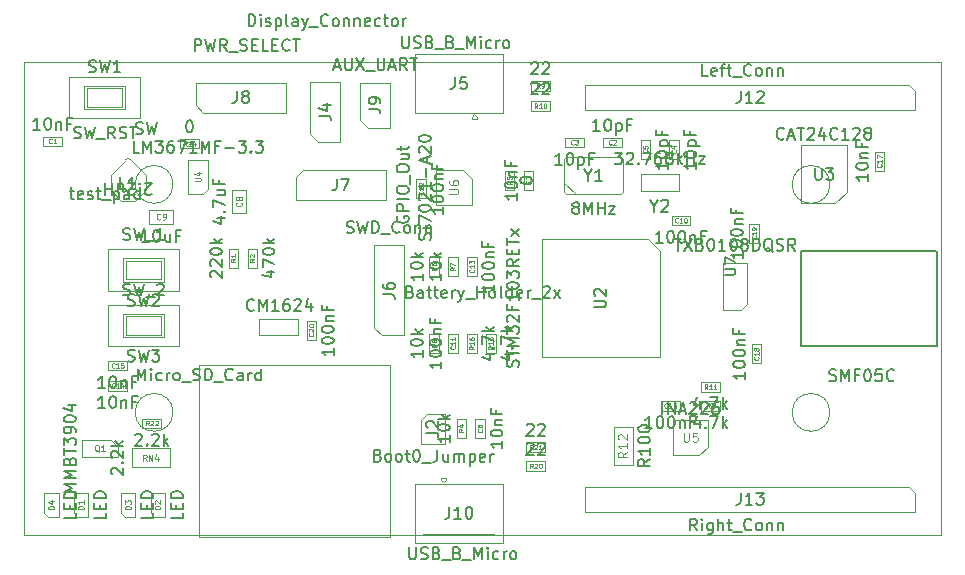
<source format=gbr>
G04 #@! TF.GenerationSoftware,KiCad,Pcbnew,5.99.0-unknown-df3fabf~86~ubuntu18.04.1*
G04 #@! TF.CreationDate,2019-10-30T18:29:12-04:00*
G04 #@! TF.ProjectId,node_base,6e6f6465-5f62-4617-9365-2e6b69636164,rev?*
G04 #@! TF.SameCoordinates,Original*
G04 #@! TF.FileFunction,Other,Fab,Top*
%FSLAX46Y46*%
G04 Gerber Fmt 4.6, Leading zero omitted, Abs format (unit mm)*
G04 Created by KiCad (PCBNEW 5.99.0-unknown-df3fabf~86~ubuntu18.04.1) date 2019-10-30 18:29:12*
%MOMM*%
%LPD*%
G04 APERTURE LIST*
%ADD10C,0.120000*%
%ADD11C,0.100000*%
%ADD12C,0.150000*%
%ADD13C,0.060000*%
%ADD14C,0.080000*%
%ADD15C,0.075000*%
%ADD16C,0.110000*%
G04 APERTURE END LIST*
D10*
X101050000Y-91725000D02*
X104350000Y-91725000D01*
X104350000Y-93075000D02*
X101050000Y-93075000D01*
X101050000Y-91725000D02*
X101050000Y-93075000D01*
X104350000Y-93075000D02*
X104350000Y-91725000D01*
D11*
X94400000Y-76500000D02*
X96000000Y-76500000D01*
X94400000Y-77300000D02*
X94400000Y-76500000D01*
X96000000Y-77300000D02*
X94400000Y-77300000D01*
X96000000Y-76500000D02*
X96000000Y-77300000D01*
D10*
X89800001Y-78250001D02*
G75*
G02X90199999Y-78250001I199999J-199999D01*
G01*
X89400000Y-81750000D02*
X88500000Y-80850000D01*
X90600000Y-81750000D02*
X89400000Y-81750000D01*
X91500000Y-80850000D02*
X90600000Y-81750000D01*
X89800001Y-78250001D02*
X88500000Y-79550000D01*
X91500000Y-79550000D02*
X90199999Y-78250001D01*
D11*
X88500000Y-80850000D02*
X88500000Y-79550000D01*
X91500000Y-79550000D02*
X91500000Y-80850000D01*
X93800000Y-83700000D02*
X91800000Y-83700000D01*
X93800000Y-82500000D02*
X93800000Y-83700000D01*
X91800000Y-82500000D02*
X93800000Y-82500000D01*
X91800000Y-83700000D02*
X91800000Y-82500000D01*
X98800000Y-82800000D02*
X98800000Y-80800000D01*
X100000000Y-82800000D02*
X98800000Y-82800000D01*
X100000000Y-80800000D02*
X100000000Y-82800000D01*
X98800000Y-80800000D02*
X100000000Y-80800000D01*
X105900000Y-93487500D02*
X105100000Y-93487500D01*
X105100000Y-93487500D02*
X105100000Y-91887500D01*
X105100000Y-91887500D02*
X105900000Y-91887500D01*
X105900000Y-91887500D02*
X105900000Y-93487500D01*
X126900000Y-80200000D02*
X127900000Y-81200000D01*
X126900000Y-78200000D02*
X127100000Y-78000000D01*
X126900000Y-81000000D02*
X126900000Y-78200000D01*
X127100000Y-81200000D02*
X126900000Y-81000000D01*
X131700000Y-81200000D02*
X127100000Y-81200000D01*
X131900000Y-81000000D02*
X131700000Y-81200000D01*
X131900000Y-78200000D02*
X131900000Y-81000000D01*
X131700000Y-78000000D02*
X131900000Y-78200000D01*
X127100000Y-78000000D02*
X131700000Y-78000000D01*
D10*
X158850000Y-70000000D02*
X81150000Y-70000000D01*
X158850000Y-110000000D02*
X158850000Y-70000000D01*
X158850000Y-110000000D02*
X81150000Y-110000000D01*
X81150000Y-70000000D02*
X81150000Y-110000000D01*
X93790000Y-80350000D02*
G75*
G03X93790000Y-80350000I-1600000J0D01*
G01*
X93790000Y-99650000D02*
G75*
G03X93790000Y-99650000I-1600000J0D01*
G01*
X149410000Y-99650000D02*
G75*
G03X149410000Y-99650000I-1600000J0D01*
G01*
X149410000Y-80350000D02*
G75*
G03X149410000Y-80350000I-1600000J0D01*
G01*
D11*
X86600000Y-106500000D02*
X85400000Y-106500000D01*
X86600000Y-108500000D02*
X86600000Y-106500000D01*
X85700000Y-108500000D02*
X86600000Y-108500000D01*
X85400000Y-108200000D02*
X85700000Y-108500000D01*
X85400000Y-106500000D02*
X85400000Y-108200000D01*
X96365000Y-74270000D02*
X95730000Y-73635000D01*
X103350000Y-74270000D02*
X96365000Y-74270000D01*
X103350000Y-71730000D02*
X103350000Y-74270000D01*
X95730000Y-71730000D02*
X103350000Y-71730000D01*
X95730000Y-73635000D02*
X95730000Y-71730000D01*
X107970000Y-71655000D02*
X107970000Y-76735000D01*
X105430000Y-71655000D02*
X107970000Y-71655000D01*
X105430000Y-76100000D02*
X105430000Y-71655000D01*
X106065000Y-76735000D02*
X105430000Y-76100000D01*
X107970000Y-76735000D02*
X106065000Y-76735000D01*
X119500000Y-93000000D02*
X119500000Y-94600000D01*
X118700000Y-93000000D02*
X119500000Y-93000000D01*
X118700000Y-94600000D02*
X118700000Y-93000000D01*
X119500000Y-94600000D02*
X118700000Y-94600000D01*
X121100000Y-93000000D02*
X121100000Y-94600000D01*
X120300000Y-93000000D02*
X121100000Y-93000000D01*
X120300000Y-94600000D02*
X120300000Y-93000000D01*
X121100000Y-94600000D02*
X120300000Y-94600000D01*
X140100000Y-97900000D02*
X138500000Y-97900000D01*
X140100000Y-97100000D02*
X140100000Y-97900000D01*
X138500000Y-97100000D02*
X140100000Y-97100000D01*
X138500000Y-97900000D02*
X138500000Y-97100000D01*
X140100000Y-99500000D02*
X138500000Y-99500000D01*
X140100000Y-98700000D02*
X140100000Y-99500000D01*
X138500000Y-98700000D02*
X140100000Y-98700000D01*
X138500000Y-99500000D02*
X138500000Y-98700000D01*
X93500000Y-102700000D02*
X93500000Y-104300000D01*
X93500000Y-104300000D02*
X90300000Y-104300000D01*
X90300000Y-104300000D02*
X90300000Y-102700000D01*
X90300000Y-102700000D02*
X93500000Y-102700000D01*
X141900000Y-91000000D02*
X142400000Y-90500000D01*
X141900000Y-91000000D02*
X140400000Y-91000000D01*
X142400000Y-87000000D02*
X142400000Y-90500000D01*
X140400000Y-87000000D02*
X142400000Y-87000000D01*
X140400000Y-91000000D02*
X140400000Y-87000000D01*
X93050000Y-93300000D02*
X89550000Y-93300000D01*
X89550000Y-93300000D02*
X89550000Y-91300000D01*
X89550000Y-91300000D02*
X93050000Y-91300000D01*
X93050000Y-91300000D02*
X93050000Y-93300000D01*
X92800000Y-91500000D02*
X89800000Y-91500000D01*
X92800000Y-93100000D02*
X89800000Y-93100000D01*
X89800000Y-93100000D02*
X89800000Y-91500000D01*
X92800000Y-93100000D02*
X92800000Y-91500000D01*
X94300000Y-90550000D02*
X88300000Y-90550000D01*
X94300000Y-94050000D02*
X88300000Y-94050000D01*
X94300000Y-94050000D02*
X94300000Y-90550000D01*
X88300000Y-94050000D02*
X88300000Y-90550000D01*
X91200000Y-100975000D02*
X91200000Y-100175000D01*
X91200000Y-100175000D02*
X92800000Y-100175000D01*
X92800000Y-100175000D02*
X92800000Y-100975000D01*
X92800000Y-100975000D02*
X91200000Y-100975000D01*
X125312500Y-102200000D02*
X125312500Y-103000000D01*
X125312500Y-103000000D02*
X123712500Y-103000000D01*
X123712500Y-103000000D02*
X123712500Y-102200000D01*
X123712500Y-102200000D02*
X125312500Y-102200000D01*
X125312500Y-103800000D02*
X125312500Y-104600000D01*
X125312500Y-104600000D02*
X123712500Y-104600000D01*
X123712500Y-104600000D02*
X123712500Y-103800000D01*
X123712500Y-103800000D02*
X125312500Y-103800000D01*
X125700000Y-73300000D02*
X125700000Y-74100000D01*
X125700000Y-74100000D02*
X124100000Y-74100000D01*
X124100000Y-74100000D02*
X124100000Y-73300000D01*
X124100000Y-73300000D02*
X125700000Y-73300000D01*
X125700000Y-71600000D02*
X125700000Y-72400000D01*
X125700000Y-72400000D02*
X124100000Y-72400000D01*
X124100000Y-72400000D02*
X124100000Y-71600000D01*
X124100000Y-71600000D02*
X125700000Y-71600000D01*
X115500000Y-93000000D02*
X116300000Y-93000000D01*
X116300000Y-93000000D02*
X116300000Y-94600000D01*
X116300000Y-94600000D02*
X115500000Y-94600000D01*
X115500000Y-94600000D02*
X115500000Y-93000000D01*
X117100000Y-86500000D02*
X117900000Y-86500000D01*
X117900000Y-86500000D02*
X117900000Y-88100000D01*
X117900000Y-88100000D02*
X117100000Y-88100000D01*
X117100000Y-88100000D02*
X117100000Y-86500000D01*
X115500000Y-86500000D02*
X116300000Y-86500000D01*
X116300000Y-86500000D02*
X116300000Y-88100000D01*
X116300000Y-88100000D02*
X115500000Y-88100000D01*
X115500000Y-88100000D02*
X115500000Y-86500000D01*
X117800000Y-100200000D02*
X118600000Y-100200000D01*
X118600000Y-100200000D02*
X118600000Y-101800000D01*
X118600000Y-101800000D02*
X117800000Y-101800000D01*
X117800000Y-101800000D02*
X117800000Y-100200000D01*
X100900000Y-87387500D02*
X100100000Y-87387500D01*
X100100000Y-87387500D02*
X100100000Y-85787500D01*
X100100000Y-85787500D02*
X100900000Y-85787500D01*
X100900000Y-85787500D02*
X100900000Y-87387500D01*
X98500000Y-85787500D02*
X99300000Y-85787500D01*
X99300000Y-85787500D02*
X99300000Y-87387500D01*
X99300000Y-87387500D02*
X98500000Y-87387500D01*
X98500000Y-87387500D02*
X98500000Y-85787500D01*
X88550000Y-102000000D02*
X86100000Y-102000000D01*
X89120000Y-102550000D02*
X89120000Y-103400000D01*
X88550000Y-102000000D02*
X89120000Y-102550000D01*
X89120000Y-103400000D02*
X86080000Y-103400000D01*
X86080000Y-102000000D02*
X86080000Y-103400000D01*
X121750000Y-110687500D02*
X121750000Y-105687500D01*
X115000000Y-109989204D02*
X121000000Y-109989204D01*
X114250000Y-110689204D02*
X121750000Y-110689204D01*
X114250000Y-105687500D02*
X121750000Y-105687500D01*
X114250000Y-110687500D02*
X114250000Y-105687500D01*
X116700000Y-105587500D02*
X116500000Y-105387500D01*
X116900000Y-105387500D02*
X116700000Y-105587500D01*
X116500000Y-105177500D02*
X116900000Y-105177500D01*
X116500000Y-105177500D02*
X116500000Y-105387500D01*
X116900000Y-105177500D02*
X116900000Y-105387500D01*
X112170000Y-75535000D02*
X110265000Y-75535000D01*
X110265000Y-75535000D02*
X109630000Y-74900000D01*
X109630000Y-74900000D02*
X109630000Y-71725000D01*
X109630000Y-71725000D02*
X112170000Y-71725000D01*
X112170000Y-71725000D02*
X112170000Y-75535000D01*
X104165000Y-81670000D02*
X104165000Y-79765000D01*
X104165000Y-79765000D02*
X104800000Y-79130000D01*
X104800000Y-79130000D02*
X111785000Y-79130000D01*
X111785000Y-79130000D02*
X111785000Y-81670000D01*
X111785000Y-81670000D02*
X104165000Y-81670000D01*
X113370000Y-93135000D02*
X111465000Y-93135000D01*
X111465000Y-93135000D02*
X110830000Y-92500000D01*
X110830000Y-92500000D02*
X110830000Y-85515000D01*
X110830000Y-85515000D02*
X113370000Y-85515000D01*
X113370000Y-85515000D02*
X113370000Y-93135000D01*
D10*
X96000000Y-95608000D02*
X96000000Y-110208000D01*
X96000000Y-110208000D02*
X112200000Y-110208000D01*
X112200000Y-110208000D02*
X112200000Y-95608000D01*
X112200000Y-95608000D02*
X96000000Y-95608000D01*
D11*
X82900000Y-106500000D02*
X82900000Y-108200000D01*
X82900000Y-108200000D02*
X83200000Y-108500000D01*
X83200000Y-108500000D02*
X84100000Y-108500000D01*
X84100000Y-108500000D02*
X84100000Y-106500000D01*
X84100000Y-106500000D02*
X82900000Y-106500000D01*
X89400000Y-106500000D02*
X89400000Y-108200000D01*
X89400000Y-108200000D02*
X89700000Y-108500000D01*
X89700000Y-108500000D02*
X90600000Y-108500000D01*
X90600000Y-108500000D02*
X90600000Y-106500000D01*
X90600000Y-106500000D02*
X89400000Y-106500000D01*
X91900000Y-106500000D02*
X91900000Y-108200000D01*
X91900000Y-108200000D02*
X92200000Y-108500000D01*
X92200000Y-108500000D02*
X93100000Y-108500000D01*
X93100000Y-108500000D02*
X93100000Y-106500000D01*
X93100000Y-106500000D02*
X91900000Y-106500000D01*
X142600000Y-83700000D02*
X143400000Y-83700000D01*
X143400000Y-83700000D02*
X143400000Y-85300000D01*
X143400000Y-85300000D02*
X142600000Y-85300000D01*
X142600000Y-85300000D02*
X142600000Y-83700000D01*
X142800000Y-93900000D02*
X143600000Y-93900000D01*
X143600000Y-93900000D02*
X143600000Y-95500000D01*
X143600000Y-95500000D02*
X142800000Y-95500000D01*
X142800000Y-95500000D02*
X142800000Y-93900000D01*
X153200000Y-77600000D02*
X154000000Y-77600000D01*
X154000000Y-77600000D02*
X154000000Y-79200000D01*
X154000000Y-79200000D02*
X153200000Y-79200000D01*
X153200000Y-79200000D02*
X153200000Y-77600000D01*
X135100000Y-99500000D02*
X135100000Y-98700000D01*
X135100000Y-98700000D02*
X136700000Y-98700000D01*
X136700000Y-98700000D02*
X136700000Y-99500000D01*
X136700000Y-99500000D02*
X135100000Y-99500000D01*
X88300000Y-96100000D02*
X88300000Y-95300000D01*
X88300000Y-95300000D02*
X89900000Y-95300000D01*
X89900000Y-95300000D02*
X89900000Y-96100000D01*
X89900000Y-96100000D02*
X88300000Y-96100000D01*
X88300000Y-97800000D02*
X88300000Y-97000000D01*
X88300000Y-97000000D02*
X89900000Y-97000000D01*
X89900000Y-97000000D02*
X89900000Y-97800000D01*
X89900000Y-97800000D02*
X88300000Y-97800000D01*
X119500000Y-88100000D02*
X118700000Y-88100000D01*
X118700000Y-88100000D02*
X118700000Y-86500000D01*
X118700000Y-86500000D02*
X119500000Y-86500000D01*
X119500000Y-86500000D02*
X119500000Y-88100000D01*
X115200000Y-81500000D02*
X114400000Y-81500000D01*
X114400000Y-81500000D02*
X114400000Y-79900000D01*
X114400000Y-79900000D02*
X115200000Y-79900000D01*
X115200000Y-79900000D02*
X115200000Y-81500000D01*
X117100000Y-93000000D02*
X117900000Y-93000000D01*
X117900000Y-93000000D02*
X117900000Y-94600000D01*
X117900000Y-94600000D02*
X117100000Y-94600000D01*
X117100000Y-94600000D02*
X117100000Y-93000000D01*
X136000000Y-83800000D02*
X136000000Y-83000000D01*
X136000000Y-83000000D02*
X137600000Y-83000000D01*
X137600000Y-83000000D02*
X137600000Y-83800000D01*
X137600000Y-83800000D02*
X136000000Y-83800000D01*
X123500000Y-79200000D02*
X124300000Y-79200000D01*
X124300000Y-79200000D02*
X124300000Y-80800000D01*
X124300000Y-80800000D02*
X123500000Y-80800000D01*
X123500000Y-80800000D02*
X123500000Y-79200000D01*
X120200000Y-101800000D02*
X119400000Y-101800000D01*
X119400000Y-101800000D02*
X119400000Y-100200000D01*
X119400000Y-100200000D02*
X120200000Y-100200000D01*
X120200000Y-100200000D02*
X120200000Y-101800000D01*
X134200000Y-78200000D02*
X133400000Y-78200000D01*
X133400000Y-78200000D02*
X133400000Y-76600000D01*
X133400000Y-76600000D02*
X134200000Y-76600000D01*
X134200000Y-76600000D02*
X134200000Y-78200000D01*
X136600000Y-78200000D02*
X135800000Y-78200000D01*
X135800000Y-78200000D02*
X135800000Y-76600000D01*
X135800000Y-76600000D02*
X136600000Y-76600000D01*
X136600000Y-76600000D02*
X136600000Y-78200000D01*
X127000000Y-77200000D02*
X127000000Y-76400000D01*
X127000000Y-76400000D02*
X128600000Y-76400000D01*
X128600000Y-76400000D02*
X128600000Y-77200000D01*
X128600000Y-77200000D02*
X127000000Y-77200000D01*
X131800000Y-76400000D02*
X131800000Y-77200000D01*
X131800000Y-77200000D02*
X130200000Y-77200000D01*
X130200000Y-77200000D02*
X130200000Y-76400000D01*
X130200000Y-76400000D02*
X131800000Y-76400000D01*
X84400000Y-76300000D02*
X84400000Y-77100000D01*
X84400000Y-77100000D02*
X82800000Y-77100000D01*
X82800000Y-77100000D02*
X82800000Y-76300000D01*
X82800000Y-76300000D02*
X84400000Y-76300000D01*
X136600000Y-80950000D02*
X136600000Y-79450000D01*
X133400000Y-80950000D02*
X133400000Y-79450000D01*
X136600000Y-80950000D02*
X133400000Y-80950000D01*
X136600000Y-79450000D02*
X133400000Y-79450000D01*
X119100000Y-79850000D02*
X119100000Y-82100000D01*
X119100000Y-82100000D02*
X116100000Y-82100000D01*
X116100000Y-82100000D02*
X116100000Y-79100000D01*
X116100000Y-79100000D02*
X118350000Y-79100000D01*
X118350000Y-79100000D02*
X119100000Y-79850000D01*
X139100000Y-102550000D02*
X138350000Y-103300000D01*
X139100000Y-100300000D02*
X139100000Y-102550000D01*
X136100000Y-100300000D02*
X139100000Y-100300000D01*
X136100000Y-103300000D02*
X136100000Y-100300000D01*
X138350000Y-103300000D02*
X136100000Y-103300000D01*
X96780000Y-80700000D02*
X96330000Y-81150000D01*
X95020000Y-81150000D02*
X96330000Y-81150000D01*
X96780000Y-80700000D02*
X96780000Y-78250000D01*
X95020000Y-78250000D02*
X96780000Y-78250000D01*
X95020000Y-81150000D02*
X95020000Y-78250000D01*
X149875000Y-81950000D02*
X146950000Y-81950000D01*
X146950000Y-81950000D02*
X146950000Y-77050000D01*
X146950000Y-77050000D02*
X150850000Y-77050000D01*
X150850000Y-77050000D02*
X150850000Y-80975000D01*
X150850000Y-80975000D02*
X149875000Y-81950000D01*
X135000000Y-86000000D02*
X135000000Y-95000000D01*
X135000000Y-95000000D02*
X125000000Y-95000000D01*
X125000000Y-95000000D02*
X125000000Y-85000000D01*
X125000000Y-85000000D02*
X134000000Y-85000000D01*
X134000000Y-85000000D02*
X135000000Y-86000000D01*
X93050000Y-88600000D02*
X89550000Y-88600000D01*
X89550000Y-88600000D02*
X89550000Y-86600000D01*
X89550000Y-86600000D02*
X93050000Y-86600000D01*
X93050000Y-86600000D02*
X93050000Y-88600000D01*
X92800000Y-86800000D02*
X89800000Y-86800000D01*
X92800000Y-88400000D02*
X89800000Y-88400000D01*
X89800000Y-88400000D02*
X89800000Y-86800000D01*
X92800000Y-88400000D02*
X92800000Y-86800000D01*
X94300000Y-85850000D02*
X88300000Y-85850000D01*
X94300000Y-89350000D02*
X88300000Y-89350000D01*
X94300000Y-89350000D02*
X94300000Y-85850000D01*
X88300000Y-89350000D02*
X88300000Y-85850000D01*
X86250000Y-72000000D02*
X89750000Y-72000000D01*
X89750000Y-72000000D02*
X89750000Y-74000000D01*
X89750000Y-74000000D02*
X86250000Y-74000000D01*
X86250000Y-74000000D02*
X86250000Y-72000000D01*
X86500000Y-73800000D02*
X89500000Y-73800000D01*
X86500000Y-72200000D02*
X89500000Y-72200000D01*
X89500000Y-72200000D02*
X89500000Y-73800000D01*
X86500000Y-72200000D02*
X86500000Y-73800000D01*
X85000000Y-74750000D02*
X91000000Y-74750000D01*
X85000000Y-71250000D02*
X91000000Y-71250000D01*
X85000000Y-71250000D02*
X85000000Y-74750000D01*
X91000000Y-71250000D02*
X91000000Y-74750000D01*
X132700000Y-104100000D02*
X131100000Y-104100000D01*
X131100000Y-104100000D02*
X131100000Y-100900000D01*
X131100000Y-100900000D02*
X132700000Y-100900000D01*
X132700000Y-100900000D02*
X132700000Y-104100000D01*
X122700000Y-80800000D02*
X121900000Y-80800000D01*
X121900000Y-80800000D02*
X121900000Y-79200000D01*
X121900000Y-79200000D02*
X122700000Y-79200000D01*
X122700000Y-79200000D02*
X122700000Y-80800000D01*
X156635000Y-106475000D02*
X156635000Y-108050000D01*
X156635000Y-108050000D02*
X128695000Y-108050000D01*
X128695000Y-108050000D02*
X128695000Y-105950000D01*
X128695000Y-105950000D02*
X156110000Y-105950000D01*
X156110000Y-105950000D02*
X156635000Y-106475000D01*
X156635000Y-72475000D02*
X156635000Y-74050000D01*
X156635000Y-74050000D02*
X128695000Y-74050000D01*
X128695000Y-74050000D02*
X128695000Y-71950000D01*
X128695000Y-71950000D02*
X156110000Y-71950000D01*
X156110000Y-71950000D02*
X156635000Y-72475000D01*
X114250000Y-69312500D02*
X114250000Y-74312500D01*
X121000000Y-70010796D02*
X115000000Y-70010796D01*
X121750000Y-69310796D02*
X114250000Y-69310796D01*
X121750000Y-74312500D02*
X114250000Y-74312500D01*
X121750000Y-69312500D02*
X121750000Y-74312500D01*
X119300000Y-74412500D02*
X119500000Y-74612500D01*
X119100000Y-74612500D02*
X119300000Y-74412500D01*
X119500000Y-74822500D02*
X119100000Y-74822500D01*
X119500000Y-74822500D02*
X119500000Y-74612500D01*
X119100000Y-74822500D02*
X119100000Y-74612500D01*
X115275000Y-99765000D02*
X116850000Y-99765000D01*
X116850000Y-99765000D02*
X116850000Y-102305000D01*
X116850000Y-102305000D02*
X114750000Y-102305000D01*
X114750000Y-102305000D02*
X114750000Y-100290000D01*
X114750000Y-100290000D02*
X115275000Y-99765000D01*
D12*
X158450000Y-94000000D02*
X158450000Y-86000000D01*
X158400000Y-86000000D02*
X146950000Y-86000000D01*
X146950000Y-86000000D02*
X146950000Y-94000000D01*
X146950000Y-94000000D02*
X158400000Y-94000000D01*
X100633333Y-90957142D02*
X100585714Y-91004761D01*
X100442857Y-91052380D01*
X100347619Y-91052380D01*
X100204761Y-91004761D01*
X100109523Y-90909523D01*
X100061904Y-90814285D01*
X100014285Y-90623809D01*
X100014285Y-90480952D01*
X100061904Y-90290476D01*
X100109523Y-90195238D01*
X100204761Y-90100000D01*
X100347619Y-90052380D01*
X100442857Y-90052380D01*
X100585714Y-90100000D01*
X100633333Y-90147619D01*
X101061904Y-91052380D02*
X101061904Y-90052380D01*
X101395238Y-90766666D01*
X101728571Y-90052380D01*
X101728571Y-91052380D01*
X102728571Y-91052380D02*
X102157142Y-91052380D01*
X102442857Y-91052380D02*
X102442857Y-90052380D01*
X102347619Y-90195238D01*
X102252380Y-90290476D01*
X102157142Y-90338095D01*
X103585714Y-90052380D02*
X103395238Y-90052380D01*
X103300000Y-90100000D01*
X103252380Y-90147619D01*
X103157142Y-90290476D01*
X103109523Y-90480952D01*
X103109523Y-90861904D01*
X103157142Y-90957142D01*
X103204761Y-91004761D01*
X103300000Y-91052380D01*
X103490476Y-91052380D01*
X103585714Y-91004761D01*
X103633333Y-90957142D01*
X103680952Y-90861904D01*
X103680952Y-90623809D01*
X103633333Y-90528571D01*
X103585714Y-90480952D01*
X103490476Y-90433333D01*
X103300000Y-90433333D01*
X103204761Y-90480952D01*
X103157142Y-90528571D01*
X103109523Y-90623809D01*
X104061904Y-90147619D02*
X104109523Y-90100000D01*
X104204761Y-90052380D01*
X104442857Y-90052380D01*
X104538095Y-90100000D01*
X104585714Y-90147619D01*
X104633333Y-90242857D01*
X104633333Y-90338095D01*
X104585714Y-90480952D01*
X104014285Y-91052380D01*
X104633333Y-91052380D01*
X105490476Y-90385714D02*
X105490476Y-91052380D01*
X105252380Y-90004761D02*
X105014285Y-90719047D01*
X105633333Y-90719047D01*
X85052380Y-80935714D02*
X85433333Y-80935714D01*
X85195238Y-80602380D02*
X85195238Y-81459523D01*
X85242857Y-81554761D01*
X85338095Y-81602380D01*
X85433333Y-81602380D01*
X86147619Y-81554761D02*
X86052380Y-81602380D01*
X85861904Y-81602380D01*
X85766666Y-81554761D01*
X85719047Y-81459523D01*
X85719047Y-81078571D01*
X85766666Y-80983333D01*
X85861904Y-80935714D01*
X86052380Y-80935714D01*
X86147619Y-80983333D01*
X86195238Y-81078571D01*
X86195238Y-81173809D01*
X85719047Y-81269047D01*
X86576190Y-81554761D02*
X86671428Y-81602380D01*
X86861904Y-81602380D01*
X86957142Y-81554761D01*
X87004761Y-81459523D01*
X87004761Y-81411904D01*
X86957142Y-81316666D01*
X86861904Y-81269047D01*
X86719047Y-81269047D01*
X86623809Y-81221428D01*
X86576190Y-81126190D01*
X86576190Y-81078571D01*
X86623809Y-80983333D01*
X86719047Y-80935714D01*
X86861904Y-80935714D01*
X86957142Y-80983333D01*
X87290476Y-80935714D02*
X87671428Y-80935714D01*
X87433333Y-80602380D02*
X87433333Y-81459523D01*
X87480952Y-81554761D01*
X87576190Y-81602380D01*
X87671428Y-81602380D01*
X87766666Y-81697619D02*
X88528571Y-81697619D01*
X88766666Y-80935714D02*
X88766666Y-81935714D01*
X88766666Y-80983333D02*
X88861904Y-80935714D01*
X89052380Y-80935714D01*
X89147619Y-80983333D01*
X89195238Y-81030952D01*
X89242857Y-81126190D01*
X89242857Y-81411904D01*
X89195238Y-81507142D01*
X89147619Y-81554761D01*
X89052380Y-81602380D01*
X88861904Y-81602380D01*
X88766666Y-81554761D01*
X90100000Y-81602380D02*
X90100000Y-81078571D01*
X90052380Y-80983333D01*
X89957142Y-80935714D01*
X89766666Y-80935714D01*
X89671428Y-80983333D01*
X90100000Y-81554761D02*
X90004761Y-81602380D01*
X89766666Y-81602380D01*
X89671428Y-81554761D01*
X89623809Y-81459523D01*
X89623809Y-81364285D01*
X89671428Y-81269047D01*
X89766666Y-81221428D01*
X90004761Y-81221428D01*
X90100000Y-81173809D01*
X91004761Y-81602380D02*
X91004761Y-80602380D01*
X91004761Y-81554761D02*
X90909523Y-81602380D01*
X90719047Y-81602380D01*
X90623809Y-81554761D01*
X90576190Y-81507142D01*
X90528571Y-81411904D01*
X90528571Y-81126190D01*
X90576190Y-81030952D01*
X90623809Y-80983333D01*
X90719047Y-80935714D01*
X90909523Y-80935714D01*
X91004761Y-80983333D01*
X90642857Y-76054761D02*
X90785714Y-76102380D01*
X91023809Y-76102380D01*
X91119047Y-76054761D01*
X91166666Y-76007142D01*
X91214285Y-75911904D01*
X91214285Y-75816666D01*
X91166666Y-75721428D01*
X91119047Y-75673809D01*
X91023809Y-75626190D01*
X90833333Y-75578571D01*
X90738095Y-75530952D01*
X90690476Y-75483333D01*
X90642857Y-75388095D01*
X90642857Y-75292857D01*
X90690476Y-75197619D01*
X90738095Y-75150000D01*
X90833333Y-75102380D01*
X91071428Y-75102380D01*
X91214285Y-75150000D01*
X91547619Y-75102380D02*
X91785714Y-76102380D01*
X91976190Y-75388095D01*
X92166666Y-76102380D01*
X92404761Y-75102380D01*
X95152380Y-74922380D02*
X95247619Y-74922380D01*
X95342857Y-74970000D01*
X95390476Y-75017619D01*
X95438095Y-75112857D01*
X95485714Y-75303333D01*
X95485714Y-75541428D01*
X95438095Y-75731904D01*
X95390476Y-75827142D01*
X95342857Y-75874761D01*
X95247619Y-75922380D01*
X95152380Y-75922380D01*
X95057142Y-75874761D01*
X95009523Y-75827142D01*
X94961904Y-75731904D01*
X94914285Y-75541428D01*
X94914285Y-75303333D01*
X94961904Y-75112857D01*
X95009523Y-75017619D01*
X95057142Y-74970000D01*
X95152380Y-74922380D01*
D13*
X94942857Y-77080952D02*
X94809523Y-76890476D01*
X94714285Y-77080952D02*
X94714285Y-76680952D01*
X94866666Y-76680952D01*
X94904761Y-76700000D01*
X94923809Y-76719047D01*
X94942857Y-76757142D01*
X94942857Y-76814285D01*
X94923809Y-76852380D01*
X94904761Y-76871428D01*
X94866666Y-76890476D01*
X94714285Y-76890476D01*
X95323809Y-77080952D02*
X95095238Y-77080952D01*
X95209523Y-77080952D02*
X95209523Y-76680952D01*
X95171428Y-76738095D01*
X95133333Y-76776190D01*
X95095238Y-76795238D01*
X95666666Y-76814285D02*
X95666666Y-77080952D01*
X95571428Y-76661904D02*
X95476190Y-76947619D01*
X95723809Y-76947619D01*
D12*
X91976190Y-81152380D02*
X91928571Y-81200000D01*
X91833333Y-81247619D01*
X91595238Y-81247619D01*
X91500000Y-81200000D01*
X91452380Y-81152380D01*
X91404761Y-81057142D01*
X91404761Y-80961904D01*
X91452380Y-80819047D01*
X92023809Y-80247619D01*
X91404761Y-80247619D01*
X90976190Y-80342857D02*
X90928571Y-80295238D01*
X90976190Y-80247619D01*
X91023809Y-80295238D01*
X90976190Y-80342857D01*
X90976190Y-80247619D01*
X90547619Y-81152380D02*
X90500000Y-81200000D01*
X90404761Y-81247619D01*
X90166666Y-81247619D01*
X90071428Y-81200000D01*
X90023809Y-81152380D01*
X89976190Y-81057142D01*
X89976190Y-80961904D01*
X90023809Y-80819047D01*
X90595238Y-80247619D01*
X89976190Y-80247619D01*
X89119047Y-80914285D02*
X89119047Y-80247619D01*
X89547619Y-80914285D02*
X89547619Y-80390476D01*
X89500000Y-80295238D01*
X89404761Y-80247619D01*
X89261904Y-80247619D01*
X89166666Y-80295238D01*
X89119047Y-80342857D01*
X88642857Y-80247619D02*
X88642857Y-81247619D01*
X88642857Y-80771428D02*
X88071428Y-80771428D01*
X88071428Y-80247619D02*
X88071428Y-81247619D01*
X89783333Y-80752380D02*
X89307142Y-80752380D01*
X89307142Y-79752380D01*
X90640476Y-80752380D02*
X90069047Y-80752380D01*
X90354761Y-80752380D02*
X90354761Y-79752380D01*
X90259523Y-79895238D01*
X90164285Y-79990476D01*
X90069047Y-80038095D01*
X91728571Y-85202380D02*
X91157142Y-85202380D01*
X91442857Y-85202380D02*
X91442857Y-84202380D01*
X91347619Y-84345238D01*
X91252380Y-84440476D01*
X91157142Y-84488095D01*
X92347619Y-84202380D02*
X92442857Y-84202380D01*
X92538095Y-84250000D01*
X92585714Y-84297619D01*
X92633333Y-84392857D01*
X92680952Y-84583333D01*
X92680952Y-84821428D01*
X92633333Y-85011904D01*
X92585714Y-85107142D01*
X92538095Y-85154761D01*
X92442857Y-85202380D01*
X92347619Y-85202380D01*
X92252380Y-85154761D01*
X92204761Y-85107142D01*
X92157142Y-85011904D01*
X92109523Y-84821428D01*
X92109523Y-84583333D01*
X92157142Y-84392857D01*
X92204761Y-84297619D01*
X92252380Y-84250000D01*
X92347619Y-84202380D01*
X93538095Y-84535714D02*
X93538095Y-85202380D01*
X93109523Y-84535714D02*
X93109523Y-85059523D01*
X93157142Y-85154761D01*
X93252380Y-85202380D01*
X93395238Y-85202380D01*
X93490476Y-85154761D01*
X93538095Y-85107142D01*
X94347619Y-84678571D02*
X94014285Y-84678571D01*
X94014285Y-85202380D02*
X94014285Y-84202380D01*
X94490476Y-84202380D01*
D14*
X92716666Y-83278571D02*
X92692857Y-83302380D01*
X92621428Y-83326190D01*
X92573809Y-83326190D01*
X92502380Y-83302380D01*
X92454761Y-83254761D01*
X92430952Y-83207142D01*
X92407142Y-83111904D01*
X92407142Y-83040476D01*
X92430952Y-82945238D01*
X92454761Y-82897619D01*
X92502380Y-82850000D01*
X92573809Y-82826190D01*
X92621428Y-82826190D01*
X92692857Y-82850000D01*
X92716666Y-82873809D01*
X92954761Y-83326190D02*
X93050000Y-83326190D01*
X93097619Y-83302380D01*
X93121428Y-83278571D01*
X93169047Y-83207142D01*
X93192857Y-83111904D01*
X93192857Y-82921428D01*
X93169047Y-82873809D01*
X93145238Y-82850000D01*
X93097619Y-82826190D01*
X93002380Y-82826190D01*
X92954761Y-82850000D01*
X92930952Y-82873809D01*
X92907142Y-82921428D01*
X92907142Y-83040476D01*
X92930952Y-83088095D01*
X92954761Y-83111904D01*
X93002380Y-83135714D01*
X93097619Y-83135714D01*
X93145238Y-83111904D01*
X93169047Y-83088095D01*
X93192857Y-83040476D01*
D12*
X97535714Y-83204761D02*
X98202380Y-83204761D01*
X97154761Y-83442857D02*
X97869047Y-83680952D01*
X97869047Y-83061904D01*
X98107142Y-82680952D02*
X98154761Y-82633333D01*
X98202380Y-82680952D01*
X98154761Y-82728571D01*
X98107142Y-82680952D01*
X98202380Y-82680952D01*
X97202380Y-82300000D02*
X97202380Y-81633333D01*
X98202380Y-82061904D01*
X97535714Y-80823809D02*
X98202380Y-80823809D01*
X97535714Y-81252380D02*
X98059523Y-81252380D01*
X98154761Y-81204761D01*
X98202380Y-81109523D01*
X98202380Y-80966666D01*
X98154761Y-80871428D01*
X98107142Y-80823809D01*
X97678571Y-80014285D02*
X97678571Y-80347619D01*
X98202380Y-80347619D02*
X97202380Y-80347619D01*
X97202380Y-79871428D01*
D14*
X99578571Y-81883333D02*
X99602380Y-81907142D01*
X99626190Y-81978571D01*
X99626190Y-82026190D01*
X99602380Y-82097619D01*
X99554761Y-82145238D01*
X99507142Y-82169047D01*
X99411904Y-82192857D01*
X99340476Y-82192857D01*
X99245238Y-82169047D01*
X99197619Y-82145238D01*
X99150000Y-82097619D01*
X99126190Y-82026190D01*
X99126190Y-81978571D01*
X99150000Y-81907142D01*
X99173809Y-81883333D01*
X99340476Y-81597619D02*
X99316666Y-81645238D01*
X99292857Y-81669047D01*
X99245238Y-81692857D01*
X99221428Y-81692857D01*
X99173809Y-81669047D01*
X99150000Y-81645238D01*
X99126190Y-81597619D01*
X99126190Y-81502380D01*
X99150000Y-81454761D01*
X99173809Y-81430952D01*
X99221428Y-81407142D01*
X99245238Y-81407142D01*
X99292857Y-81430952D01*
X99316666Y-81454761D01*
X99340476Y-81502380D01*
X99340476Y-81597619D01*
X99364285Y-81645238D01*
X99388095Y-81669047D01*
X99435714Y-81692857D01*
X99530952Y-81692857D01*
X99578571Y-81669047D01*
X99602380Y-81645238D01*
X99626190Y-81597619D01*
X99626190Y-81502380D01*
X99602380Y-81454761D01*
X99578571Y-81430952D01*
X99530952Y-81407142D01*
X99435714Y-81407142D01*
X99388095Y-81430952D01*
X99364285Y-81454761D01*
X99340476Y-81502380D01*
D12*
X107382380Y-94235119D02*
X107382380Y-94806547D01*
X107382380Y-94520833D02*
X106382380Y-94520833D01*
X106525238Y-94616071D01*
X106620476Y-94711309D01*
X106668095Y-94806547D01*
X106382380Y-93616071D02*
X106382380Y-93520833D01*
X106430000Y-93425595D01*
X106477619Y-93377976D01*
X106572857Y-93330357D01*
X106763333Y-93282738D01*
X107001428Y-93282738D01*
X107191904Y-93330357D01*
X107287142Y-93377976D01*
X107334761Y-93425595D01*
X107382380Y-93520833D01*
X107382380Y-93616071D01*
X107334761Y-93711309D01*
X107287142Y-93758928D01*
X107191904Y-93806547D01*
X107001428Y-93854166D01*
X106763333Y-93854166D01*
X106572857Y-93806547D01*
X106477619Y-93758928D01*
X106430000Y-93711309D01*
X106382380Y-93616071D01*
X106382380Y-92663690D02*
X106382380Y-92568452D01*
X106430000Y-92473214D01*
X106477619Y-92425595D01*
X106572857Y-92377976D01*
X106763333Y-92330357D01*
X107001428Y-92330357D01*
X107191904Y-92377976D01*
X107287142Y-92425595D01*
X107334761Y-92473214D01*
X107382380Y-92568452D01*
X107382380Y-92663690D01*
X107334761Y-92758928D01*
X107287142Y-92806547D01*
X107191904Y-92854166D01*
X107001428Y-92901785D01*
X106763333Y-92901785D01*
X106572857Y-92854166D01*
X106477619Y-92806547D01*
X106430000Y-92758928D01*
X106382380Y-92663690D01*
X106715714Y-91901785D02*
X107382380Y-91901785D01*
X106810952Y-91901785D02*
X106763333Y-91854166D01*
X106715714Y-91758928D01*
X106715714Y-91616071D01*
X106763333Y-91520833D01*
X106858571Y-91473214D01*
X107382380Y-91473214D01*
X106858571Y-90663690D02*
X106858571Y-90997023D01*
X107382380Y-90997023D02*
X106382380Y-90997023D01*
X106382380Y-90520833D01*
D13*
X105642857Y-92944642D02*
X105661904Y-92963690D01*
X105680952Y-93020833D01*
X105680952Y-93058928D01*
X105661904Y-93116071D01*
X105623809Y-93154166D01*
X105585714Y-93173214D01*
X105509523Y-93192261D01*
X105452380Y-93192261D01*
X105376190Y-93173214D01*
X105338095Y-93154166D01*
X105300000Y-93116071D01*
X105280952Y-93058928D01*
X105280952Y-93020833D01*
X105300000Y-92963690D01*
X105319047Y-92944642D01*
X105319047Y-92792261D02*
X105300000Y-92773214D01*
X105280952Y-92735119D01*
X105280952Y-92639880D01*
X105300000Y-92601785D01*
X105319047Y-92582738D01*
X105357142Y-92563690D01*
X105395238Y-92563690D01*
X105452380Y-92582738D01*
X105680952Y-92811309D01*
X105680952Y-92563690D01*
X105280952Y-92316071D02*
X105280952Y-92277976D01*
X105300000Y-92239880D01*
X105319047Y-92220833D01*
X105357142Y-92201785D01*
X105433333Y-92182738D01*
X105528571Y-92182738D01*
X105604761Y-92201785D01*
X105642857Y-92220833D01*
X105661904Y-92239880D01*
X105680952Y-92277976D01*
X105680952Y-92316071D01*
X105661904Y-92354166D01*
X105642857Y-92373214D01*
X105604761Y-92392261D01*
X105528571Y-92411309D01*
X105433333Y-92411309D01*
X105357142Y-92392261D01*
X105319047Y-92373214D01*
X105300000Y-92354166D01*
X105280952Y-92316071D01*
D12*
X127804761Y-82280952D02*
X127709523Y-82233333D01*
X127661904Y-82185714D01*
X127614285Y-82090476D01*
X127614285Y-82042857D01*
X127661904Y-81947619D01*
X127709523Y-81900000D01*
X127804761Y-81852380D01*
X127995238Y-81852380D01*
X128090476Y-81900000D01*
X128138095Y-81947619D01*
X128185714Y-82042857D01*
X128185714Y-82090476D01*
X128138095Y-82185714D01*
X128090476Y-82233333D01*
X127995238Y-82280952D01*
X127804761Y-82280952D01*
X127709523Y-82328571D01*
X127661904Y-82376190D01*
X127614285Y-82471428D01*
X127614285Y-82661904D01*
X127661904Y-82757142D01*
X127709523Y-82804761D01*
X127804761Y-82852380D01*
X127995238Y-82852380D01*
X128090476Y-82804761D01*
X128138095Y-82757142D01*
X128185714Y-82661904D01*
X128185714Y-82471428D01*
X128138095Y-82376190D01*
X128090476Y-82328571D01*
X127995238Y-82280952D01*
X128614285Y-82852380D02*
X128614285Y-81852380D01*
X128947619Y-82566666D01*
X129280952Y-81852380D01*
X129280952Y-82852380D01*
X129757142Y-82852380D02*
X129757142Y-81852380D01*
X129757142Y-82328571D02*
X130328571Y-82328571D01*
X130328571Y-82852380D02*
X130328571Y-81852380D01*
X130709523Y-82185714D02*
X131233333Y-82185714D01*
X130709523Y-82852380D01*
X131233333Y-82852380D01*
X128923809Y-79576190D02*
X128923809Y-80052380D01*
X128590476Y-79052380D02*
X128923809Y-79576190D01*
X129257142Y-79052380D01*
X130114285Y-80052380D02*
X129542857Y-80052380D01*
X129828571Y-80052380D02*
X129828571Y-79052380D01*
X129733333Y-79195238D01*
X129638095Y-79290476D01*
X129542857Y-79338095D01*
X113857142Y-89428571D02*
X114000000Y-89476190D01*
X114047619Y-89523809D01*
X114095238Y-89619047D01*
X114095238Y-89761904D01*
X114047619Y-89857142D01*
X114000000Y-89904761D01*
X113904761Y-89952380D01*
X113523809Y-89952380D01*
X113523809Y-88952380D01*
X113857142Y-88952380D01*
X113952380Y-89000000D01*
X114000000Y-89047619D01*
X114047619Y-89142857D01*
X114047619Y-89238095D01*
X114000000Y-89333333D01*
X113952380Y-89380952D01*
X113857142Y-89428571D01*
X113523809Y-89428571D01*
X114952380Y-89952380D02*
X114952380Y-89428571D01*
X114904761Y-89333333D01*
X114809523Y-89285714D01*
X114619047Y-89285714D01*
X114523809Y-89333333D01*
X114952380Y-89904761D02*
X114857142Y-89952380D01*
X114619047Y-89952380D01*
X114523809Y-89904761D01*
X114476190Y-89809523D01*
X114476190Y-89714285D01*
X114523809Y-89619047D01*
X114619047Y-89571428D01*
X114857142Y-89571428D01*
X114952380Y-89523809D01*
X115285714Y-89285714D02*
X115666666Y-89285714D01*
X115428571Y-88952380D02*
X115428571Y-89809523D01*
X115476190Y-89904761D01*
X115571428Y-89952380D01*
X115666666Y-89952380D01*
X115857142Y-89285714D02*
X116238095Y-89285714D01*
X116000000Y-88952380D02*
X116000000Y-89809523D01*
X116047619Y-89904761D01*
X116142857Y-89952380D01*
X116238095Y-89952380D01*
X116952380Y-89904761D02*
X116857142Y-89952380D01*
X116666666Y-89952380D01*
X116571428Y-89904761D01*
X116523809Y-89809523D01*
X116523809Y-89428571D01*
X116571428Y-89333333D01*
X116666666Y-89285714D01*
X116857142Y-89285714D01*
X116952380Y-89333333D01*
X117000000Y-89428571D01*
X117000000Y-89523809D01*
X116523809Y-89619047D01*
X117428571Y-89952380D02*
X117428571Y-89285714D01*
X117428571Y-89476190D02*
X117476190Y-89380952D01*
X117523809Y-89333333D01*
X117619047Y-89285714D01*
X117714285Y-89285714D01*
X117952380Y-89285714D02*
X118190476Y-89952380D01*
X118428571Y-89285714D02*
X118190476Y-89952380D01*
X118095238Y-90190476D01*
X118047619Y-90238095D01*
X117952380Y-90285714D01*
X118571428Y-90047619D02*
X119333333Y-90047619D01*
X119571428Y-89952380D02*
X119571428Y-88952380D01*
X119571428Y-89428571D02*
X120142857Y-89428571D01*
X120142857Y-89952380D02*
X120142857Y-88952380D01*
X120761904Y-89952380D02*
X120666666Y-89904761D01*
X120619047Y-89857142D01*
X120571428Y-89761904D01*
X120571428Y-89476190D01*
X120619047Y-89380952D01*
X120666666Y-89333333D01*
X120761904Y-89285714D01*
X120904761Y-89285714D01*
X121000000Y-89333333D01*
X121047619Y-89380952D01*
X121095238Y-89476190D01*
X121095238Y-89761904D01*
X121047619Y-89857142D01*
X121000000Y-89904761D01*
X120904761Y-89952380D01*
X120761904Y-89952380D01*
X121666666Y-89952380D02*
X121571428Y-89904761D01*
X121523809Y-89809523D01*
X121523809Y-88952380D01*
X122476190Y-89952380D02*
X122476190Y-88952380D01*
X122476190Y-89904761D02*
X122380952Y-89952380D01*
X122190476Y-89952380D01*
X122095238Y-89904761D01*
X122047619Y-89857142D01*
X122000000Y-89761904D01*
X122000000Y-89476190D01*
X122047619Y-89380952D01*
X122095238Y-89333333D01*
X122190476Y-89285714D01*
X122380952Y-89285714D01*
X122476190Y-89333333D01*
X123333333Y-89904761D02*
X123238095Y-89952380D01*
X123047619Y-89952380D01*
X122952380Y-89904761D01*
X122904761Y-89809523D01*
X122904761Y-89428571D01*
X122952380Y-89333333D01*
X123047619Y-89285714D01*
X123238095Y-89285714D01*
X123333333Y-89333333D01*
X123380952Y-89428571D01*
X123380952Y-89523809D01*
X122904761Y-89619047D01*
X123809523Y-89952380D02*
X123809523Y-89285714D01*
X123809523Y-89476190D02*
X123857142Y-89380952D01*
X123904761Y-89333333D01*
X124000000Y-89285714D01*
X124095238Y-89285714D01*
X124190476Y-90047619D02*
X124952380Y-90047619D01*
X125142857Y-89047619D02*
X125190476Y-89000000D01*
X125285714Y-88952380D01*
X125523809Y-88952380D01*
X125619047Y-89000000D01*
X125666666Y-89047619D01*
X125714285Y-89142857D01*
X125714285Y-89238095D01*
X125666666Y-89380952D01*
X125095238Y-89952380D01*
X125714285Y-89952380D01*
X126047619Y-89952380D02*
X126571428Y-89285714D01*
X126047619Y-89285714D02*
X126571428Y-89952380D01*
X88102380Y-108142857D02*
X88102380Y-108619047D01*
X87102380Y-108619047D01*
X87578571Y-107809523D02*
X87578571Y-107476190D01*
X88102380Y-107333333D02*
X88102380Y-107809523D01*
X87102380Y-107809523D01*
X87102380Y-107333333D01*
X88102380Y-106904761D02*
X87102380Y-106904761D01*
X87102380Y-106666666D01*
X87150000Y-106523809D01*
X87245238Y-106428571D01*
X87340476Y-106380952D01*
X87530952Y-106333333D01*
X87673809Y-106333333D01*
X87864285Y-106380952D01*
X87959523Y-106428571D01*
X88054761Y-106523809D01*
X88102380Y-106666666D01*
X88102380Y-106904761D01*
D14*
X86226190Y-107869047D02*
X85726190Y-107869047D01*
X85726190Y-107750000D01*
X85750000Y-107678571D01*
X85797619Y-107630952D01*
X85845238Y-107607142D01*
X85940476Y-107583333D01*
X86011904Y-107583333D01*
X86107142Y-107607142D01*
X86154761Y-107630952D01*
X86202380Y-107678571D01*
X86226190Y-107750000D01*
X86226190Y-107869047D01*
X86226190Y-107107142D02*
X86226190Y-107392857D01*
X86226190Y-107250000D02*
X85726190Y-107250000D01*
X85797619Y-107297619D01*
X85845238Y-107345238D01*
X85869047Y-107392857D01*
D12*
X95619047Y-69052380D02*
X95619047Y-68052380D01*
X96000000Y-68052380D01*
X96095238Y-68100000D01*
X96142857Y-68147619D01*
X96190476Y-68242857D01*
X96190476Y-68385714D01*
X96142857Y-68480952D01*
X96095238Y-68528571D01*
X96000000Y-68576190D01*
X95619047Y-68576190D01*
X96523809Y-68052380D02*
X96761904Y-69052380D01*
X96952380Y-68338095D01*
X97142857Y-69052380D01*
X97380952Y-68052380D01*
X98333333Y-69052380D02*
X98000000Y-68576190D01*
X97761904Y-69052380D02*
X97761904Y-68052380D01*
X98142857Y-68052380D01*
X98238095Y-68100000D01*
X98285714Y-68147619D01*
X98333333Y-68242857D01*
X98333333Y-68385714D01*
X98285714Y-68480952D01*
X98238095Y-68528571D01*
X98142857Y-68576190D01*
X97761904Y-68576190D01*
X98523809Y-69147619D02*
X99285714Y-69147619D01*
X99476190Y-69004761D02*
X99619047Y-69052380D01*
X99857142Y-69052380D01*
X99952380Y-69004761D01*
X100000000Y-68957142D01*
X100047619Y-68861904D01*
X100047619Y-68766666D01*
X100000000Y-68671428D01*
X99952380Y-68623809D01*
X99857142Y-68576190D01*
X99666666Y-68528571D01*
X99571428Y-68480952D01*
X99523809Y-68433333D01*
X99476190Y-68338095D01*
X99476190Y-68242857D01*
X99523809Y-68147619D01*
X99571428Y-68100000D01*
X99666666Y-68052380D01*
X99904761Y-68052380D01*
X100047619Y-68100000D01*
X100476190Y-68528571D02*
X100809523Y-68528571D01*
X100952380Y-69052380D02*
X100476190Y-69052380D01*
X100476190Y-68052380D01*
X100952380Y-68052380D01*
X101857142Y-69052380D02*
X101380952Y-69052380D01*
X101380952Y-68052380D01*
X102190476Y-68528571D02*
X102523809Y-68528571D01*
X102666666Y-69052380D02*
X102190476Y-69052380D01*
X102190476Y-68052380D01*
X102666666Y-68052380D01*
X103666666Y-68957142D02*
X103619047Y-69004761D01*
X103476190Y-69052380D01*
X103380952Y-69052380D01*
X103238095Y-69004761D01*
X103142857Y-68909523D01*
X103095238Y-68814285D01*
X103047619Y-68623809D01*
X103047619Y-68480952D01*
X103095238Y-68290476D01*
X103142857Y-68195238D01*
X103238095Y-68100000D01*
X103380952Y-68052380D01*
X103476190Y-68052380D01*
X103619047Y-68100000D01*
X103666666Y-68147619D01*
X103952380Y-68052380D02*
X104523809Y-68052380D01*
X104238095Y-69052380D02*
X104238095Y-68052380D01*
X99206666Y-72452380D02*
X99206666Y-73166666D01*
X99159047Y-73309523D01*
X99063809Y-73404761D01*
X98920952Y-73452380D01*
X98825714Y-73452380D01*
X99825714Y-72880952D02*
X99730476Y-72833333D01*
X99682857Y-72785714D01*
X99635238Y-72690476D01*
X99635238Y-72642857D01*
X99682857Y-72547619D01*
X99730476Y-72500000D01*
X99825714Y-72452380D01*
X100016190Y-72452380D01*
X100111428Y-72500000D01*
X100159047Y-72547619D01*
X100206666Y-72642857D01*
X100206666Y-72690476D01*
X100159047Y-72785714D01*
X100111428Y-72833333D01*
X100016190Y-72880952D01*
X99825714Y-72880952D01*
X99730476Y-72928571D01*
X99682857Y-72976190D01*
X99635238Y-73071428D01*
X99635238Y-73261904D01*
X99682857Y-73357142D01*
X99730476Y-73404761D01*
X99825714Y-73452380D01*
X100016190Y-73452380D01*
X100111428Y-73404761D01*
X100159047Y-73357142D01*
X100206666Y-73261904D01*
X100206666Y-73071428D01*
X100159047Y-72976190D01*
X100111428Y-72928571D01*
X100016190Y-72880952D01*
X100204761Y-66952380D02*
X100204761Y-65952380D01*
X100442857Y-65952380D01*
X100585714Y-66000000D01*
X100680952Y-66095238D01*
X100728571Y-66190476D01*
X100776190Y-66380952D01*
X100776190Y-66523809D01*
X100728571Y-66714285D01*
X100680952Y-66809523D01*
X100585714Y-66904761D01*
X100442857Y-66952380D01*
X100204761Y-66952380D01*
X101204761Y-66952380D02*
X101204761Y-66285714D01*
X101204761Y-65952380D02*
X101157142Y-66000000D01*
X101204761Y-66047619D01*
X101252380Y-66000000D01*
X101204761Y-65952380D01*
X101204761Y-66047619D01*
X101633333Y-66904761D02*
X101728571Y-66952380D01*
X101919047Y-66952380D01*
X102014285Y-66904761D01*
X102061904Y-66809523D01*
X102061904Y-66761904D01*
X102014285Y-66666666D01*
X101919047Y-66619047D01*
X101776190Y-66619047D01*
X101680952Y-66571428D01*
X101633333Y-66476190D01*
X101633333Y-66428571D01*
X101680952Y-66333333D01*
X101776190Y-66285714D01*
X101919047Y-66285714D01*
X102014285Y-66333333D01*
X102490476Y-66285714D02*
X102490476Y-67285714D01*
X102490476Y-66333333D02*
X102585714Y-66285714D01*
X102776190Y-66285714D01*
X102871428Y-66333333D01*
X102919047Y-66380952D01*
X102966666Y-66476190D01*
X102966666Y-66761904D01*
X102919047Y-66857142D01*
X102871428Y-66904761D01*
X102776190Y-66952380D01*
X102585714Y-66952380D01*
X102490476Y-66904761D01*
X103538095Y-66952380D02*
X103442857Y-66904761D01*
X103395238Y-66809523D01*
X103395238Y-65952380D01*
X104347619Y-66952380D02*
X104347619Y-66428571D01*
X104300000Y-66333333D01*
X104204761Y-66285714D01*
X104014285Y-66285714D01*
X103919047Y-66333333D01*
X104347619Y-66904761D02*
X104252380Y-66952380D01*
X104014285Y-66952380D01*
X103919047Y-66904761D01*
X103871428Y-66809523D01*
X103871428Y-66714285D01*
X103919047Y-66619047D01*
X104014285Y-66571428D01*
X104252380Y-66571428D01*
X104347619Y-66523809D01*
X104728571Y-66285714D02*
X104966666Y-66952380D01*
X105204761Y-66285714D02*
X104966666Y-66952380D01*
X104871428Y-67190476D01*
X104823809Y-67238095D01*
X104728571Y-67285714D01*
X105347619Y-67047619D02*
X106109523Y-67047619D01*
X106919047Y-66857142D02*
X106871428Y-66904761D01*
X106728571Y-66952380D01*
X106633333Y-66952380D01*
X106490476Y-66904761D01*
X106395238Y-66809523D01*
X106347619Y-66714285D01*
X106300000Y-66523809D01*
X106300000Y-66380952D01*
X106347619Y-66190476D01*
X106395238Y-66095238D01*
X106490476Y-66000000D01*
X106633333Y-65952380D01*
X106728571Y-65952380D01*
X106871428Y-66000000D01*
X106919047Y-66047619D01*
X107490476Y-66952380D02*
X107395238Y-66904761D01*
X107347619Y-66857142D01*
X107300000Y-66761904D01*
X107300000Y-66476190D01*
X107347619Y-66380952D01*
X107395238Y-66333333D01*
X107490476Y-66285714D01*
X107633333Y-66285714D01*
X107728571Y-66333333D01*
X107776190Y-66380952D01*
X107823809Y-66476190D01*
X107823809Y-66761904D01*
X107776190Y-66857142D01*
X107728571Y-66904761D01*
X107633333Y-66952380D01*
X107490476Y-66952380D01*
X108252380Y-66285714D02*
X108252380Y-66952380D01*
X108252380Y-66380952D02*
X108300000Y-66333333D01*
X108395238Y-66285714D01*
X108538095Y-66285714D01*
X108633333Y-66333333D01*
X108680952Y-66428571D01*
X108680952Y-66952380D01*
X109157142Y-66285714D02*
X109157142Y-66952380D01*
X109157142Y-66380952D02*
X109204761Y-66333333D01*
X109300000Y-66285714D01*
X109442857Y-66285714D01*
X109538095Y-66333333D01*
X109585714Y-66428571D01*
X109585714Y-66952380D01*
X110442857Y-66904761D02*
X110347619Y-66952380D01*
X110157142Y-66952380D01*
X110061904Y-66904761D01*
X110014285Y-66809523D01*
X110014285Y-66428571D01*
X110061904Y-66333333D01*
X110157142Y-66285714D01*
X110347619Y-66285714D01*
X110442857Y-66333333D01*
X110490476Y-66428571D01*
X110490476Y-66523809D01*
X110014285Y-66619047D01*
X111347619Y-66904761D02*
X111252380Y-66952380D01*
X111061904Y-66952380D01*
X110966666Y-66904761D01*
X110919047Y-66857142D01*
X110871428Y-66761904D01*
X110871428Y-66476190D01*
X110919047Y-66380952D01*
X110966666Y-66333333D01*
X111061904Y-66285714D01*
X111252380Y-66285714D01*
X111347619Y-66333333D01*
X111633333Y-66285714D02*
X112014285Y-66285714D01*
X111776190Y-65952380D02*
X111776190Y-66809523D01*
X111823809Y-66904761D01*
X111919047Y-66952380D01*
X112014285Y-66952380D01*
X112490476Y-66952380D02*
X112395238Y-66904761D01*
X112347619Y-66857142D01*
X112300000Y-66761904D01*
X112300000Y-66476190D01*
X112347619Y-66380952D01*
X112395238Y-66333333D01*
X112490476Y-66285714D01*
X112633333Y-66285714D01*
X112728571Y-66333333D01*
X112776190Y-66380952D01*
X112823809Y-66476190D01*
X112823809Y-66761904D01*
X112776190Y-66857142D01*
X112728571Y-66904761D01*
X112633333Y-66952380D01*
X112490476Y-66952380D01*
X113252380Y-66952380D02*
X113252380Y-66285714D01*
X113252380Y-66476190D02*
X113300000Y-66380952D01*
X113347619Y-66333333D01*
X113442857Y-66285714D01*
X113538095Y-66285714D01*
X106152380Y-74528333D02*
X106866666Y-74528333D01*
X107009523Y-74575952D01*
X107104761Y-74671190D01*
X107152380Y-74814047D01*
X107152380Y-74909285D01*
X106485714Y-73623571D02*
X107152380Y-73623571D01*
X106104761Y-73861666D02*
X106819047Y-74099761D01*
X106819047Y-73480714D01*
X120315714Y-94728571D02*
X120982380Y-94728571D01*
X119934761Y-94966666D02*
X120649047Y-95204761D01*
X120649047Y-94585714D01*
X120887142Y-94204761D02*
X120934761Y-94157142D01*
X120982380Y-94204761D01*
X120934761Y-94252380D01*
X120887142Y-94204761D01*
X120982380Y-94204761D01*
X119982380Y-93823809D02*
X119982380Y-93157142D01*
X120982380Y-93585714D01*
X120982380Y-92776190D02*
X119982380Y-92776190D01*
X120601428Y-92680952D02*
X120982380Y-92395238D01*
X120315714Y-92395238D02*
X120696666Y-92776190D01*
D13*
X119280952Y-94057142D02*
X119090476Y-94190476D01*
X119280952Y-94285714D02*
X118880952Y-94285714D01*
X118880952Y-94133333D01*
X118900000Y-94095238D01*
X118919047Y-94076190D01*
X118957142Y-94057142D01*
X119014285Y-94057142D01*
X119052380Y-94076190D01*
X119071428Y-94095238D01*
X119090476Y-94133333D01*
X119090476Y-94285714D01*
X119280952Y-93676190D02*
X119280952Y-93904761D01*
X119280952Y-93790476D02*
X118880952Y-93790476D01*
X118938095Y-93828571D01*
X118976190Y-93866666D01*
X118995238Y-93904761D01*
X118880952Y-93333333D02*
X118880952Y-93409523D01*
X118900000Y-93447619D01*
X118919047Y-93466666D01*
X118976190Y-93504761D01*
X119052380Y-93523809D01*
X119204761Y-93523809D01*
X119242857Y-93504761D01*
X119261904Y-93485714D01*
X119280952Y-93447619D01*
X119280952Y-93371428D01*
X119261904Y-93333333D01*
X119242857Y-93314285D01*
X119204761Y-93295238D01*
X119109523Y-93295238D01*
X119071428Y-93314285D01*
X119052380Y-93333333D01*
X119033333Y-93371428D01*
X119033333Y-93447619D01*
X119052380Y-93485714D01*
X119071428Y-93504761D01*
X119109523Y-93523809D01*
D12*
X121915714Y-94728571D02*
X122582380Y-94728571D01*
X121534761Y-94966666D02*
X122249047Y-95204761D01*
X122249047Y-94585714D01*
X122487142Y-94204761D02*
X122534761Y-94157142D01*
X122582380Y-94204761D01*
X122534761Y-94252380D01*
X122487142Y-94204761D01*
X122582380Y-94204761D01*
X121582380Y-93823809D02*
X121582380Y-93157142D01*
X122582380Y-93585714D01*
X122582380Y-92776190D02*
X121582380Y-92776190D01*
X122201428Y-92680952D02*
X122582380Y-92395238D01*
X121915714Y-92395238D02*
X122296666Y-92776190D01*
D13*
X120880952Y-94057142D02*
X120690476Y-94190476D01*
X120880952Y-94285714D02*
X120480952Y-94285714D01*
X120480952Y-94133333D01*
X120500000Y-94095238D01*
X120519047Y-94076190D01*
X120557142Y-94057142D01*
X120614285Y-94057142D01*
X120652380Y-94076190D01*
X120671428Y-94095238D01*
X120690476Y-94133333D01*
X120690476Y-94285714D01*
X120880952Y-93676190D02*
X120880952Y-93904761D01*
X120880952Y-93790476D02*
X120480952Y-93790476D01*
X120538095Y-93828571D01*
X120576190Y-93866666D01*
X120595238Y-93904761D01*
X120480952Y-93542857D02*
X120480952Y-93295238D01*
X120633333Y-93428571D01*
X120633333Y-93371428D01*
X120652380Y-93333333D01*
X120671428Y-93314285D01*
X120709523Y-93295238D01*
X120804761Y-93295238D01*
X120842857Y-93314285D01*
X120861904Y-93333333D01*
X120880952Y-93371428D01*
X120880952Y-93485714D01*
X120861904Y-93523809D01*
X120842857Y-93542857D01*
D12*
X138371428Y-98715714D02*
X138371428Y-99382380D01*
X138133333Y-98334761D02*
X137895238Y-99049047D01*
X138514285Y-99049047D01*
X138895238Y-99287142D02*
X138942857Y-99334761D01*
X138895238Y-99382380D01*
X138847619Y-99334761D01*
X138895238Y-99287142D01*
X138895238Y-99382380D01*
X139276190Y-98382380D02*
X139942857Y-98382380D01*
X139514285Y-99382380D01*
X140323809Y-99382380D02*
X140323809Y-98382380D01*
X140419047Y-99001428D02*
X140704761Y-99382380D01*
X140704761Y-98715714D02*
X140323809Y-99096666D01*
D13*
X139042857Y-97680952D02*
X138909523Y-97490476D01*
X138814285Y-97680952D02*
X138814285Y-97280952D01*
X138966666Y-97280952D01*
X139004761Y-97300000D01*
X139023809Y-97319047D01*
X139042857Y-97357142D01*
X139042857Y-97414285D01*
X139023809Y-97452380D01*
X139004761Y-97471428D01*
X138966666Y-97490476D01*
X138814285Y-97490476D01*
X139423809Y-97680952D02*
X139195238Y-97680952D01*
X139309523Y-97680952D02*
X139309523Y-97280952D01*
X139271428Y-97338095D01*
X139233333Y-97376190D01*
X139195238Y-97395238D01*
X139804761Y-97680952D02*
X139576190Y-97680952D01*
X139690476Y-97680952D02*
X139690476Y-97280952D01*
X139652380Y-97338095D01*
X139614285Y-97376190D01*
X139576190Y-97395238D01*
D12*
X138371428Y-100315714D02*
X138371428Y-100982380D01*
X138133333Y-99934761D02*
X137895238Y-100649047D01*
X138514285Y-100649047D01*
X138895238Y-100887142D02*
X138942857Y-100934761D01*
X138895238Y-100982380D01*
X138847619Y-100934761D01*
X138895238Y-100887142D01*
X138895238Y-100982380D01*
X139276190Y-99982380D02*
X139942857Y-99982380D01*
X139514285Y-100982380D01*
X140323809Y-100982380D02*
X140323809Y-99982380D01*
X140419047Y-100601428D02*
X140704761Y-100982380D01*
X140704761Y-100315714D02*
X140323809Y-100696666D01*
D13*
X139233333Y-99280952D02*
X139100000Y-99090476D01*
X139004761Y-99280952D02*
X139004761Y-98880952D01*
X139157142Y-98880952D01*
X139195238Y-98900000D01*
X139214285Y-98919047D01*
X139233333Y-98957142D01*
X139233333Y-99014285D01*
X139214285Y-99052380D01*
X139195238Y-99071428D01*
X139157142Y-99090476D01*
X139004761Y-99090476D01*
X139366666Y-98880952D02*
X139614285Y-98880952D01*
X139480952Y-99033333D01*
X139538095Y-99033333D01*
X139576190Y-99052380D01*
X139595238Y-99071428D01*
X139614285Y-99109523D01*
X139614285Y-99204761D01*
X139595238Y-99242857D01*
X139576190Y-99261904D01*
X139538095Y-99280952D01*
X139423809Y-99280952D01*
X139385714Y-99261904D01*
X139366666Y-99242857D01*
D12*
X88647619Y-104904761D02*
X88600000Y-104857142D01*
X88552380Y-104761904D01*
X88552380Y-104523809D01*
X88600000Y-104428571D01*
X88647619Y-104380952D01*
X88742857Y-104333333D01*
X88838095Y-104333333D01*
X88980952Y-104380952D01*
X89552380Y-104952380D01*
X89552380Y-104333333D01*
X89457142Y-103904761D02*
X89504761Y-103857142D01*
X89552380Y-103904761D01*
X89504761Y-103952380D01*
X89457142Y-103904761D01*
X89552380Y-103904761D01*
X88647619Y-103476190D02*
X88600000Y-103428571D01*
X88552380Y-103333333D01*
X88552380Y-103095238D01*
X88600000Y-103000000D01*
X88647619Y-102952380D01*
X88742857Y-102904761D01*
X88838095Y-102904761D01*
X88980952Y-102952380D01*
X89552380Y-103523809D01*
X89552380Y-102904761D01*
X89552380Y-102476190D02*
X88552380Y-102476190D01*
X89171428Y-102380952D02*
X89552380Y-102095238D01*
X88885714Y-102095238D02*
X89266666Y-102476190D01*
D15*
X91554761Y-103726190D02*
X91388095Y-103488095D01*
X91269047Y-103726190D02*
X91269047Y-103226190D01*
X91459523Y-103226190D01*
X91507142Y-103250000D01*
X91530952Y-103273809D01*
X91554761Y-103321428D01*
X91554761Y-103392857D01*
X91530952Y-103440476D01*
X91507142Y-103464285D01*
X91459523Y-103488095D01*
X91269047Y-103488095D01*
X91769047Y-103726190D02*
X91769047Y-103226190D01*
X92054761Y-103726190D01*
X92054761Y-103226190D01*
X92507142Y-103392857D02*
X92507142Y-103726190D01*
X92388095Y-103202380D02*
X92269047Y-103559523D01*
X92578571Y-103559523D01*
D12*
X136233333Y-84952380D02*
X136804761Y-84952380D01*
X136519047Y-85952380D02*
X136519047Y-84952380D01*
X137042857Y-84952380D02*
X137709523Y-85952380D01*
X137709523Y-84952380D02*
X137042857Y-85952380D01*
X138423809Y-85428571D02*
X138566666Y-85476190D01*
X138614285Y-85523809D01*
X138661904Y-85619047D01*
X138661904Y-85761904D01*
X138614285Y-85857142D01*
X138566666Y-85904761D01*
X138471428Y-85952380D01*
X138090476Y-85952380D01*
X138090476Y-84952380D01*
X138423809Y-84952380D01*
X138519047Y-85000000D01*
X138566666Y-85047619D01*
X138614285Y-85142857D01*
X138614285Y-85238095D01*
X138566666Y-85333333D01*
X138519047Y-85380952D01*
X138423809Y-85428571D01*
X138090476Y-85428571D01*
X139280952Y-84952380D02*
X139376190Y-84952380D01*
X139471428Y-85000000D01*
X139519047Y-85047619D01*
X139566666Y-85142857D01*
X139614285Y-85333333D01*
X139614285Y-85571428D01*
X139566666Y-85761904D01*
X139519047Y-85857142D01*
X139471428Y-85904761D01*
X139376190Y-85952380D01*
X139280952Y-85952380D01*
X139185714Y-85904761D01*
X139138095Y-85857142D01*
X139090476Y-85761904D01*
X139042857Y-85571428D01*
X139042857Y-85333333D01*
X139090476Y-85142857D01*
X139138095Y-85047619D01*
X139185714Y-85000000D01*
X139280952Y-84952380D01*
X140566666Y-85952380D02*
X139995238Y-85952380D01*
X140280952Y-85952380D02*
X140280952Y-84952380D01*
X140185714Y-85095238D01*
X140090476Y-85190476D01*
X139995238Y-85238095D01*
X141185714Y-84952380D02*
X141280952Y-84952380D01*
X141376190Y-85000000D01*
X141423809Y-85047619D01*
X141471428Y-85142857D01*
X141519047Y-85333333D01*
X141519047Y-85571428D01*
X141471428Y-85761904D01*
X141423809Y-85857142D01*
X141376190Y-85904761D01*
X141280952Y-85952380D01*
X141185714Y-85952380D01*
X141090476Y-85904761D01*
X141042857Y-85857142D01*
X140995238Y-85761904D01*
X140947619Y-85571428D01*
X140947619Y-85333333D01*
X140995238Y-85142857D01*
X141042857Y-85047619D01*
X141090476Y-85000000D01*
X141185714Y-84952380D01*
X142090476Y-85380952D02*
X141995238Y-85333333D01*
X141947619Y-85285714D01*
X141900000Y-85190476D01*
X141900000Y-85142857D01*
X141947619Y-85047619D01*
X141995238Y-85000000D01*
X142090476Y-84952380D01*
X142280952Y-84952380D01*
X142376190Y-85000000D01*
X142423809Y-85047619D01*
X142471428Y-85142857D01*
X142471428Y-85190476D01*
X142423809Y-85285714D01*
X142376190Y-85333333D01*
X142280952Y-85380952D01*
X142090476Y-85380952D01*
X141995238Y-85428571D01*
X141947619Y-85476190D01*
X141900000Y-85571428D01*
X141900000Y-85761904D01*
X141947619Y-85857142D01*
X141995238Y-85904761D01*
X142090476Y-85952380D01*
X142280952Y-85952380D01*
X142376190Y-85904761D01*
X142423809Y-85857142D01*
X142471428Y-85761904D01*
X142471428Y-85571428D01*
X142423809Y-85476190D01*
X142376190Y-85428571D01*
X142280952Y-85380952D01*
X142900000Y-85952380D02*
X142900000Y-84952380D01*
X143138095Y-84952380D01*
X143280952Y-85000000D01*
X143376190Y-85095238D01*
X143423809Y-85190476D01*
X143471428Y-85380952D01*
X143471428Y-85523809D01*
X143423809Y-85714285D01*
X143376190Y-85809523D01*
X143280952Y-85904761D01*
X143138095Y-85952380D01*
X142900000Y-85952380D01*
X144566666Y-86047619D02*
X144471428Y-86000000D01*
X144376190Y-85904761D01*
X144233333Y-85761904D01*
X144138095Y-85714285D01*
X144042857Y-85714285D01*
X144090476Y-85952380D02*
X143995238Y-85904761D01*
X143900000Y-85809523D01*
X143852380Y-85619047D01*
X143852380Y-85285714D01*
X143900000Y-85095238D01*
X143995238Y-85000000D01*
X144090476Y-84952380D01*
X144280952Y-84952380D01*
X144376190Y-85000000D01*
X144471428Y-85095238D01*
X144519047Y-85285714D01*
X144519047Y-85619047D01*
X144471428Y-85809523D01*
X144376190Y-85904761D01*
X144280952Y-85952380D01*
X144090476Y-85952380D01*
X144900000Y-85904761D02*
X145042857Y-85952380D01*
X145280952Y-85952380D01*
X145376190Y-85904761D01*
X145423809Y-85857142D01*
X145471428Y-85761904D01*
X145471428Y-85666666D01*
X145423809Y-85571428D01*
X145376190Y-85523809D01*
X145280952Y-85476190D01*
X145090476Y-85428571D01*
X144995238Y-85380952D01*
X144947619Y-85333333D01*
X144900000Y-85238095D01*
X144900000Y-85142857D01*
X144947619Y-85047619D01*
X144995238Y-85000000D01*
X145090476Y-84952380D01*
X145328571Y-84952380D01*
X145471428Y-85000000D01*
X146471428Y-85952380D02*
X146138095Y-85476190D01*
X145900000Y-85952380D02*
X145900000Y-84952380D01*
X146280952Y-84952380D01*
X146376190Y-85000000D01*
X146423809Y-85047619D01*
X146471428Y-85142857D01*
X146471428Y-85285714D01*
X146423809Y-85380952D01*
X146376190Y-85428571D01*
X146280952Y-85476190D01*
X145900000Y-85476190D01*
X140507142Y-87985714D02*
X141235714Y-87985714D01*
X141321428Y-87942857D01*
X141364285Y-87900000D01*
X141407142Y-87814285D01*
X141407142Y-87642857D01*
X141364285Y-87557142D01*
X141321428Y-87514285D01*
X141235714Y-87471428D01*
X140507142Y-87471428D01*
X140507142Y-87128571D02*
X140507142Y-86528571D01*
X141407142Y-86914285D01*
X89585714Y-89704761D02*
X89728571Y-89752380D01*
X89966666Y-89752380D01*
X90061904Y-89704761D01*
X90109523Y-89657142D01*
X90157142Y-89561904D01*
X90157142Y-89466666D01*
X90109523Y-89371428D01*
X90061904Y-89323809D01*
X89966666Y-89276190D01*
X89776190Y-89228571D01*
X89680952Y-89180952D01*
X89633333Y-89133333D01*
X89585714Y-89038095D01*
X89585714Y-88942857D01*
X89633333Y-88847619D01*
X89680952Y-88800000D01*
X89776190Y-88752380D01*
X90014285Y-88752380D01*
X90157142Y-88800000D01*
X90490476Y-88752380D02*
X90728571Y-89752380D01*
X90919047Y-89038095D01*
X91109523Y-89752380D01*
X91347619Y-88752380D01*
X91490476Y-89847619D02*
X92252380Y-89847619D01*
X92442857Y-88847619D02*
X92490476Y-88800000D01*
X92585714Y-88752380D01*
X92823809Y-88752380D01*
X92919047Y-88800000D01*
X92966666Y-88847619D01*
X93014285Y-88942857D01*
X93014285Y-89038095D01*
X92966666Y-89180952D01*
X92395238Y-89752380D01*
X93014285Y-89752380D01*
X89966666Y-95304761D02*
X90109523Y-95352380D01*
X90347619Y-95352380D01*
X90442857Y-95304761D01*
X90490476Y-95257142D01*
X90538095Y-95161904D01*
X90538095Y-95066666D01*
X90490476Y-94971428D01*
X90442857Y-94923809D01*
X90347619Y-94876190D01*
X90157142Y-94828571D01*
X90061904Y-94780952D01*
X90014285Y-94733333D01*
X89966666Y-94638095D01*
X89966666Y-94542857D01*
X90014285Y-94447619D01*
X90061904Y-94400000D01*
X90157142Y-94352380D01*
X90395238Y-94352380D01*
X90538095Y-94400000D01*
X90871428Y-94352380D02*
X91109523Y-95352380D01*
X91300000Y-94638095D01*
X91490476Y-95352380D01*
X91728571Y-94352380D01*
X92014285Y-94352380D02*
X92633333Y-94352380D01*
X92300000Y-94733333D01*
X92442857Y-94733333D01*
X92538095Y-94780952D01*
X92585714Y-94828571D01*
X92633333Y-94923809D01*
X92633333Y-95161904D01*
X92585714Y-95257142D01*
X92538095Y-95304761D01*
X92442857Y-95352380D01*
X92157142Y-95352380D01*
X92061904Y-95304761D01*
X92014285Y-95257142D01*
X90595238Y-101552619D02*
X90642857Y-101505000D01*
X90738095Y-101457380D01*
X90976190Y-101457380D01*
X91071428Y-101505000D01*
X91119047Y-101552619D01*
X91166666Y-101647857D01*
X91166666Y-101743095D01*
X91119047Y-101885952D01*
X90547619Y-102457380D01*
X91166666Y-102457380D01*
X91595238Y-102362142D02*
X91642857Y-102409761D01*
X91595238Y-102457380D01*
X91547619Y-102409761D01*
X91595238Y-102362142D01*
X91595238Y-102457380D01*
X92023809Y-101552619D02*
X92071428Y-101505000D01*
X92166666Y-101457380D01*
X92404761Y-101457380D01*
X92500000Y-101505000D01*
X92547619Y-101552619D01*
X92595238Y-101647857D01*
X92595238Y-101743095D01*
X92547619Y-101885952D01*
X91976190Y-102457380D01*
X92595238Y-102457380D01*
X93023809Y-102457380D02*
X93023809Y-101457380D01*
X93119047Y-102076428D02*
X93404761Y-102457380D01*
X93404761Y-101790714D02*
X93023809Y-102171666D01*
D13*
X91742857Y-100755952D02*
X91609523Y-100565476D01*
X91514285Y-100755952D02*
X91514285Y-100355952D01*
X91666666Y-100355952D01*
X91704761Y-100375000D01*
X91723809Y-100394047D01*
X91742857Y-100432142D01*
X91742857Y-100489285D01*
X91723809Y-100527380D01*
X91704761Y-100546428D01*
X91666666Y-100565476D01*
X91514285Y-100565476D01*
X91895238Y-100394047D02*
X91914285Y-100375000D01*
X91952380Y-100355952D01*
X92047619Y-100355952D01*
X92085714Y-100375000D01*
X92104761Y-100394047D01*
X92123809Y-100432142D01*
X92123809Y-100470238D01*
X92104761Y-100527380D01*
X91876190Y-100755952D01*
X92123809Y-100755952D01*
X92276190Y-100394047D02*
X92295238Y-100375000D01*
X92333333Y-100355952D01*
X92428571Y-100355952D01*
X92466666Y-100375000D01*
X92485714Y-100394047D01*
X92504761Y-100432142D01*
X92504761Y-100470238D01*
X92485714Y-100527380D01*
X92257142Y-100755952D01*
X92504761Y-100755952D01*
D12*
X123750595Y-100717619D02*
X123798214Y-100670000D01*
X123893452Y-100622380D01*
X124131547Y-100622380D01*
X124226785Y-100670000D01*
X124274404Y-100717619D01*
X124322023Y-100812857D01*
X124322023Y-100908095D01*
X124274404Y-101050952D01*
X123702976Y-101622380D01*
X124322023Y-101622380D01*
X124702976Y-100717619D02*
X124750595Y-100670000D01*
X124845833Y-100622380D01*
X125083928Y-100622380D01*
X125179166Y-100670000D01*
X125226785Y-100717619D01*
X125274404Y-100812857D01*
X125274404Y-100908095D01*
X125226785Y-101050952D01*
X124655357Y-101622380D01*
X125274404Y-101622380D01*
D13*
X124255357Y-102780952D02*
X124122023Y-102590476D01*
X124026785Y-102780952D02*
X124026785Y-102380952D01*
X124179166Y-102380952D01*
X124217261Y-102400000D01*
X124236309Y-102419047D01*
X124255357Y-102457142D01*
X124255357Y-102514285D01*
X124236309Y-102552380D01*
X124217261Y-102571428D01*
X124179166Y-102590476D01*
X124026785Y-102590476D01*
X124407738Y-102419047D02*
X124426785Y-102400000D01*
X124464880Y-102380952D01*
X124560119Y-102380952D01*
X124598214Y-102400000D01*
X124617261Y-102419047D01*
X124636309Y-102457142D01*
X124636309Y-102495238D01*
X124617261Y-102552380D01*
X124388690Y-102780952D01*
X124636309Y-102780952D01*
X125017261Y-102780952D02*
X124788690Y-102780952D01*
X124902976Y-102780952D02*
X124902976Y-102380952D01*
X124864880Y-102438095D01*
X124826785Y-102476190D01*
X124788690Y-102495238D01*
D12*
X123750595Y-102317619D02*
X123798214Y-102270000D01*
X123893452Y-102222380D01*
X124131547Y-102222380D01*
X124226785Y-102270000D01*
X124274404Y-102317619D01*
X124322023Y-102412857D01*
X124322023Y-102508095D01*
X124274404Y-102650952D01*
X123702976Y-103222380D01*
X124322023Y-103222380D01*
X124702976Y-102317619D02*
X124750595Y-102270000D01*
X124845833Y-102222380D01*
X125083928Y-102222380D01*
X125179166Y-102270000D01*
X125226785Y-102317619D01*
X125274404Y-102412857D01*
X125274404Y-102508095D01*
X125226785Y-102650952D01*
X124655357Y-103222380D01*
X125274404Y-103222380D01*
D13*
X124255357Y-104380952D02*
X124122023Y-104190476D01*
X124026785Y-104380952D02*
X124026785Y-103980952D01*
X124179166Y-103980952D01*
X124217261Y-104000000D01*
X124236309Y-104019047D01*
X124255357Y-104057142D01*
X124255357Y-104114285D01*
X124236309Y-104152380D01*
X124217261Y-104171428D01*
X124179166Y-104190476D01*
X124026785Y-104190476D01*
X124407738Y-104019047D02*
X124426785Y-104000000D01*
X124464880Y-103980952D01*
X124560119Y-103980952D01*
X124598214Y-104000000D01*
X124617261Y-104019047D01*
X124636309Y-104057142D01*
X124636309Y-104095238D01*
X124617261Y-104152380D01*
X124388690Y-104380952D01*
X124636309Y-104380952D01*
X124883928Y-103980952D02*
X124922023Y-103980952D01*
X124960119Y-104000000D01*
X124979166Y-104019047D01*
X124998214Y-104057142D01*
X125017261Y-104133333D01*
X125017261Y-104228571D01*
X124998214Y-104304761D01*
X124979166Y-104342857D01*
X124960119Y-104361904D01*
X124922023Y-104380952D01*
X124883928Y-104380952D01*
X124845833Y-104361904D01*
X124826785Y-104342857D01*
X124807738Y-104304761D01*
X124788690Y-104228571D01*
X124788690Y-104133333D01*
X124807738Y-104057142D01*
X124826785Y-104019047D01*
X124845833Y-104000000D01*
X124883928Y-103980952D01*
D12*
X124138095Y-71817619D02*
X124185714Y-71770000D01*
X124280952Y-71722380D01*
X124519047Y-71722380D01*
X124614285Y-71770000D01*
X124661904Y-71817619D01*
X124709523Y-71912857D01*
X124709523Y-72008095D01*
X124661904Y-72150952D01*
X124090476Y-72722380D01*
X124709523Y-72722380D01*
X125090476Y-71817619D02*
X125138095Y-71770000D01*
X125233333Y-71722380D01*
X125471428Y-71722380D01*
X125566666Y-71770000D01*
X125614285Y-71817619D01*
X125661904Y-71912857D01*
X125661904Y-72008095D01*
X125614285Y-72150952D01*
X125042857Y-72722380D01*
X125661904Y-72722380D01*
D13*
X124642857Y-73880952D02*
X124509523Y-73690476D01*
X124414285Y-73880952D02*
X124414285Y-73480952D01*
X124566666Y-73480952D01*
X124604761Y-73500000D01*
X124623809Y-73519047D01*
X124642857Y-73557142D01*
X124642857Y-73614285D01*
X124623809Y-73652380D01*
X124604761Y-73671428D01*
X124566666Y-73690476D01*
X124414285Y-73690476D01*
X125023809Y-73880952D02*
X124795238Y-73880952D01*
X124909523Y-73880952D02*
X124909523Y-73480952D01*
X124871428Y-73538095D01*
X124833333Y-73576190D01*
X124795238Y-73595238D01*
X125271428Y-73480952D02*
X125309523Y-73480952D01*
X125347619Y-73500000D01*
X125366666Y-73519047D01*
X125385714Y-73557142D01*
X125404761Y-73633333D01*
X125404761Y-73728571D01*
X125385714Y-73804761D01*
X125366666Y-73842857D01*
X125347619Y-73861904D01*
X125309523Y-73880952D01*
X125271428Y-73880952D01*
X125233333Y-73861904D01*
X125214285Y-73842857D01*
X125195238Y-73804761D01*
X125176190Y-73728571D01*
X125176190Y-73633333D01*
X125195238Y-73557142D01*
X125214285Y-73519047D01*
X125233333Y-73500000D01*
X125271428Y-73480952D01*
D12*
X124138095Y-70117619D02*
X124185714Y-70070000D01*
X124280952Y-70022380D01*
X124519047Y-70022380D01*
X124614285Y-70070000D01*
X124661904Y-70117619D01*
X124709523Y-70212857D01*
X124709523Y-70308095D01*
X124661904Y-70450952D01*
X124090476Y-71022380D01*
X124709523Y-71022380D01*
X125090476Y-70117619D02*
X125138095Y-70070000D01*
X125233333Y-70022380D01*
X125471428Y-70022380D01*
X125566666Y-70070000D01*
X125614285Y-70117619D01*
X125661904Y-70212857D01*
X125661904Y-70308095D01*
X125614285Y-70450952D01*
X125042857Y-71022380D01*
X125661904Y-71022380D01*
D13*
X124833333Y-72180952D02*
X124700000Y-71990476D01*
X124604761Y-72180952D02*
X124604761Y-71780952D01*
X124757142Y-71780952D01*
X124795238Y-71800000D01*
X124814285Y-71819047D01*
X124833333Y-71857142D01*
X124833333Y-71914285D01*
X124814285Y-71952380D01*
X124795238Y-71971428D01*
X124757142Y-71990476D01*
X124604761Y-71990476D01*
X125023809Y-72180952D02*
X125100000Y-72180952D01*
X125138095Y-72161904D01*
X125157142Y-72142857D01*
X125195238Y-72085714D01*
X125214285Y-72009523D01*
X125214285Y-71857142D01*
X125195238Y-71819047D01*
X125176190Y-71800000D01*
X125138095Y-71780952D01*
X125061904Y-71780952D01*
X125023809Y-71800000D01*
X125004761Y-71819047D01*
X124985714Y-71857142D01*
X124985714Y-71952380D01*
X125004761Y-71990476D01*
X125023809Y-72009523D01*
X125061904Y-72028571D01*
X125138095Y-72028571D01*
X125176190Y-72009523D01*
X125195238Y-71990476D01*
X125214285Y-71952380D01*
D12*
X114922380Y-94395238D02*
X114922380Y-94966666D01*
X114922380Y-94680952D02*
X113922380Y-94680952D01*
X114065238Y-94776190D01*
X114160476Y-94871428D01*
X114208095Y-94966666D01*
X113922380Y-93776190D02*
X113922380Y-93680952D01*
X113970000Y-93585714D01*
X114017619Y-93538095D01*
X114112857Y-93490476D01*
X114303333Y-93442857D01*
X114541428Y-93442857D01*
X114731904Y-93490476D01*
X114827142Y-93538095D01*
X114874761Y-93585714D01*
X114922380Y-93680952D01*
X114922380Y-93776190D01*
X114874761Y-93871428D01*
X114827142Y-93919047D01*
X114731904Y-93966666D01*
X114541428Y-94014285D01*
X114303333Y-94014285D01*
X114112857Y-93966666D01*
X114017619Y-93919047D01*
X113970000Y-93871428D01*
X113922380Y-93776190D01*
X114922380Y-93014285D02*
X113922380Y-93014285D01*
X114541428Y-92919047D02*
X114922380Y-92633333D01*
X114255714Y-92633333D02*
X114636666Y-93014285D01*
D13*
X116080952Y-93866666D02*
X115890476Y-94000000D01*
X116080952Y-94095238D02*
X115680952Y-94095238D01*
X115680952Y-93942857D01*
X115700000Y-93904761D01*
X115719047Y-93885714D01*
X115757142Y-93866666D01*
X115814285Y-93866666D01*
X115852380Y-93885714D01*
X115871428Y-93904761D01*
X115890476Y-93942857D01*
X115890476Y-94095238D01*
X115852380Y-93638095D02*
X115833333Y-93676190D01*
X115814285Y-93695238D01*
X115776190Y-93714285D01*
X115757142Y-93714285D01*
X115719047Y-93695238D01*
X115700000Y-93676190D01*
X115680952Y-93638095D01*
X115680952Y-93561904D01*
X115700000Y-93523809D01*
X115719047Y-93504761D01*
X115757142Y-93485714D01*
X115776190Y-93485714D01*
X115814285Y-93504761D01*
X115833333Y-93523809D01*
X115852380Y-93561904D01*
X115852380Y-93638095D01*
X115871428Y-93676190D01*
X115890476Y-93695238D01*
X115928571Y-93714285D01*
X116004761Y-93714285D01*
X116042857Y-93695238D01*
X116061904Y-93676190D01*
X116080952Y-93638095D01*
X116080952Y-93561904D01*
X116061904Y-93523809D01*
X116042857Y-93504761D01*
X116004761Y-93485714D01*
X115928571Y-93485714D01*
X115890476Y-93504761D01*
X115871428Y-93523809D01*
X115852380Y-93561904D01*
D12*
X116522380Y-87895238D02*
X116522380Y-88466666D01*
X116522380Y-88180952D02*
X115522380Y-88180952D01*
X115665238Y-88276190D01*
X115760476Y-88371428D01*
X115808095Y-88466666D01*
X115522380Y-87276190D02*
X115522380Y-87180952D01*
X115570000Y-87085714D01*
X115617619Y-87038095D01*
X115712857Y-86990476D01*
X115903333Y-86942857D01*
X116141428Y-86942857D01*
X116331904Y-86990476D01*
X116427142Y-87038095D01*
X116474761Y-87085714D01*
X116522380Y-87180952D01*
X116522380Y-87276190D01*
X116474761Y-87371428D01*
X116427142Y-87419047D01*
X116331904Y-87466666D01*
X116141428Y-87514285D01*
X115903333Y-87514285D01*
X115712857Y-87466666D01*
X115617619Y-87419047D01*
X115570000Y-87371428D01*
X115522380Y-87276190D01*
X116522380Y-86514285D02*
X115522380Y-86514285D01*
X116141428Y-86419047D02*
X116522380Y-86133333D01*
X115855714Y-86133333D02*
X116236666Y-86514285D01*
D13*
X117680952Y-87366666D02*
X117490476Y-87500000D01*
X117680952Y-87595238D02*
X117280952Y-87595238D01*
X117280952Y-87442857D01*
X117300000Y-87404761D01*
X117319047Y-87385714D01*
X117357142Y-87366666D01*
X117414285Y-87366666D01*
X117452380Y-87385714D01*
X117471428Y-87404761D01*
X117490476Y-87442857D01*
X117490476Y-87595238D01*
X117280952Y-87233333D02*
X117280952Y-86966666D01*
X117680952Y-87138095D01*
D12*
X114922380Y-87895238D02*
X114922380Y-88466666D01*
X114922380Y-88180952D02*
X113922380Y-88180952D01*
X114065238Y-88276190D01*
X114160476Y-88371428D01*
X114208095Y-88466666D01*
X113922380Y-87276190D02*
X113922380Y-87180952D01*
X113970000Y-87085714D01*
X114017619Y-87038095D01*
X114112857Y-86990476D01*
X114303333Y-86942857D01*
X114541428Y-86942857D01*
X114731904Y-86990476D01*
X114827142Y-87038095D01*
X114874761Y-87085714D01*
X114922380Y-87180952D01*
X114922380Y-87276190D01*
X114874761Y-87371428D01*
X114827142Y-87419047D01*
X114731904Y-87466666D01*
X114541428Y-87514285D01*
X114303333Y-87514285D01*
X114112857Y-87466666D01*
X114017619Y-87419047D01*
X113970000Y-87371428D01*
X113922380Y-87276190D01*
X114922380Y-86514285D02*
X113922380Y-86514285D01*
X114541428Y-86419047D02*
X114922380Y-86133333D01*
X114255714Y-86133333D02*
X114636666Y-86514285D01*
D13*
X116080952Y-87366666D02*
X115890476Y-87500000D01*
X116080952Y-87595238D02*
X115680952Y-87595238D01*
X115680952Y-87442857D01*
X115700000Y-87404761D01*
X115719047Y-87385714D01*
X115757142Y-87366666D01*
X115814285Y-87366666D01*
X115852380Y-87385714D01*
X115871428Y-87404761D01*
X115890476Y-87442857D01*
X115890476Y-87595238D01*
X115680952Y-87023809D02*
X115680952Y-87100000D01*
X115700000Y-87138095D01*
X115719047Y-87157142D01*
X115776190Y-87195238D01*
X115852380Y-87214285D01*
X116004761Y-87214285D01*
X116042857Y-87195238D01*
X116061904Y-87176190D01*
X116080952Y-87138095D01*
X116080952Y-87061904D01*
X116061904Y-87023809D01*
X116042857Y-87004761D01*
X116004761Y-86985714D01*
X115909523Y-86985714D01*
X115871428Y-87004761D01*
X115852380Y-87023809D01*
X115833333Y-87061904D01*
X115833333Y-87138095D01*
X115852380Y-87176190D01*
X115871428Y-87195238D01*
X115909523Y-87214285D01*
D12*
X117222380Y-101595238D02*
X117222380Y-102166666D01*
X117222380Y-101880952D02*
X116222380Y-101880952D01*
X116365238Y-101976190D01*
X116460476Y-102071428D01*
X116508095Y-102166666D01*
X116222380Y-100976190D02*
X116222380Y-100880952D01*
X116270000Y-100785714D01*
X116317619Y-100738095D01*
X116412857Y-100690476D01*
X116603333Y-100642857D01*
X116841428Y-100642857D01*
X117031904Y-100690476D01*
X117127142Y-100738095D01*
X117174761Y-100785714D01*
X117222380Y-100880952D01*
X117222380Y-100976190D01*
X117174761Y-101071428D01*
X117127142Y-101119047D01*
X117031904Y-101166666D01*
X116841428Y-101214285D01*
X116603333Y-101214285D01*
X116412857Y-101166666D01*
X116317619Y-101119047D01*
X116270000Y-101071428D01*
X116222380Y-100976190D01*
X117222380Y-100214285D02*
X116222380Y-100214285D01*
X116841428Y-100119047D02*
X117222380Y-99833333D01*
X116555714Y-99833333D02*
X116936666Y-100214285D01*
D13*
X118380952Y-101066666D02*
X118190476Y-101200000D01*
X118380952Y-101295238D02*
X117980952Y-101295238D01*
X117980952Y-101142857D01*
X118000000Y-101104761D01*
X118019047Y-101085714D01*
X118057142Y-101066666D01*
X118114285Y-101066666D01*
X118152380Y-101085714D01*
X118171428Y-101104761D01*
X118190476Y-101142857D01*
X118190476Y-101295238D01*
X118114285Y-100723809D02*
X118380952Y-100723809D01*
X117961904Y-100819047D02*
X118247619Y-100914285D01*
X118247619Y-100666666D01*
D12*
X101715714Y-87754166D02*
X102382380Y-87754166D01*
X101334761Y-87992261D02*
X102049047Y-88230357D01*
X102049047Y-87611309D01*
X101382380Y-87325595D02*
X101382380Y-86658928D01*
X102382380Y-87087500D01*
X101382380Y-86087500D02*
X101382380Y-85992261D01*
X101430000Y-85897023D01*
X101477619Y-85849404D01*
X101572857Y-85801785D01*
X101763333Y-85754166D01*
X102001428Y-85754166D01*
X102191904Y-85801785D01*
X102287142Y-85849404D01*
X102334761Y-85897023D01*
X102382380Y-85992261D01*
X102382380Y-86087500D01*
X102334761Y-86182738D01*
X102287142Y-86230357D01*
X102191904Y-86277976D01*
X102001428Y-86325595D01*
X101763333Y-86325595D01*
X101572857Y-86277976D01*
X101477619Y-86230357D01*
X101430000Y-86182738D01*
X101382380Y-86087500D01*
X102382380Y-85325595D02*
X101382380Y-85325595D01*
X102001428Y-85230357D02*
X102382380Y-84944642D01*
X101715714Y-84944642D02*
X102096666Y-85325595D01*
D13*
X100680952Y-86654166D02*
X100490476Y-86787500D01*
X100680952Y-86882738D02*
X100280952Y-86882738D01*
X100280952Y-86730357D01*
X100300000Y-86692261D01*
X100319047Y-86673214D01*
X100357142Y-86654166D01*
X100414285Y-86654166D01*
X100452380Y-86673214D01*
X100471428Y-86692261D01*
X100490476Y-86730357D01*
X100490476Y-86882738D01*
X100319047Y-86501785D02*
X100300000Y-86482738D01*
X100280952Y-86444642D01*
X100280952Y-86349404D01*
X100300000Y-86311309D01*
X100319047Y-86292261D01*
X100357142Y-86273214D01*
X100395238Y-86273214D01*
X100452380Y-86292261D01*
X100680952Y-86520833D01*
X100680952Y-86273214D01*
D12*
X97017619Y-88230357D02*
X96970000Y-88182738D01*
X96922380Y-88087500D01*
X96922380Y-87849404D01*
X96970000Y-87754166D01*
X97017619Y-87706547D01*
X97112857Y-87658928D01*
X97208095Y-87658928D01*
X97350952Y-87706547D01*
X97922380Y-88277976D01*
X97922380Y-87658928D01*
X97017619Y-87277976D02*
X96970000Y-87230357D01*
X96922380Y-87135119D01*
X96922380Y-86897023D01*
X96970000Y-86801785D01*
X97017619Y-86754166D01*
X97112857Y-86706547D01*
X97208095Y-86706547D01*
X97350952Y-86754166D01*
X97922380Y-87325595D01*
X97922380Y-86706547D01*
X96922380Y-86087500D02*
X96922380Y-85992261D01*
X96970000Y-85897023D01*
X97017619Y-85849404D01*
X97112857Y-85801785D01*
X97303333Y-85754166D01*
X97541428Y-85754166D01*
X97731904Y-85801785D01*
X97827142Y-85849404D01*
X97874761Y-85897023D01*
X97922380Y-85992261D01*
X97922380Y-86087500D01*
X97874761Y-86182738D01*
X97827142Y-86230357D01*
X97731904Y-86277976D01*
X97541428Y-86325595D01*
X97303333Y-86325595D01*
X97112857Y-86277976D01*
X97017619Y-86230357D01*
X96970000Y-86182738D01*
X96922380Y-86087500D01*
X97922380Y-85325595D02*
X96922380Y-85325595D01*
X97541428Y-85230357D02*
X97922380Y-84944642D01*
X97255714Y-84944642D02*
X97636666Y-85325595D01*
D13*
X99080952Y-86654166D02*
X98890476Y-86787500D01*
X99080952Y-86882738D02*
X98680952Y-86882738D01*
X98680952Y-86730357D01*
X98700000Y-86692261D01*
X98719047Y-86673214D01*
X98757142Y-86654166D01*
X98814285Y-86654166D01*
X98852380Y-86673214D01*
X98871428Y-86692261D01*
X98890476Y-86730357D01*
X98890476Y-86882738D01*
X99080952Y-86273214D02*
X99080952Y-86501785D01*
X99080952Y-86387500D02*
X98680952Y-86387500D01*
X98738095Y-86425595D01*
X98776190Y-86463690D01*
X98795238Y-86501785D01*
D12*
X85552380Y-106390476D02*
X84552380Y-106390476D01*
X85266666Y-106057142D01*
X84552380Y-105723809D01*
X85552380Y-105723809D01*
X85552380Y-105247619D02*
X84552380Y-105247619D01*
X85266666Y-104914285D01*
X84552380Y-104580952D01*
X85552380Y-104580952D01*
X85028571Y-103771428D02*
X85076190Y-103628571D01*
X85123809Y-103580952D01*
X85219047Y-103533333D01*
X85361904Y-103533333D01*
X85457142Y-103580952D01*
X85504761Y-103628571D01*
X85552380Y-103723809D01*
X85552380Y-104104761D01*
X84552380Y-104104761D01*
X84552380Y-103771428D01*
X84600000Y-103676190D01*
X84647619Y-103628571D01*
X84742857Y-103580952D01*
X84838095Y-103580952D01*
X84933333Y-103628571D01*
X84980952Y-103676190D01*
X85028571Y-103771428D01*
X85028571Y-104104761D01*
X84552380Y-103247619D02*
X84552380Y-102676190D01*
X85552380Y-102961904D02*
X84552380Y-102961904D01*
X84552380Y-102438095D02*
X84552380Y-101819047D01*
X84933333Y-102152380D01*
X84933333Y-102009523D01*
X84980952Y-101914285D01*
X85028571Y-101866666D01*
X85123809Y-101819047D01*
X85361904Y-101819047D01*
X85457142Y-101866666D01*
X85504761Y-101914285D01*
X85552380Y-102009523D01*
X85552380Y-102295238D01*
X85504761Y-102390476D01*
X85457142Y-102438095D01*
X85552380Y-101342857D02*
X85552380Y-101152380D01*
X85504761Y-101057142D01*
X85457142Y-101009523D01*
X85314285Y-100914285D01*
X85123809Y-100866666D01*
X84742857Y-100866666D01*
X84647619Y-100914285D01*
X84600000Y-100961904D01*
X84552380Y-101057142D01*
X84552380Y-101247619D01*
X84600000Y-101342857D01*
X84647619Y-101390476D01*
X84742857Y-101438095D01*
X84980952Y-101438095D01*
X85076190Y-101390476D01*
X85123809Y-101342857D01*
X85171428Y-101247619D01*
X85171428Y-101057142D01*
X85123809Y-100961904D01*
X85076190Y-100914285D01*
X84980952Y-100866666D01*
X84552380Y-100247619D02*
X84552380Y-100152380D01*
X84600000Y-100057142D01*
X84647619Y-100009523D01*
X84742857Y-99961904D01*
X84933333Y-99914285D01*
X85171428Y-99914285D01*
X85361904Y-99961904D01*
X85457142Y-100009523D01*
X85504761Y-100057142D01*
X85552380Y-100152380D01*
X85552380Y-100247619D01*
X85504761Y-100342857D01*
X85457142Y-100390476D01*
X85361904Y-100438095D01*
X85171428Y-100485714D01*
X84933333Y-100485714D01*
X84742857Y-100438095D01*
X84647619Y-100390476D01*
X84600000Y-100342857D01*
X84552380Y-100247619D01*
X84885714Y-99057142D02*
X85552380Y-99057142D01*
X84504761Y-99295238D02*
X85219047Y-99533333D01*
X85219047Y-98914285D01*
D15*
X87552380Y-102973809D02*
X87504761Y-102950000D01*
X87457142Y-102902380D01*
X87385714Y-102830952D01*
X87338095Y-102807142D01*
X87290476Y-102807142D01*
X87314285Y-102926190D02*
X87266666Y-102902380D01*
X87219047Y-102854761D01*
X87195238Y-102759523D01*
X87195238Y-102592857D01*
X87219047Y-102497619D01*
X87266666Y-102450000D01*
X87314285Y-102426190D01*
X87409523Y-102426190D01*
X87457142Y-102450000D01*
X87504761Y-102497619D01*
X87528571Y-102592857D01*
X87528571Y-102759523D01*
X87504761Y-102854761D01*
X87457142Y-102902380D01*
X87409523Y-102926190D01*
X87314285Y-102926190D01*
X88004761Y-102926190D02*
X87719047Y-102926190D01*
X87861904Y-102926190D02*
X87861904Y-102426190D01*
X87814285Y-102497619D01*
X87766666Y-102545238D01*
X87719047Y-102569047D01*
D12*
X113776190Y-111089880D02*
X113776190Y-111899404D01*
X113823809Y-111994642D01*
X113871428Y-112042261D01*
X113966666Y-112089880D01*
X114157142Y-112089880D01*
X114252380Y-112042261D01*
X114300000Y-111994642D01*
X114347619Y-111899404D01*
X114347619Y-111089880D01*
X114776190Y-112042261D02*
X114919047Y-112089880D01*
X115157142Y-112089880D01*
X115252380Y-112042261D01*
X115300000Y-111994642D01*
X115347619Y-111899404D01*
X115347619Y-111804166D01*
X115300000Y-111708928D01*
X115252380Y-111661309D01*
X115157142Y-111613690D01*
X114966666Y-111566071D01*
X114871428Y-111518452D01*
X114823809Y-111470833D01*
X114776190Y-111375595D01*
X114776190Y-111280357D01*
X114823809Y-111185119D01*
X114871428Y-111137500D01*
X114966666Y-111089880D01*
X115204761Y-111089880D01*
X115347619Y-111137500D01*
X116109523Y-111566071D02*
X116252380Y-111613690D01*
X116300000Y-111661309D01*
X116347619Y-111756547D01*
X116347619Y-111899404D01*
X116300000Y-111994642D01*
X116252380Y-112042261D01*
X116157142Y-112089880D01*
X115776190Y-112089880D01*
X115776190Y-111089880D01*
X116109523Y-111089880D01*
X116204761Y-111137500D01*
X116252380Y-111185119D01*
X116300000Y-111280357D01*
X116300000Y-111375595D01*
X116252380Y-111470833D01*
X116204761Y-111518452D01*
X116109523Y-111566071D01*
X115776190Y-111566071D01*
X116538095Y-112185119D02*
X117300000Y-112185119D01*
X117871428Y-111566071D02*
X118014285Y-111613690D01*
X118061904Y-111661309D01*
X118109523Y-111756547D01*
X118109523Y-111899404D01*
X118061904Y-111994642D01*
X118014285Y-112042261D01*
X117919047Y-112089880D01*
X117538095Y-112089880D01*
X117538095Y-111089880D01*
X117871428Y-111089880D01*
X117966666Y-111137500D01*
X118014285Y-111185119D01*
X118061904Y-111280357D01*
X118061904Y-111375595D01*
X118014285Y-111470833D01*
X117966666Y-111518452D01*
X117871428Y-111566071D01*
X117538095Y-111566071D01*
X118300000Y-112185119D02*
X119061904Y-112185119D01*
X119300000Y-112089880D02*
X119300000Y-111089880D01*
X119633333Y-111804166D01*
X119966666Y-111089880D01*
X119966666Y-112089880D01*
X120442857Y-112089880D02*
X120442857Y-111423214D01*
X120442857Y-111089880D02*
X120395238Y-111137500D01*
X120442857Y-111185119D01*
X120490476Y-111137500D01*
X120442857Y-111089880D01*
X120442857Y-111185119D01*
X121347619Y-112042261D02*
X121252380Y-112089880D01*
X121061904Y-112089880D01*
X120966666Y-112042261D01*
X120919047Y-111994642D01*
X120871428Y-111899404D01*
X120871428Y-111613690D01*
X120919047Y-111518452D01*
X120966666Y-111470833D01*
X121061904Y-111423214D01*
X121252380Y-111423214D01*
X121347619Y-111470833D01*
X121776190Y-112089880D02*
X121776190Y-111423214D01*
X121776190Y-111613690D02*
X121823809Y-111518452D01*
X121871428Y-111470833D01*
X121966666Y-111423214D01*
X122061904Y-111423214D01*
X122538095Y-112089880D02*
X122442857Y-112042261D01*
X122395238Y-111994642D01*
X122347619Y-111899404D01*
X122347619Y-111613690D01*
X122395238Y-111518452D01*
X122442857Y-111470833D01*
X122538095Y-111423214D01*
X122680952Y-111423214D01*
X122776190Y-111470833D01*
X122823809Y-111518452D01*
X122871428Y-111613690D01*
X122871428Y-111899404D01*
X122823809Y-111994642D01*
X122776190Y-112042261D01*
X122680952Y-112089880D01*
X122538095Y-112089880D01*
X117190476Y-107639880D02*
X117190476Y-108354166D01*
X117142857Y-108497023D01*
X117047619Y-108592261D01*
X116904761Y-108639880D01*
X116809523Y-108639880D01*
X118190476Y-108639880D02*
X117619047Y-108639880D01*
X117904761Y-108639880D02*
X117904761Y-107639880D01*
X117809523Y-107782738D01*
X117714285Y-107877976D01*
X117619047Y-107925595D01*
X118809523Y-107639880D02*
X118904761Y-107639880D01*
X119000000Y-107687500D01*
X119047619Y-107735119D01*
X119095238Y-107830357D01*
X119142857Y-108020833D01*
X119142857Y-108258928D01*
X119095238Y-108449404D01*
X119047619Y-108544642D01*
X119000000Y-108592261D01*
X118904761Y-108639880D01*
X118809523Y-108639880D01*
X118714285Y-108592261D01*
X118666666Y-108544642D01*
X118619047Y-108449404D01*
X118571428Y-108258928D01*
X118571428Y-108020833D01*
X118619047Y-107830357D01*
X118666666Y-107735119D01*
X118714285Y-107687500D01*
X118809523Y-107639880D01*
X107447619Y-70391666D02*
X107923809Y-70391666D01*
X107352380Y-70677380D02*
X107685714Y-69677380D01*
X108019047Y-70677380D01*
X108352380Y-69677380D02*
X108352380Y-70486904D01*
X108400000Y-70582142D01*
X108447619Y-70629761D01*
X108542857Y-70677380D01*
X108733333Y-70677380D01*
X108828571Y-70629761D01*
X108876190Y-70582142D01*
X108923809Y-70486904D01*
X108923809Y-69677380D01*
X109304761Y-69677380D02*
X109971428Y-70677380D01*
X109971428Y-69677380D02*
X109304761Y-70677380D01*
X110114285Y-70772619D02*
X110876190Y-70772619D01*
X111114285Y-69677380D02*
X111114285Y-70486904D01*
X111161904Y-70582142D01*
X111209523Y-70629761D01*
X111304761Y-70677380D01*
X111495238Y-70677380D01*
X111590476Y-70629761D01*
X111638095Y-70582142D01*
X111685714Y-70486904D01*
X111685714Y-69677380D01*
X112114285Y-70391666D02*
X112590476Y-70391666D01*
X112019047Y-70677380D02*
X112352380Y-69677380D01*
X112685714Y-70677380D01*
X113590476Y-70677380D02*
X113257142Y-70201190D01*
X113019047Y-70677380D02*
X113019047Y-69677380D01*
X113400000Y-69677380D01*
X113495238Y-69725000D01*
X113542857Y-69772619D01*
X113590476Y-69867857D01*
X113590476Y-70010714D01*
X113542857Y-70105952D01*
X113495238Y-70153571D01*
X113400000Y-70201190D01*
X113019047Y-70201190D01*
X113876190Y-69677380D02*
X114447619Y-69677380D01*
X114161904Y-70677380D02*
X114161904Y-69677380D01*
X110352380Y-73963333D02*
X111066666Y-73963333D01*
X111209523Y-74010952D01*
X111304761Y-74106190D01*
X111352380Y-74249047D01*
X111352380Y-74344285D01*
X111352380Y-73439523D02*
X111352380Y-73249047D01*
X111304761Y-73153809D01*
X111257142Y-73106190D01*
X111114285Y-73010952D01*
X110923809Y-72963333D01*
X110542857Y-72963333D01*
X110447619Y-73010952D01*
X110400000Y-73058571D01*
X110352380Y-73153809D01*
X110352380Y-73344285D01*
X110400000Y-73439523D01*
X110447619Y-73487142D01*
X110542857Y-73534761D01*
X110780952Y-73534761D01*
X110876190Y-73487142D01*
X110923809Y-73439523D01*
X110971428Y-73344285D01*
X110971428Y-73153809D01*
X110923809Y-73058571D01*
X110876190Y-73010952D01*
X110780952Y-72963333D01*
X112785000Y-83042857D02*
X112737380Y-83138095D01*
X112737380Y-83280952D01*
X112785000Y-83423809D01*
X112880238Y-83519047D01*
X112975476Y-83566666D01*
X113165952Y-83614285D01*
X113308809Y-83614285D01*
X113499285Y-83566666D01*
X113594523Y-83519047D01*
X113689761Y-83423809D01*
X113737380Y-83280952D01*
X113737380Y-83185714D01*
X113689761Y-83042857D01*
X113642142Y-82995238D01*
X113308809Y-82995238D01*
X113308809Y-83185714D01*
X113737380Y-82566666D02*
X112737380Y-82566666D01*
X112737380Y-82185714D01*
X112785000Y-82090476D01*
X112832619Y-82042857D01*
X112927857Y-81995238D01*
X113070714Y-81995238D01*
X113165952Y-82042857D01*
X113213571Y-82090476D01*
X113261190Y-82185714D01*
X113261190Y-82566666D01*
X113737380Y-81566666D02*
X112737380Y-81566666D01*
X112737380Y-80900000D02*
X112737380Y-80709523D01*
X112785000Y-80614285D01*
X112880238Y-80519047D01*
X113070714Y-80471428D01*
X113404047Y-80471428D01*
X113594523Y-80519047D01*
X113689761Y-80614285D01*
X113737380Y-80709523D01*
X113737380Y-80900000D01*
X113689761Y-80995238D01*
X113594523Y-81090476D01*
X113404047Y-81138095D01*
X113070714Y-81138095D01*
X112880238Y-81090476D01*
X112785000Y-80995238D01*
X112737380Y-80900000D01*
X113832619Y-80280952D02*
X113832619Y-79519047D01*
X112737380Y-79090476D02*
X112737380Y-78900000D01*
X112785000Y-78804761D01*
X112880238Y-78709523D01*
X113070714Y-78661904D01*
X113404047Y-78661904D01*
X113594523Y-78709523D01*
X113689761Y-78804761D01*
X113737380Y-78900000D01*
X113737380Y-79090476D01*
X113689761Y-79185714D01*
X113594523Y-79280952D01*
X113404047Y-79328571D01*
X113070714Y-79328571D01*
X112880238Y-79280952D01*
X112785000Y-79185714D01*
X112737380Y-79090476D01*
X113070714Y-77804761D02*
X113737380Y-77804761D01*
X113070714Y-78233333D02*
X113594523Y-78233333D01*
X113689761Y-78185714D01*
X113737380Y-78090476D01*
X113737380Y-77947619D01*
X113689761Y-77852380D01*
X113642142Y-77804761D01*
X113070714Y-77471428D02*
X113070714Y-77090476D01*
X112737380Y-77328571D02*
X113594523Y-77328571D01*
X113689761Y-77280952D01*
X113737380Y-77185714D01*
X113737380Y-77090476D01*
X107641666Y-79852380D02*
X107641666Y-80566666D01*
X107594047Y-80709523D01*
X107498809Y-80804761D01*
X107355952Y-80852380D01*
X107260714Y-80852380D01*
X108022619Y-79852380D02*
X108689285Y-79852380D01*
X108260714Y-80852380D01*
X108504761Y-84419761D02*
X108647619Y-84467380D01*
X108885714Y-84467380D01*
X108980952Y-84419761D01*
X109028571Y-84372142D01*
X109076190Y-84276904D01*
X109076190Y-84181666D01*
X109028571Y-84086428D01*
X108980952Y-84038809D01*
X108885714Y-83991190D01*
X108695238Y-83943571D01*
X108600000Y-83895952D01*
X108552380Y-83848333D01*
X108504761Y-83753095D01*
X108504761Y-83657857D01*
X108552380Y-83562619D01*
X108600000Y-83515000D01*
X108695238Y-83467380D01*
X108933333Y-83467380D01*
X109076190Y-83515000D01*
X109409523Y-83467380D02*
X109647619Y-84467380D01*
X109838095Y-83753095D01*
X110028571Y-84467380D01*
X110266666Y-83467380D01*
X110647619Y-84467380D02*
X110647619Y-83467380D01*
X110885714Y-83467380D01*
X111028571Y-83515000D01*
X111123809Y-83610238D01*
X111171428Y-83705476D01*
X111219047Y-83895952D01*
X111219047Y-84038809D01*
X111171428Y-84229285D01*
X111123809Y-84324523D01*
X111028571Y-84419761D01*
X110885714Y-84467380D01*
X110647619Y-84467380D01*
X111409523Y-84562619D02*
X112171428Y-84562619D01*
X112980952Y-84372142D02*
X112933333Y-84419761D01*
X112790476Y-84467380D01*
X112695238Y-84467380D01*
X112552380Y-84419761D01*
X112457142Y-84324523D01*
X112409523Y-84229285D01*
X112361904Y-84038809D01*
X112361904Y-83895952D01*
X112409523Y-83705476D01*
X112457142Y-83610238D01*
X112552380Y-83515000D01*
X112695238Y-83467380D01*
X112790476Y-83467380D01*
X112933333Y-83515000D01*
X112980952Y-83562619D01*
X113552380Y-84467380D02*
X113457142Y-84419761D01*
X113409523Y-84372142D01*
X113361904Y-84276904D01*
X113361904Y-83991190D01*
X113409523Y-83895952D01*
X113457142Y-83848333D01*
X113552380Y-83800714D01*
X113695238Y-83800714D01*
X113790476Y-83848333D01*
X113838095Y-83895952D01*
X113885714Y-83991190D01*
X113885714Y-84276904D01*
X113838095Y-84372142D01*
X113790476Y-84419761D01*
X113695238Y-84467380D01*
X113552380Y-84467380D01*
X114314285Y-83800714D02*
X114314285Y-84467380D01*
X114314285Y-83895952D02*
X114361904Y-83848333D01*
X114457142Y-83800714D01*
X114600000Y-83800714D01*
X114695238Y-83848333D01*
X114742857Y-83943571D01*
X114742857Y-84467380D01*
X115219047Y-83800714D02*
X115219047Y-84467380D01*
X115219047Y-83895952D02*
X115266666Y-83848333D01*
X115361904Y-83800714D01*
X115504761Y-83800714D01*
X115600000Y-83848333D01*
X115647619Y-83943571D01*
X115647619Y-84467380D01*
X111552380Y-89658333D02*
X112266666Y-89658333D01*
X112409523Y-89705952D01*
X112504761Y-89801190D01*
X112552380Y-89944047D01*
X112552380Y-90039285D01*
X111552380Y-88753571D02*
X111552380Y-88944047D01*
X111600000Y-89039285D01*
X111647619Y-89086904D01*
X111790476Y-89182142D01*
X111980952Y-89229761D01*
X112361904Y-89229761D01*
X112457142Y-89182142D01*
X112504761Y-89134523D01*
X112552380Y-89039285D01*
X112552380Y-88848809D01*
X112504761Y-88753571D01*
X112457142Y-88705952D01*
X112361904Y-88658333D01*
X112123809Y-88658333D01*
X112028571Y-88705952D01*
X111980952Y-88753571D01*
X111933333Y-88848809D01*
X111933333Y-89039285D01*
X111980952Y-89134523D01*
X112028571Y-89182142D01*
X112123809Y-89229761D01*
X90785714Y-96952380D02*
X90785714Y-95952380D01*
X91119047Y-96666666D01*
X91452380Y-95952380D01*
X91452380Y-96952380D01*
X91928571Y-96952380D02*
X91928571Y-96285714D01*
X91928571Y-95952380D02*
X91880952Y-96000000D01*
X91928571Y-96047619D01*
X91976190Y-96000000D01*
X91928571Y-95952380D01*
X91928571Y-96047619D01*
X92833333Y-96904761D02*
X92738095Y-96952380D01*
X92547619Y-96952380D01*
X92452380Y-96904761D01*
X92404761Y-96857142D01*
X92357142Y-96761904D01*
X92357142Y-96476190D01*
X92404761Y-96380952D01*
X92452380Y-96333333D01*
X92547619Y-96285714D01*
X92738095Y-96285714D01*
X92833333Y-96333333D01*
X93261904Y-96952380D02*
X93261904Y-96285714D01*
X93261904Y-96476190D02*
X93309523Y-96380952D01*
X93357142Y-96333333D01*
X93452380Y-96285714D01*
X93547619Y-96285714D01*
X94023809Y-96952380D02*
X93928571Y-96904761D01*
X93880952Y-96857142D01*
X93833333Y-96761904D01*
X93833333Y-96476190D01*
X93880952Y-96380952D01*
X93928571Y-96333333D01*
X94023809Y-96285714D01*
X94166666Y-96285714D01*
X94261904Y-96333333D01*
X94309523Y-96380952D01*
X94357142Y-96476190D01*
X94357142Y-96761904D01*
X94309523Y-96857142D01*
X94261904Y-96904761D01*
X94166666Y-96952380D01*
X94023809Y-96952380D01*
X94547619Y-97047619D02*
X95309523Y-97047619D01*
X95500000Y-96904761D02*
X95642857Y-96952380D01*
X95880952Y-96952380D01*
X95976190Y-96904761D01*
X96023809Y-96857142D01*
X96071428Y-96761904D01*
X96071428Y-96666666D01*
X96023809Y-96571428D01*
X95976190Y-96523809D01*
X95880952Y-96476190D01*
X95690476Y-96428571D01*
X95595238Y-96380952D01*
X95547619Y-96333333D01*
X95500000Y-96238095D01*
X95500000Y-96142857D01*
X95547619Y-96047619D01*
X95595238Y-96000000D01*
X95690476Y-95952380D01*
X95928571Y-95952380D01*
X96071428Y-96000000D01*
X96500000Y-96952380D02*
X96500000Y-95952380D01*
X96738095Y-95952380D01*
X96880952Y-96000000D01*
X96976190Y-96095238D01*
X97023809Y-96190476D01*
X97071428Y-96380952D01*
X97071428Y-96523809D01*
X97023809Y-96714285D01*
X96976190Y-96809523D01*
X96880952Y-96904761D01*
X96738095Y-96952380D01*
X96500000Y-96952380D01*
X97261904Y-97047619D02*
X98023809Y-97047619D01*
X98833333Y-96857142D02*
X98785714Y-96904761D01*
X98642857Y-96952380D01*
X98547619Y-96952380D01*
X98404761Y-96904761D01*
X98309523Y-96809523D01*
X98261904Y-96714285D01*
X98214285Y-96523809D01*
X98214285Y-96380952D01*
X98261904Y-96190476D01*
X98309523Y-96095238D01*
X98404761Y-96000000D01*
X98547619Y-95952380D01*
X98642857Y-95952380D01*
X98785714Y-96000000D01*
X98833333Y-96047619D01*
X99690476Y-96952380D02*
X99690476Y-96428571D01*
X99642857Y-96333333D01*
X99547619Y-96285714D01*
X99357142Y-96285714D01*
X99261904Y-96333333D01*
X99690476Y-96904761D02*
X99595238Y-96952380D01*
X99357142Y-96952380D01*
X99261904Y-96904761D01*
X99214285Y-96809523D01*
X99214285Y-96714285D01*
X99261904Y-96619047D01*
X99357142Y-96571428D01*
X99595238Y-96571428D01*
X99690476Y-96523809D01*
X100166666Y-96952380D02*
X100166666Y-96285714D01*
X100166666Y-96476190D02*
X100214285Y-96380952D01*
X100261904Y-96333333D01*
X100357142Y-96285714D01*
X100452380Y-96285714D01*
X101214285Y-96952380D02*
X101214285Y-95952380D01*
X101214285Y-96904761D02*
X101119047Y-96952380D01*
X100928571Y-96952380D01*
X100833333Y-96904761D01*
X100785714Y-96857142D01*
X100738095Y-96761904D01*
X100738095Y-96476190D01*
X100785714Y-96380952D01*
X100833333Y-96333333D01*
X100928571Y-96285714D01*
X101119047Y-96285714D01*
X101214285Y-96333333D01*
X85602380Y-108142857D02*
X85602380Y-108619047D01*
X84602380Y-108619047D01*
X85078571Y-107809523D02*
X85078571Y-107476190D01*
X85602380Y-107333333D02*
X85602380Y-107809523D01*
X84602380Y-107809523D01*
X84602380Y-107333333D01*
X85602380Y-106904761D02*
X84602380Y-106904761D01*
X84602380Y-106666666D01*
X84650000Y-106523809D01*
X84745238Y-106428571D01*
X84840476Y-106380952D01*
X85030952Y-106333333D01*
X85173809Y-106333333D01*
X85364285Y-106380952D01*
X85459523Y-106428571D01*
X85554761Y-106523809D01*
X85602380Y-106666666D01*
X85602380Y-106904761D01*
D14*
X83726190Y-107869047D02*
X83226190Y-107869047D01*
X83226190Y-107750000D01*
X83250000Y-107678571D01*
X83297619Y-107630952D01*
X83345238Y-107607142D01*
X83440476Y-107583333D01*
X83511904Y-107583333D01*
X83607142Y-107607142D01*
X83654761Y-107630952D01*
X83702380Y-107678571D01*
X83726190Y-107750000D01*
X83726190Y-107869047D01*
X83392857Y-107154761D02*
X83726190Y-107154761D01*
X83202380Y-107273809D02*
X83559523Y-107392857D01*
X83559523Y-107083333D01*
D12*
X92102380Y-108142857D02*
X92102380Y-108619047D01*
X91102380Y-108619047D01*
X91578571Y-107809523D02*
X91578571Y-107476190D01*
X92102380Y-107333333D02*
X92102380Y-107809523D01*
X91102380Y-107809523D01*
X91102380Y-107333333D01*
X92102380Y-106904761D02*
X91102380Y-106904761D01*
X91102380Y-106666666D01*
X91150000Y-106523809D01*
X91245238Y-106428571D01*
X91340476Y-106380952D01*
X91530952Y-106333333D01*
X91673809Y-106333333D01*
X91864285Y-106380952D01*
X91959523Y-106428571D01*
X92054761Y-106523809D01*
X92102380Y-106666666D01*
X92102380Y-106904761D01*
D14*
X90226190Y-107869047D02*
X89726190Y-107869047D01*
X89726190Y-107750000D01*
X89750000Y-107678571D01*
X89797619Y-107630952D01*
X89845238Y-107607142D01*
X89940476Y-107583333D01*
X90011904Y-107583333D01*
X90107142Y-107607142D01*
X90154761Y-107630952D01*
X90202380Y-107678571D01*
X90226190Y-107750000D01*
X90226190Y-107869047D01*
X89726190Y-107416666D02*
X89726190Y-107107142D01*
X89916666Y-107273809D01*
X89916666Y-107202380D01*
X89940476Y-107154761D01*
X89964285Y-107130952D01*
X90011904Y-107107142D01*
X90130952Y-107107142D01*
X90178571Y-107130952D01*
X90202380Y-107154761D01*
X90226190Y-107202380D01*
X90226190Y-107345238D01*
X90202380Y-107392857D01*
X90178571Y-107416666D01*
D12*
X94602380Y-108142857D02*
X94602380Y-108619047D01*
X93602380Y-108619047D01*
X94078571Y-107809523D02*
X94078571Y-107476190D01*
X94602380Y-107333333D02*
X94602380Y-107809523D01*
X93602380Y-107809523D01*
X93602380Y-107333333D01*
X94602380Y-106904761D02*
X93602380Y-106904761D01*
X93602380Y-106666666D01*
X93650000Y-106523809D01*
X93745238Y-106428571D01*
X93840476Y-106380952D01*
X94030952Y-106333333D01*
X94173809Y-106333333D01*
X94364285Y-106380952D01*
X94459523Y-106428571D01*
X94554761Y-106523809D01*
X94602380Y-106666666D01*
X94602380Y-106904761D01*
D14*
X92726190Y-107869047D02*
X92226190Y-107869047D01*
X92226190Y-107750000D01*
X92250000Y-107678571D01*
X92297619Y-107630952D01*
X92345238Y-107607142D01*
X92440476Y-107583333D01*
X92511904Y-107583333D01*
X92607142Y-107607142D01*
X92654761Y-107630952D01*
X92702380Y-107678571D01*
X92726190Y-107750000D01*
X92726190Y-107869047D01*
X92273809Y-107392857D02*
X92250000Y-107369047D01*
X92226190Y-107321428D01*
X92226190Y-107202380D01*
X92250000Y-107154761D01*
X92273809Y-107130952D01*
X92321428Y-107107142D01*
X92369047Y-107107142D01*
X92440476Y-107130952D01*
X92726190Y-107416666D01*
X92726190Y-107107142D01*
D12*
X142022380Y-86047619D02*
X142022380Y-86619047D01*
X142022380Y-86333333D02*
X141022380Y-86333333D01*
X141165238Y-86428571D01*
X141260476Y-86523809D01*
X141308095Y-86619047D01*
X141022380Y-85428571D02*
X141022380Y-85333333D01*
X141070000Y-85238095D01*
X141117619Y-85190476D01*
X141212857Y-85142857D01*
X141403333Y-85095238D01*
X141641428Y-85095238D01*
X141831904Y-85142857D01*
X141927142Y-85190476D01*
X141974761Y-85238095D01*
X142022380Y-85333333D01*
X142022380Y-85428571D01*
X141974761Y-85523809D01*
X141927142Y-85571428D01*
X141831904Y-85619047D01*
X141641428Y-85666666D01*
X141403333Y-85666666D01*
X141212857Y-85619047D01*
X141117619Y-85571428D01*
X141070000Y-85523809D01*
X141022380Y-85428571D01*
X141022380Y-84476190D02*
X141022380Y-84380952D01*
X141070000Y-84285714D01*
X141117619Y-84238095D01*
X141212857Y-84190476D01*
X141403333Y-84142857D01*
X141641428Y-84142857D01*
X141831904Y-84190476D01*
X141927142Y-84238095D01*
X141974761Y-84285714D01*
X142022380Y-84380952D01*
X142022380Y-84476190D01*
X141974761Y-84571428D01*
X141927142Y-84619047D01*
X141831904Y-84666666D01*
X141641428Y-84714285D01*
X141403333Y-84714285D01*
X141212857Y-84666666D01*
X141117619Y-84619047D01*
X141070000Y-84571428D01*
X141022380Y-84476190D01*
X141355714Y-83714285D02*
X142022380Y-83714285D01*
X141450952Y-83714285D02*
X141403333Y-83666666D01*
X141355714Y-83571428D01*
X141355714Y-83428571D01*
X141403333Y-83333333D01*
X141498571Y-83285714D01*
X142022380Y-83285714D01*
X141498571Y-82476190D02*
X141498571Y-82809523D01*
X142022380Y-82809523D02*
X141022380Y-82809523D01*
X141022380Y-82333333D01*
D13*
X143142857Y-84757142D02*
X143161904Y-84776190D01*
X143180952Y-84833333D01*
X143180952Y-84871428D01*
X143161904Y-84928571D01*
X143123809Y-84966666D01*
X143085714Y-84985714D01*
X143009523Y-85004761D01*
X142952380Y-85004761D01*
X142876190Y-84985714D01*
X142838095Y-84966666D01*
X142800000Y-84928571D01*
X142780952Y-84871428D01*
X142780952Y-84833333D01*
X142800000Y-84776190D01*
X142819047Y-84757142D01*
X143180952Y-84376190D02*
X143180952Y-84604761D01*
X143180952Y-84490476D02*
X142780952Y-84490476D01*
X142838095Y-84528571D01*
X142876190Y-84566666D01*
X142895238Y-84604761D01*
X143180952Y-84185714D02*
X143180952Y-84109523D01*
X143161904Y-84071428D01*
X143142857Y-84052380D01*
X143085714Y-84014285D01*
X143009523Y-83995238D01*
X142857142Y-83995238D01*
X142819047Y-84014285D01*
X142800000Y-84033333D01*
X142780952Y-84071428D01*
X142780952Y-84147619D01*
X142800000Y-84185714D01*
X142819047Y-84204761D01*
X142857142Y-84223809D01*
X142952380Y-84223809D01*
X142990476Y-84204761D01*
X143009523Y-84185714D01*
X143028571Y-84147619D01*
X143028571Y-84071428D01*
X143009523Y-84033333D01*
X142990476Y-84014285D01*
X142952380Y-83995238D01*
D12*
X142222380Y-96247619D02*
X142222380Y-96819047D01*
X142222380Y-96533333D02*
X141222380Y-96533333D01*
X141365238Y-96628571D01*
X141460476Y-96723809D01*
X141508095Y-96819047D01*
X141222380Y-95628571D02*
X141222380Y-95533333D01*
X141270000Y-95438095D01*
X141317619Y-95390476D01*
X141412857Y-95342857D01*
X141603333Y-95295238D01*
X141841428Y-95295238D01*
X142031904Y-95342857D01*
X142127142Y-95390476D01*
X142174761Y-95438095D01*
X142222380Y-95533333D01*
X142222380Y-95628571D01*
X142174761Y-95723809D01*
X142127142Y-95771428D01*
X142031904Y-95819047D01*
X141841428Y-95866666D01*
X141603333Y-95866666D01*
X141412857Y-95819047D01*
X141317619Y-95771428D01*
X141270000Y-95723809D01*
X141222380Y-95628571D01*
X141222380Y-94676190D02*
X141222380Y-94580952D01*
X141270000Y-94485714D01*
X141317619Y-94438095D01*
X141412857Y-94390476D01*
X141603333Y-94342857D01*
X141841428Y-94342857D01*
X142031904Y-94390476D01*
X142127142Y-94438095D01*
X142174761Y-94485714D01*
X142222380Y-94580952D01*
X142222380Y-94676190D01*
X142174761Y-94771428D01*
X142127142Y-94819047D01*
X142031904Y-94866666D01*
X141841428Y-94914285D01*
X141603333Y-94914285D01*
X141412857Y-94866666D01*
X141317619Y-94819047D01*
X141270000Y-94771428D01*
X141222380Y-94676190D01*
X141555714Y-93914285D02*
X142222380Y-93914285D01*
X141650952Y-93914285D02*
X141603333Y-93866666D01*
X141555714Y-93771428D01*
X141555714Y-93628571D01*
X141603333Y-93533333D01*
X141698571Y-93485714D01*
X142222380Y-93485714D01*
X141698571Y-92676190D02*
X141698571Y-93009523D01*
X142222380Y-93009523D02*
X141222380Y-93009523D01*
X141222380Y-92533333D01*
D13*
X143342857Y-94957142D02*
X143361904Y-94976190D01*
X143380952Y-95033333D01*
X143380952Y-95071428D01*
X143361904Y-95128571D01*
X143323809Y-95166666D01*
X143285714Y-95185714D01*
X143209523Y-95204761D01*
X143152380Y-95204761D01*
X143076190Y-95185714D01*
X143038095Y-95166666D01*
X143000000Y-95128571D01*
X142980952Y-95071428D01*
X142980952Y-95033333D01*
X143000000Y-94976190D01*
X143019047Y-94957142D01*
X143380952Y-94576190D02*
X143380952Y-94804761D01*
X143380952Y-94690476D02*
X142980952Y-94690476D01*
X143038095Y-94728571D01*
X143076190Y-94766666D01*
X143095238Y-94804761D01*
X143152380Y-94347619D02*
X143133333Y-94385714D01*
X143114285Y-94404761D01*
X143076190Y-94423809D01*
X143057142Y-94423809D01*
X143019047Y-94404761D01*
X143000000Y-94385714D01*
X142980952Y-94347619D01*
X142980952Y-94271428D01*
X143000000Y-94233333D01*
X143019047Y-94214285D01*
X143057142Y-94195238D01*
X143076190Y-94195238D01*
X143114285Y-94214285D01*
X143133333Y-94233333D01*
X143152380Y-94271428D01*
X143152380Y-94347619D01*
X143171428Y-94385714D01*
X143190476Y-94404761D01*
X143228571Y-94423809D01*
X143304761Y-94423809D01*
X143342857Y-94404761D01*
X143361904Y-94385714D01*
X143380952Y-94347619D01*
X143380952Y-94271428D01*
X143361904Y-94233333D01*
X143342857Y-94214285D01*
X143304761Y-94195238D01*
X143228571Y-94195238D01*
X143190476Y-94214285D01*
X143171428Y-94233333D01*
X143152380Y-94271428D01*
D12*
X152622380Y-79471428D02*
X152622380Y-80042857D01*
X152622380Y-79757142D02*
X151622380Y-79757142D01*
X151765238Y-79852380D01*
X151860476Y-79947619D01*
X151908095Y-80042857D01*
X151622380Y-78852380D02*
X151622380Y-78757142D01*
X151670000Y-78661904D01*
X151717619Y-78614285D01*
X151812857Y-78566666D01*
X152003333Y-78519047D01*
X152241428Y-78519047D01*
X152431904Y-78566666D01*
X152527142Y-78614285D01*
X152574761Y-78661904D01*
X152622380Y-78757142D01*
X152622380Y-78852380D01*
X152574761Y-78947619D01*
X152527142Y-78995238D01*
X152431904Y-79042857D01*
X152241428Y-79090476D01*
X152003333Y-79090476D01*
X151812857Y-79042857D01*
X151717619Y-78995238D01*
X151670000Y-78947619D01*
X151622380Y-78852380D01*
X151955714Y-78090476D02*
X152622380Y-78090476D01*
X152050952Y-78090476D02*
X152003333Y-78042857D01*
X151955714Y-77947619D01*
X151955714Y-77804761D01*
X152003333Y-77709523D01*
X152098571Y-77661904D01*
X152622380Y-77661904D01*
X152098571Y-76852380D02*
X152098571Y-77185714D01*
X152622380Y-77185714D02*
X151622380Y-77185714D01*
X151622380Y-76709523D01*
D13*
X153742857Y-78657142D02*
X153761904Y-78676190D01*
X153780952Y-78733333D01*
X153780952Y-78771428D01*
X153761904Y-78828571D01*
X153723809Y-78866666D01*
X153685714Y-78885714D01*
X153609523Y-78904761D01*
X153552380Y-78904761D01*
X153476190Y-78885714D01*
X153438095Y-78866666D01*
X153400000Y-78828571D01*
X153380952Y-78771428D01*
X153380952Y-78733333D01*
X153400000Y-78676190D01*
X153419047Y-78657142D01*
X153780952Y-78276190D02*
X153780952Y-78504761D01*
X153780952Y-78390476D02*
X153380952Y-78390476D01*
X153438095Y-78428571D01*
X153476190Y-78466666D01*
X153495238Y-78504761D01*
X153380952Y-78142857D02*
X153380952Y-77876190D01*
X153780952Y-78047619D01*
D12*
X134352380Y-100982380D02*
X133780952Y-100982380D01*
X134066666Y-100982380D02*
X134066666Y-99982380D01*
X133971428Y-100125238D01*
X133876190Y-100220476D01*
X133780952Y-100268095D01*
X134971428Y-99982380D02*
X135066666Y-99982380D01*
X135161904Y-100030000D01*
X135209523Y-100077619D01*
X135257142Y-100172857D01*
X135304761Y-100363333D01*
X135304761Y-100601428D01*
X135257142Y-100791904D01*
X135209523Y-100887142D01*
X135161904Y-100934761D01*
X135066666Y-100982380D01*
X134971428Y-100982380D01*
X134876190Y-100934761D01*
X134828571Y-100887142D01*
X134780952Y-100791904D01*
X134733333Y-100601428D01*
X134733333Y-100363333D01*
X134780952Y-100172857D01*
X134828571Y-100077619D01*
X134876190Y-100030000D01*
X134971428Y-99982380D01*
X135923809Y-99982380D02*
X136019047Y-99982380D01*
X136114285Y-100030000D01*
X136161904Y-100077619D01*
X136209523Y-100172857D01*
X136257142Y-100363333D01*
X136257142Y-100601428D01*
X136209523Y-100791904D01*
X136161904Y-100887142D01*
X136114285Y-100934761D01*
X136019047Y-100982380D01*
X135923809Y-100982380D01*
X135828571Y-100934761D01*
X135780952Y-100887142D01*
X135733333Y-100791904D01*
X135685714Y-100601428D01*
X135685714Y-100363333D01*
X135733333Y-100172857D01*
X135780952Y-100077619D01*
X135828571Y-100030000D01*
X135923809Y-99982380D01*
X136685714Y-100315714D02*
X136685714Y-100982380D01*
X136685714Y-100410952D02*
X136733333Y-100363333D01*
X136828571Y-100315714D01*
X136971428Y-100315714D01*
X137066666Y-100363333D01*
X137114285Y-100458571D01*
X137114285Y-100982380D01*
X137923809Y-100458571D02*
X137590476Y-100458571D01*
X137590476Y-100982380D02*
X137590476Y-99982380D01*
X138066666Y-99982380D01*
D13*
X135642857Y-99242857D02*
X135623809Y-99261904D01*
X135566666Y-99280952D01*
X135528571Y-99280952D01*
X135471428Y-99261904D01*
X135433333Y-99223809D01*
X135414285Y-99185714D01*
X135395238Y-99109523D01*
X135395238Y-99052380D01*
X135414285Y-98976190D01*
X135433333Y-98938095D01*
X135471428Y-98900000D01*
X135528571Y-98880952D01*
X135566666Y-98880952D01*
X135623809Y-98900000D01*
X135642857Y-98919047D01*
X136023809Y-99280952D02*
X135795238Y-99280952D01*
X135909523Y-99280952D02*
X135909523Y-98880952D01*
X135871428Y-98938095D01*
X135833333Y-98976190D01*
X135795238Y-98995238D01*
X136366666Y-98880952D02*
X136290476Y-98880952D01*
X136252380Y-98900000D01*
X136233333Y-98919047D01*
X136195238Y-98976190D01*
X136176190Y-99052380D01*
X136176190Y-99204761D01*
X136195238Y-99242857D01*
X136214285Y-99261904D01*
X136252380Y-99280952D01*
X136328571Y-99280952D01*
X136366666Y-99261904D01*
X136385714Y-99242857D01*
X136404761Y-99204761D01*
X136404761Y-99109523D01*
X136385714Y-99071428D01*
X136366666Y-99052380D01*
X136328571Y-99033333D01*
X136252380Y-99033333D01*
X136214285Y-99052380D01*
X136195238Y-99071428D01*
X136176190Y-99109523D01*
D12*
X88028571Y-97582380D02*
X87457142Y-97582380D01*
X87742857Y-97582380D02*
X87742857Y-96582380D01*
X87647619Y-96725238D01*
X87552380Y-96820476D01*
X87457142Y-96868095D01*
X88647619Y-96582380D02*
X88742857Y-96582380D01*
X88838095Y-96630000D01*
X88885714Y-96677619D01*
X88933333Y-96772857D01*
X88980952Y-96963333D01*
X88980952Y-97201428D01*
X88933333Y-97391904D01*
X88885714Y-97487142D01*
X88838095Y-97534761D01*
X88742857Y-97582380D01*
X88647619Y-97582380D01*
X88552380Y-97534761D01*
X88504761Y-97487142D01*
X88457142Y-97391904D01*
X88409523Y-97201428D01*
X88409523Y-96963333D01*
X88457142Y-96772857D01*
X88504761Y-96677619D01*
X88552380Y-96630000D01*
X88647619Y-96582380D01*
X89409523Y-96915714D02*
X89409523Y-97582380D01*
X89409523Y-97010952D02*
X89457142Y-96963333D01*
X89552380Y-96915714D01*
X89695238Y-96915714D01*
X89790476Y-96963333D01*
X89838095Y-97058571D01*
X89838095Y-97582380D01*
X90647619Y-97058571D02*
X90314285Y-97058571D01*
X90314285Y-97582380D02*
X90314285Y-96582380D01*
X90790476Y-96582380D01*
D13*
X88842857Y-95842857D02*
X88823809Y-95861904D01*
X88766666Y-95880952D01*
X88728571Y-95880952D01*
X88671428Y-95861904D01*
X88633333Y-95823809D01*
X88614285Y-95785714D01*
X88595238Y-95709523D01*
X88595238Y-95652380D01*
X88614285Y-95576190D01*
X88633333Y-95538095D01*
X88671428Y-95500000D01*
X88728571Y-95480952D01*
X88766666Y-95480952D01*
X88823809Y-95500000D01*
X88842857Y-95519047D01*
X89223809Y-95880952D02*
X88995238Y-95880952D01*
X89109523Y-95880952D02*
X89109523Y-95480952D01*
X89071428Y-95538095D01*
X89033333Y-95576190D01*
X88995238Y-95595238D01*
X89585714Y-95480952D02*
X89395238Y-95480952D01*
X89376190Y-95671428D01*
X89395238Y-95652380D01*
X89433333Y-95633333D01*
X89528571Y-95633333D01*
X89566666Y-95652380D01*
X89585714Y-95671428D01*
X89604761Y-95709523D01*
X89604761Y-95804761D01*
X89585714Y-95842857D01*
X89566666Y-95861904D01*
X89528571Y-95880952D01*
X89433333Y-95880952D01*
X89395238Y-95861904D01*
X89376190Y-95842857D01*
D12*
X88028571Y-99282380D02*
X87457142Y-99282380D01*
X87742857Y-99282380D02*
X87742857Y-98282380D01*
X87647619Y-98425238D01*
X87552380Y-98520476D01*
X87457142Y-98568095D01*
X88647619Y-98282380D02*
X88742857Y-98282380D01*
X88838095Y-98330000D01*
X88885714Y-98377619D01*
X88933333Y-98472857D01*
X88980952Y-98663333D01*
X88980952Y-98901428D01*
X88933333Y-99091904D01*
X88885714Y-99187142D01*
X88838095Y-99234761D01*
X88742857Y-99282380D01*
X88647619Y-99282380D01*
X88552380Y-99234761D01*
X88504761Y-99187142D01*
X88457142Y-99091904D01*
X88409523Y-98901428D01*
X88409523Y-98663333D01*
X88457142Y-98472857D01*
X88504761Y-98377619D01*
X88552380Y-98330000D01*
X88647619Y-98282380D01*
X89409523Y-98615714D02*
X89409523Y-99282380D01*
X89409523Y-98710952D02*
X89457142Y-98663333D01*
X89552380Y-98615714D01*
X89695238Y-98615714D01*
X89790476Y-98663333D01*
X89838095Y-98758571D01*
X89838095Y-99282380D01*
X90647619Y-98758571D02*
X90314285Y-98758571D01*
X90314285Y-99282380D02*
X90314285Y-98282380D01*
X90790476Y-98282380D01*
D13*
X88842857Y-97542857D02*
X88823809Y-97561904D01*
X88766666Y-97580952D01*
X88728571Y-97580952D01*
X88671428Y-97561904D01*
X88633333Y-97523809D01*
X88614285Y-97485714D01*
X88595238Y-97409523D01*
X88595238Y-97352380D01*
X88614285Y-97276190D01*
X88633333Y-97238095D01*
X88671428Y-97200000D01*
X88728571Y-97180952D01*
X88766666Y-97180952D01*
X88823809Y-97200000D01*
X88842857Y-97219047D01*
X89223809Y-97580952D02*
X88995238Y-97580952D01*
X89109523Y-97580952D02*
X89109523Y-97180952D01*
X89071428Y-97238095D01*
X89033333Y-97276190D01*
X88995238Y-97295238D01*
X89566666Y-97314285D02*
X89566666Y-97580952D01*
X89471428Y-97161904D02*
X89376190Y-97447619D01*
X89623809Y-97447619D01*
D12*
X120982380Y-88847619D02*
X120982380Y-89419047D01*
X120982380Y-89133333D02*
X119982380Y-89133333D01*
X120125238Y-89228571D01*
X120220476Y-89323809D01*
X120268095Y-89419047D01*
X119982380Y-88228571D02*
X119982380Y-88133333D01*
X120030000Y-88038095D01*
X120077619Y-87990476D01*
X120172857Y-87942857D01*
X120363333Y-87895238D01*
X120601428Y-87895238D01*
X120791904Y-87942857D01*
X120887142Y-87990476D01*
X120934761Y-88038095D01*
X120982380Y-88133333D01*
X120982380Y-88228571D01*
X120934761Y-88323809D01*
X120887142Y-88371428D01*
X120791904Y-88419047D01*
X120601428Y-88466666D01*
X120363333Y-88466666D01*
X120172857Y-88419047D01*
X120077619Y-88371428D01*
X120030000Y-88323809D01*
X119982380Y-88228571D01*
X119982380Y-87276190D02*
X119982380Y-87180952D01*
X120030000Y-87085714D01*
X120077619Y-87038095D01*
X120172857Y-86990476D01*
X120363333Y-86942857D01*
X120601428Y-86942857D01*
X120791904Y-86990476D01*
X120887142Y-87038095D01*
X120934761Y-87085714D01*
X120982380Y-87180952D01*
X120982380Y-87276190D01*
X120934761Y-87371428D01*
X120887142Y-87419047D01*
X120791904Y-87466666D01*
X120601428Y-87514285D01*
X120363333Y-87514285D01*
X120172857Y-87466666D01*
X120077619Y-87419047D01*
X120030000Y-87371428D01*
X119982380Y-87276190D01*
X120315714Y-86514285D02*
X120982380Y-86514285D01*
X120410952Y-86514285D02*
X120363333Y-86466666D01*
X120315714Y-86371428D01*
X120315714Y-86228571D01*
X120363333Y-86133333D01*
X120458571Y-86085714D01*
X120982380Y-86085714D01*
X120458571Y-85276190D02*
X120458571Y-85609523D01*
X120982380Y-85609523D02*
X119982380Y-85609523D01*
X119982380Y-85133333D01*
D13*
X119242857Y-87557142D02*
X119261904Y-87576190D01*
X119280952Y-87633333D01*
X119280952Y-87671428D01*
X119261904Y-87728571D01*
X119223809Y-87766666D01*
X119185714Y-87785714D01*
X119109523Y-87804761D01*
X119052380Y-87804761D01*
X118976190Y-87785714D01*
X118938095Y-87766666D01*
X118900000Y-87728571D01*
X118880952Y-87671428D01*
X118880952Y-87633333D01*
X118900000Y-87576190D01*
X118919047Y-87557142D01*
X119280952Y-87176190D02*
X119280952Y-87404761D01*
X119280952Y-87290476D02*
X118880952Y-87290476D01*
X118938095Y-87328571D01*
X118976190Y-87366666D01*
X118995238Y-87404761D01*
X118880952Y-87042857D02*
X118880952Y-86795238D01*
X119033333Y-86928571D01*
X119033333Y-86871428D01*
X119052380Y-86833333D01*
X119071428Y-86814285D01*
X119109523Y-86795238D01*
X119204761Y-86795238D01*
X119242857Y-86814285D01*
X119261904Y-86833333D01*
X119280952Y-86871428D01*
X119280952Y-86985714D01*
X119261904Y-87023809D01*
X119242857Y-87042857D01*
D12*
X116682380Y-82247619D02*
X116682380Y-82819047D01*
X116682380Y-82533333D02*
X115682380Y-82533333D01*
X115825238Y-82628571D01*
X115920476Y-82723809D01*
X115968095Y-82819047D01*
X115682380Y-81628571D02*
X115682380Y-81533333D01*
X115730000Y-81438095D01*
X115777619Y-81390476D01*
X115872857Y-81342857D01*
X116063333Y-81295238D01*
X116301428Y-81295238D01*
X116491904Y-81342857D01*
X116587142Y-81390476D01*
X116634761Y-81438095D01*
X116682380Y-81533333D01*
X116682380Y-81628571D01*
X116634761Y-81723809D01*
X116587142Y-81771428D01*
X116491904Y-81819047D01*
X116301428Y-81866666D01*
X116063333Y-81866666D01*
X115872857Y-81819047D01*
X115777619Y-81771428D01*
X115730000Y-81723809D01*
X115682380Y-81628571D01*
X115682380Y-80676190D02*
X115682380Y-80580952D01*
X115730000Y-80485714D01*
X115777619Y-80438095D01*
X115872857Y-80390476D01*
X116063333Y-80342857D01*
X116301428Y-80342857D01*
X116491904Y-80390476D01*
X116587142Y-80438095D01*
X116634761Y-80485714D01*
X116682380Y-80580952D01*
X116682380Y-80676190D01*
X116634761Y-80771428D01*
X116587142Y-80819047D01*
X116491904Y-80866666D01*
X116301428Y-80914285D01*
X116063333Y-80914285D01*
X115872857Y-80866666D01*
X115777619Y-80819047D01*
X115730000Y-80771428D01*
X115682380Y-80676190D01*
X116015714Y-79914285D02*
X116682380Y-79914285D01*
X116110952Y-79914285D02*
X116063333Y-79866666D01*
X116015714Y-79771428D01*
X116015714Y-79628571D01*
X116063333Y-79533333D01*
X116158571Y-79485714D01*
X116682380Y-79485714D01*
X116158571Y-78676190D02*
X116158571Y-79009523D01*
X116682380Y-79009523D02*
X115682380Y-79009523D01*
X115682380Y-78533333D01*
D13*
X114942857Y-80957142D02*
X114961904Y-80976190D01*
X114980952Y-81033333D01*
X114980952Y-81071428D01*
X114961904Y-81128571D01*
X114923809Y-81166666D01*
X114885714Y-81185714D01*
X114809523Y-81204761D01*
X114752380Y-81204761D01*
X114676190Y-81185714D01*
X114638095Y-81166666D01*
X114600000Y-81128571D01*
X114580952Y-81071428D01*
X114580952Y-81033333D01*
X114600000Y-80976190D01*
X114619047Y-80957142D01*
X114980952Y-80576190D02*
X114980952Y-80804761D01*
X114980952Y-80690476D02*
X114580952Y-80690476D01*
X114638095Y-80728571D01*
X114676190Y-80766666D01*
X114695238Y-80804761D01*
X114619047Y-80423809D02*
X114600000Y-80404761D01*
X114580952Y-80366666D01*
X114580952Y-80271428D01*
X114600000Y-80233333D01*
X114619047Y-80214285D01*
X114657142Y-80195238D01*
X114695238Y-80195238D01*
X114752380Y-80214285D01*
X114980952Y-80442857D01*
X114980952Y-80195238D01*
D12*
X116522380Y-95347619D02*
X116522380Y-95919047D01*
X116522380Y-95633333D02*
X115522380Y-95633333D01*
X115665238Y-95728571D01*
X115760476Y-95823809D01*
X115808095Y-95919047D01*
X115522380Y-94728571D02*
X115522380Y-94633333D01*
X115570000Y-94538095D01*
X115617619Y-94490476D01*
X115712857Y-94442857D01*
X115903333Y-94395238D01*
X116141428Y-94395238D01*
X116331904Y-94442857D01*
X116427142Y-94490476D01*
X116474761Y-94538095D01*
X116522380Y-94633333D01*
X116522380Y-94728571D01*
X116474761Y-94823809D01*
X116427142Y-94871428D01*
X116331904Y-94919047D01*
X116141428Y-94966666D01*
X115903333Y-94966666D01*
X115712857Y-94919047D01*
X115617619Y-94871428D01*
X115570000Y-94823809D01*
X115522380Y-94728571D01*
X115522380Y-93776190D02*
X115522380Y-93680952D01*
X115570000Y-93585714D01*
X115617619Y-93538095D01*
X115712857Y-93490476D01*
X115903333Y-93442857D01*
X116141428Y-93442857D01*
X116331904Y-93490476D01*
X116427142Y-93538095D01*
X116474761Y-93585714D01*
X116522380Y-93680952D01*
X116522380Y-93776190D01*
X116474761Y-93871428D01*
X116427142Y-93919047D01*
X116331904Y-93966666D01*
X116141428Y-94014285D01*
X115903333Y-94014285D01*
X115712857Y-93966666D01*
X115617619Y-93919047D01*
X115570000Y-93871428D01*
X115522380Y-93776190D01*
X115855714Y-93014285D02*
X116522380Y-93014285D01*
X115950952Y-93014285D02*
X115903333Y-92966666D01*
X115855714Y-92871428D01*
X115855714Y-92728571D01*
X115903333Y-92633333D01*
X115998571Y-92585714D01*
X116522380Y-92585714D01*
X115998571Y-91776190D02*
X115998571Y-92109523D01*
X116522380Y-92109523D02*
X115522380Y-92109523D01*
X115522380Y-91633333D01*
D13*
X117642857Y-94057142D02*
X117661904Y-94076190D01*
X117680952Y-94133333D01*
X117680952Y-94171428D01*
X117661904Y-94228571D01*
X117623809Y-94266666D01*
X117585714Y-94285714D01*
X117509523Y-94304761D01*
X117452380Y-94304761D01*
X117376190Y-94285714D01*
X117338095Y-94266666D01*
X117300000Y-94228571D01*
X117280952Y-94171428D01*
X117280952Y-94133333D01*
X117300000Y-94076190D01*
X117319047Y-94057142D01*
X117680952Y-93676190D02*
X117680952Y-93904761D01*
X117680952Y-93790476D02*
X117280952Y-93790476D01*
X117338095Y-93828571D01*
X117376190Y-93866666D01*
X117395238Y-93904761D01*
X117680952Y-93295238D02*
X117680952Y-93523809D01*
X117680952Y-93409523D02*
X117280952Y-93409523D01*
X117338095Y-93447619D01*
X117376190Y-93485714D01*
X117395238Y-93523809D01*
D12*
X135252380Y-85282380D02*
X134680952Y-85282380D01*
X134966666Y-85282380D02*
X134966666Y-84282380D01*
X134871428Y-84425238D01*
X134776190Y-84520476D01*
X134680952Y-84568095D01*
X135871428Y-84282380D02*
X135966666Y-84282380D01*
X136061904Y-84330000D01*
X136109523Y-84377619D01*
X136157142Y-84472857D01*
X136204761Y-84663333D01*
X136204761Y-84901428D01*
X136157142Y-85091904D01*
X136109523Y-85187142D01*
X136061904Y-85234761D01*
X135966666Y-85282380D01*
X135871428Y-85282380D01*
X135776190Y-85234761D01*
X135728571Y-85187142D01*
X135680952Y-85091904D01*
X135633333Y-84901428D01*
X135633333Y-84663333D01*
X135680952Y-84472857D01*
X135728571Y-84377619D01*
X135776190Y-84330000D01*
X135871428Y-84282380D01*
X136823809Y-84282380D02*
X136919047Y-84282380D01*
X137014285Y-84330000D01*
X137061904Y-84377619D01*
X137109523Y-84472857D01*
X137157142Y-84663333D01*
X137157142Y-84901428D01*
X137109523Y-85091904D01*
X137061904Y-85187142D01*
X137014285Y-85234761D01*
X136919047Y-85282380D01*
X136823809Y-85282380D01*
X136728571Y-85234761D01*
X136680952Y-85187142D01*
X136633333Y-85091904D01*
X136585714Y-84901428D01*
X136585714Y-84663333D01*
X136633333Y-84472857D01*
X136680952Y-84377619D01*
X136728571Y-84330000D01*
X136823809Y-84282380D01*
X137585714Y-84615714D02*
X137585714Y-85282380D01*
X137585714Y-84710952D02*
X137633333Y-84663333D01*
X137728571Y-84615714D01*
X137871428Y-84615714D01*
X137966666Y-84663333D01*
X138014285Y-84758571D01*
X138014285Y-85282380D01*
X138823809Y-84758571D02*
X138490476Y-84758571D01*
X138490476Y-85282380D02*
X138490476Y-84282380D01*
X138966666Y-84282380D01*
D13*
X136542857Y-83542857D02*
X136523809Y-83561904D01*
X136466666Y-83580952D01*
X136428571Y-83580952D01*
X136371428Y-83561904D01*
X136333333Y-83523809D01*
X136314285Y-83485714D01*
X136295238Y-83409523D01*
X136295238Y-83352380D01*
X136314285Y-83276190D01*
X136333333Y-83238095D01*
X136371428Y-83200000D01*
X136428571Y-83180952D01*
X136466666Y-83180952D01*
X136523809Y-83200000D01*
X136542857Y-83219047D01*
X136923809Y-83580952D02*
X136695238Y-83580952D01*
X136809523Y-83580952D02*
X136809523Y-83180952D01*
X136771428Y-83238095D01*
X136733333Y-83276190D01*
X136695238Y-83295238D01*
X137171428Y-83180952D02*
X137209523Y-83180952D01*
X137247619Y-83200000D01*
X137266666Y-83219047D01*
X137285714Y-83257142D01*
X137304761Y-83333333D01*
X137304761Y-83428571D01*
X137285714Y-83504761D01*
X137266666Y-83542857D01*
X137247619Y-83561904D01*
X137209523Y-83580952D01*
X137171428Y-83580952D01*
X137133333Y-83561904D01*
X137114285Y-83542857D01*
X137095238Y-83504761D01*
X137076190Y-83428571D01*
X137076190Y-83333333D01*
X137095238Y-83257142D01*
X137114285Y-83219047D01*
X137133333Y-83200000D01*
X137171428Y-83180952D01*
D12*
X122922380Y-81071428D02*
X122922380Y-81642857D01*
X122922380Y-81357142D02*
X121922380Y-81357142D01*
X122065238Y-81452380D01*
X122160476Y-81547619D01*
X122208095Y-81642857D01*
X121922380Y-80452380D02*
X121922380Y-80357142D01*
X121970000Y-80261904D01*
X122017619Y-80214285D01*
X122112857Y-80166666D01*
X122303333Y-80119047D01*
X122541428Y-80119047D01*
X122731904Y-80166666D01*
X122827142Y-80214285D01*
X122874761Y-80261904D01*
X122922380Y-80357142D01*
X122922380Y-80452380D01*
X122874761Y-80547619D01*
X122827142Y-80595238D01*
X122731904Y-80642857D01*
X122541428Y-80690476D01*
X122303333Y-80690476D01*
X122112857Y-80642857D01*
X122017619Y-80595238D01*
X121970000Y-80547619D01*
X121922380Y-80452380D01*
X122255714Y-79690476D02*
X122922380Y-79690476D01*
X122350952Y-79690476D02*
X122303333Y-79642857D01*
X122255714Y-79547619D01*
X122255714Y-79404761D01*
X122303333Y-79309523D01*
X122398571Y-79261904D01*
X122922380Y-79261904D01*
X122398571Y-78452380D02*
X122398571Y-78785714D01*
X122922380Y-78785714D02*
X121922380Y-78785714D01*
X121922380Y-78309523D01*
D13*
X124042857Y-80066666D02*
X124061904Y-80085714D01*
X124080952Y-80142857D01*
X124080952Y-80180952D01*
X124061904Y-80238095D01*
X124023809Y-80276190D01*
X123985714Y-80295238D01*
X123909523Y-80314285D01*
X123852380Y-80314285D01*
X123776190Y-80295238D01*
X123738095Y-80276190D01*
X123700000Y-80238095D01*
X123680952Y-80180952D01*
X123680952Y-80142857D01*
X123700000Y-80085714D01*
X123719047Y-80066666D01*
X123680952Y-79933333D02*
X123680952Y-79666666D01*
X124080952Y-79838095D01*
D12*
X121682380Y-102071428D02*
X121682380Y-102642857D01*
X121682380Y-102357142D02*
X120682380Y-102357142D01*
X120825238Y-102452380D01*
X120920476Y-102547619D01*
X120968095Y-102642857D01*
X120682380Y-101452380D02*
X120682380Y-101357142D01*
X120730000Y-101261904D01*
X120777619Y-101214285D01*
X120872857Y-101166666D01*
X121063333Y-101119047D01*
X121301428Y-101119047D01*
X121491904Y-101166666D01*
X121587142Y-101214285D01*
X121634761Y-101261904D01*
X121682380Y-101357142D01*
X121682380Y-101452380D01*
X121634761Y-101547619D01*
X121587142Y-101595238D01*
X121491904Y-101642857D01*
X121301428Y-101690476D01*
X121063333Y-101690476D01*
X120872857Y-101642857D01*
X120777619Y-101595238D01*
X120730000Y-101547619D01*
X120682380Y-101452380D01*
X121015714Y-100690476D02*
X121682380Y-100690476D01*
X121110952Y-100690476D02*
X121063333Y-100642857D01*
X121015714Y-100547619D01*
X121015714Y-100404761D01*
X121063333Y-100309523D01*
X121158571Y-100261904D01*
X121682380Y-100261904D01*
X121158571Y-99452380D02*
X121158571Y-99785714D01*
X121682380Y-99785714D02*
X120682380Y-99785714D01*
X120682380Y-99309523D01*
D13*
X119942857Y-101066666D02*
X119961904Y-101085714D01*
X119980952Y-101142857D01*
X119980952Y-101180952D01*
X119961904Y-101238095D01*
X119923809Y-101276190D01*
X119885714Y-101295238D01*
X119809523Y-101314285D01*
X119752380Y-101314285D01*
X119676190Y-101295238D01*
X119638095Y-101276190D01*
X119600000Y-101238095D01*
X119580952Y-101180952D01*
X119580952Y-101142857D01*
X119600000Y-101085714D01*
X119619047Y-101066666D01*
X119580952Y-100723809D02*
X119580952Y-100800000D01*
X119600000Y-100838095D01*
X119619047Y-100857142D01*
X119676190Y-100895238D01*
X119752380Y-100914285D01*
X119904761Y-100914285D01*
X119942857Y-100895238D01*
X119961904Y-100876190D01*
X119980952Y-100838095D01*
X119980952Y-100761904D01*
X119961904Y-100723809D01*
X119942857Y-100704761D01*
X119904761Y-100685714D01*
X119809523Y-100685714D01*
X119771428Y-100704761D01*
X119752380Y-100723809D01*
X119733333Y-100761904D01*
X119733333Y-100838095D01*
X119752380Y-100876190D01*
X119771428Y-100895238D01*
X119809523Y-100914285D01*
D12*
X135682380Y-78471428D02*
X135682380Y-79042857D01*
X135682380Y-78757142D02*
X134682380Y-78757142D01*
X134825238Y-78852380D01*
X134920476Y-78947619D01*
X134968095Y-79042857D01*
X134682380Y-77852380D02*
X134682380Y-77757142D01*
X134730000Y-77661904D01*
X134777619Y-77614285D01*
X134872857Y-77566666D01*
X135063333Y-77519047D01*
X135301428Y-77519047D01*
X135491904Y-77566666D01*
X135587142Y-77614285D01*
X135634761Y-77661904D01*
X135682380Y-77757142D01*
X135682380Y-77852380D01*
X135634761Y-77947619D01*
X135587142Y-77995238D01*
X135491904Y-78042857D01*
X135301428Y-78090476D01*
X135063333Y-78090476D01*
X134872857Y-78042857D01*
X134777619Y-77995238D01*
X134730000Y-77947619D01*
X134682380Y-77852380D01*
X135015714Y-77090476D02*
X136015714Y-77090476D01*
X135063333Y-77090476D02*
X135015714Y-76995238D01*
X135015714Y-76804761D01*
X135063333Y-76709523D01*
X135110952Y-76661904D01*
X135206190Y-76614285D01*
X135491904Y-76614285D01*
X135587142Y-76661904D01*
X135634761Y-76709523D01*
X135682380Y-76804761D01*
X135682380Y-76995238D01*
X135634761Y-77090476D01*
X135158571Y-75852380D02*
X135158571Y-76185714D01*
X135682380Y-76185714D02*
X134682380Y-76185714D01*
X134682380Y-75709523D01*
D13*
X133942857Y-77466666D02*
X133961904Y-77485714D01*
X133980952Y-77542857D01*
X133980952Y-77580952D01*
X133961904Y-77638095D01*
X133923809Y-77676190D01*
X133885714Y-77695238D01*
X133809523Y-77714285D01*
X133752380Y-77714285D01*
X133676190Y-77695238D01*
X133638095Y-77676190D01*
X133600000Y-77638095D01*
X133580952Y-77580952D01*
X133580952Y-77542857D01*
X133600000Y-77485714D01*
X133619047Y-77466666D01*
X133580952Y-77104761D02*
X133580952Y-77295238D01*
X133771428Y-77314285D01*
X133752380Y-77295238D01*
X133733333Y-77257142D01*
X133733333Y-77161904D01*
X133752380Y-77123809D01*
X133771428Y-77104761D01*
X133809523Y-77085714D01*
X133904761Y-77085714D01*
X133942857Y-77104761D01*
X133961904Y-77123809D01*
X133980952Y-77161904D01*
X133980952Y-77257142D01*
X133961904Y-77295238D01*
X133942857Y-77314285D01*
D12*
X138082380Y-78471428D02*
X138082380Y-79042857D01*
X138082380Y-78757142D02*
X137082380Y-78757142D01*
X137225238Y-78852380D01*
X137320476Y-78947619D01*
X137368095Y-79042857D01*
X137082380Y-77852380D02*
X137082380Y-77757142D01*
X137130000Y-77661904D01*
X137177619Y-77614285D01*
X137272857Y-77566666D01*
X137463333Y-77519047D01*
X137701428Y-77519047D01*
X137891904Y-77566666D01*
X137987142Y-77614285D01*
X138034761Y-77661904D01*
X138082380Y-77757142D01*
X138082380Y-77852380D01*
X138034761Y-77947619D01*
X137987142Y-77995238D01*
X137891904Y-78042857D01*
X137701428Y-78090476D01*
X137463333Y-78090476D01*
X137272857Y-78042857D01*
X137177619Y-77995238D01*
X137130000Y-77947619D01*
X137082380Y-77852380D01*
X137415714Y-77090476D02*
X138415714Y-77090476D01*
X137463333Y-77090476D02*
X137415714Y-76995238D01*
X137415714Y-76804761D01*
X137463333Y-76709523D01*
X137510952Y-76661904D01*
X137606190Y-76614285D01*
X137891904Y-76614285D01*
X137987142Y-76661904D01*
X138034761Y-76709523D01*
X138082380Y-76804761D01*
X138082380Y-76995238D01*
X138034761Y-77090476D01*
X137558571Y-75852380D02*
X137558571Y-76185714D01*
X138082380Y-76185714D02*
X137082380Y-76185714D01*
X137082380Y-75709523D01*
D13*
X136342857Y-77466666D02*
X136361904Y-77485714D01*
X136380952Y-77542857D01*
X136380952Y-77580952D01*
X136361904Y-77638095D01*
X136323809Y-77676190D01*
X136285714Y-77695238D01*
X136209523Y-77714285D01*
X136152380Y-77714285D01*
X136076190Y-77695238D01*
X136038095Y-77676190D01*
X136000000Y-77638095D01*
X135980952Y-77580952D01*
X135980952Y-77542857D01*
X136000000Y-77485714D01*
X136019047Y-77466666D01*
X136114285Y-77123809D02*
X136380952Y-77123809D01*
X135961904Y-77219047D02*
X136247619Y-77314285D01*
X136247619Y-77066666D01*
D12*
X126728571Y-78682380D02*
X126157142Y-78682380D01*
X126442857Y-78682380D02*
X126442857Y-77682380D01*
X126347619Y-77825238D01*
X126252380Y-77920476D01*
X126157142Y-77968095D01*
X127347619Y-77682380D02*
X127442857Y-77682380D01*
X127538095Y-77730000D01*
X127585714Y-77777619D01*
X127633333Y-77872857D01*
X127680952Y-78063333D01*
X127680952Y-78301428D01*
X127633333Y-78491904D01*
X127585714Y-78587142D01*
X127538095Y-78634761D01*
X127442857Y-78682380D01*
X127347619Y-78682380D01*
X127252380Y-78634761D01*
X127204761Y-78587142D01*
X127157142Y-78491904D01*
X127109523Y-78301428D01*
X127109523Y-78063333D01*
X127157142Y-77872857D01*
X127204761Y-77777619D01*
X127252380Y-77730000D01*
X127347619Y-77682380D01*
X128109523Y-78015714D02*
X128109523Y-79015714D01*
X128109523Y-78063333D02*
X128204761Y-78015714D01*
X128395238Y-78015714D01*
X128490476Y-78063333D01*
X128538095Y-78110952D01*
X128585714Y-78206190D01*
X128585714Y-78491904D01*
X128538095Y-78587142D01*
X128490476Y-78634761D01*
X128395238Y-78682380D01*
X128204761Y-78682380D01*
X128109523Y-78634761D01*
X129347619Y-78158571D02*
X129014285Y-78158571D01*
X129014285Y-78682380D02*
X129014285Y-77682380D01*
X129490476Y-77682380D01*
D13*
X127733333Y-76942857D02*
X127714285Y-76961904D01*
X127657142Y-76980952D01*
X127619047Y-76980952D01*
X127561904Y-76961904D01*
X127523809Y-76923809D01*
X127504761Y-76885714D01*
X127485714Y-76809523D01*
X127485714Y-76752380D01*
X127504761Y-76676190D01*
X127523809Y-76638095D01*
X127561904Y-76600000D01*
X127619047Y-76580952D01*
X127657142Y-76580952D01*
X127714285Y-76600000D01*
X127733333Y-76619047D01*
X127866666Y-76580952D02*
X128114285Y-76580952D01*
X127980952Y-76733333D01*
X128038095Y-76733333D01*
X128076190Y-76752380D01*
X128095238Y-76771428D01*
X128114285Y-76809523D01*
X128114285Y-76904761D01*
X128095238Y-76942857D01*
X128076190Y-76961904D01*
X128038095Y-76980952D01*
X127923809Y-76980952D01*
X127885714Y-76961904D01*
X127866666Y-76942857D01*
D12*
X129928571Y-75822380D02*
X129357142Y-75822380D01*
X129642857Y-75822380D02*
X129642857Y-74822380D01*
X129547619Y-74965238D01*
X129452380Y-75060476D01*
X129357142Y-75108095D01*
X130547619Y-74822380D02*
X130642857Y-74822380D01*
X130738095Y-74870000D01*
X130785714Y-74917619D01*
X130833333Y-75012857D01*
X130880952Y-75203333D01*
X130880952Y-75441428D01*
X130833333Y-75631904D01*
X130785714Y-75727142D01*
X130738095Y-75774761D01*
X130642857Y-75822380D01*
X130547619Y-75822380D01*
X130452380Y-75774761D01*
X130404761Y-75727142D01*
X130357142Y-75631904D01*
X130309523Y-75441428D01*
X130309523Y-75203333D01*
X130357142Y-75012857D01*
X130404761Y-74917619D01*
X130452380Y-74870000D01*
X130547619Y-74822380D01*
X131309523Y-75155714D02*
X131309523Y-76155714D01*
X131309523Y-75203333D02*
X131404761Y-75155714D01*
X131595238Y-75155714D01*
X131690476Y-75203333D01*
X131738095Y-75250952D01*
X131785714Y-75346190D01*
X131785714Y-75631904D01*
X131738095Y-75727142D01*
X131690476Y-75774761D01*
X131595238Y-75822380D01*
X131404761Y-75822380D01*
X131309523Y-75774761D01*
X132547619Y-75298571D02*
X132214285Y-75298571D01*
X132214285Y-75822380D02*
X132214285Y-74822380D01*
X132690476Y-74822380D01*
D13*
X130933333Y-76942857D02*
X130914285Y-76961904D01*
X130857142Y-76980952D01*
X130819047Y-76980952D01*
X130761904Y-76961904D01*
X130723809Y-76923809D01*
X130704761Y-76885714D01*
X130685714Y-76809523D01*
X130685714Y-76752380D01*
X130704761Y-76676190D01*
X130723809Y-76638095D01*
X130761904Y-76600000D01*
X130819047Y-76580952D01*
X130857142Y-76580952D01*
X130914285Y-76600000D01*
X130933333Y-76619047D01*
X131085714Y-76619047D02*
X131104761Y-76600000D01*
X131142857Y-76580952D01*
X131238095Y-76580952D01*
X131276190Y-76600000D01*
X131295238Y-76619047D01*
X131314285Y-76657142D01*
X131314285Y-76695238D01*
X131295238Y-76752380D01*
X131066666Y-76980952D01*
X131314285Y-76980952D01*
D12*
X82528571Y-75722380D02*
X81957142Y-75722380D01*
X82242857Y-75722380D02*
X82242857Y-74722380D01*
X82147619Y-74865238D01*
X82052380Y-74960476D01*
X81957142Y-75008095D01*
X83147619Y-74722380D02*
X83242857Y-74722380D01*
X83338095Y-74770000D01*
X83385714Y-74817619D01*
X83433333Y-74912857D01*
X83480952Y-75103333D01*
X83480952Y-75341428D01*
X83433333Y-75531904D01*
X83385714Y-75627142D01*
X83338095Y-75674761D01*
X83242857Y-75722380D01*
X83147619Y-75722380D01*
X83052380Y-75674761D01*
X83004761Y-75627142D01*
X82957142Y-75531904D01*
X82909523Y-75341428D01*
X82909523Y-75103333D01*
X82957142Y-74912857D01*
X83004761Y-74817619D01*
X83052380Y-74770000D01*
X83147619Y-74722380D01*
X83909523Y-75055714D02*
X83909523Y-75722380D01*
X83909523Y-75150952D02*
X83957142Y-75103333D01*
X84052380Y-75055714D01*
X84195238Y-75055714D01*
X84290476Y-75103333D01*
X84338095Y-75198571D01*
X84338095Y-75722380D01*
X85147619Y-75198571D02*
X84814285Y-75198571D01*
X84814285Y-75722380D02*
X84814285Y-74722380D01*
X85290476Y-74722380D01*
D13*
X83533333Y-76842857D02*
X83514285Y-76861904D01*
X83457142Y-76880952D01*
X83419047Y-76880952D01*
X83361904Y-76861904D01*
X83323809Y-76823809D01*
X83304761Y-76785714D01*
X83285714Y-76709523D01*
X83285714Y-76652380D01*
X83304761Y-76576190D01*
X83323809Y-76538095D01*
X83361904Y-76500000D01*
X83419047Y-76480952D01*
X83457142Y-76480952D01*
X83514285Y-76500000D01*
X83533333Y-76519047D01*
X83914285Y-76880952D02*
X83685714Y-76880952D01*
X83800000Y-76880952D02*
X83800000Y-76480952D01*
X83761904Y-76538095D01*
X83723809Y-76576190D01*
X83685714Y-76595238D01*
D12*
X131190476Y-77652380D02*
X131809523Y-77652380D01*
X131476190Y-78033333D01*
X131619047Y-78033333D01*
X131714285Y-78080952D01*
X131761904Y-78128571D01*
X131809523Y-78223809D01*
X131809523Y-78461904D01*
X131761904Y-78557142D01*
X131714285Y-78604761D01*
X131619047Y-78652380D01*
X131333333Y-78652380D01*
X131238095Y-78604761D01*
X131190476Y-78557142D01*
X132190476Y-77747619D02*
X132238095Y-77700000D01*
X132333333Y-77652380D01*
X132571428Y-77652380D01*
X132666666Y-77700000D01*
X132714285Y-77747619D01*
X132761904Y-77842857D01*
X132761904Y-77938095D01*
X132714285Y-78080952D01*
X132142857Y-78652380D01*
X132761904Y-78652380D01*
X133190476Y-78557142D02*
X133238095Y-78604761D01*
X133190476Y-78652380D01*
X133142857Y-78604761D01*
X133190476Y-78557142D01*
X133190476Y-78652380D01*
X133571428Y-77652380D02*
X134238095Y-77652380D01*
X133809523Y-78652380D01*
X135047619Y-77652380D02*
X134857142Y-77652380D01*
X134761904Y-77700000D01*
X134714285Y-77747619D01*
X134619047Y-77890476D01*
X134571428Y-78080952D01*
X134571428Y-78461904D01*
X134619047Y-78557142D01*
X134666666Y-78604761D01*
X134761904Y-78652380D01*
X134952380Y-78652380D01*
X135047619Y-78604761D01*
X135095238Y-78557142D01*
X135142857Y-78461904D01*
X135142857Y-78223809D01*
X135095238Y-78128571D01*
X135047619Y-78080952D01*
X134952380Y-78033333D01*
X134761904Y-78033333D01*
X134666666Y-78080952D01*
X134619047Y-78128571D01*
X134571428Y-78223809D01*
X135714285Y-78080952D02*
X135619047Y-78033333D01*
X135571428Y-77985714D01*
X135523809Y-77890476D01*
X135523809Y-77842857D01*
X135571428Y-77747619D01*
X135619047Y-77700000D01*
X135714285Y-77652380D01*
X135904761Y-77652380D01*
X136000000Y-77700000D01*
X136047619Y-77747619D01*
X136095238Y-77842857D01*
X136095238Y-77890476D01*
X136047619Y-77985714D01*
X136000000Y-78033333D01*
X135904761Y-78080952D01*
X135714285Y-78080952D01*
X135619047Y-78128571D01*
X135571428Y-78176190D01*
X135523809Y-78271428D01*
X135523809Y-78461904D01*
X135571428Y-78557142D01*
X135619047Y-78604761D01*
X135714285Y-78652380D01*
X135904761Y-78652380D01*
X136000000Y-78604761D01*
X136047619Y-78557142D01*
X136095238Y-78461904D01*
X136095238Y-78271428D01*
X136047619Y-78176190D01*
X136000000Y-78128571D01*
X135904761Y-78080952D01*
X136523809Y-78652380D02*
X136523809Y-77652380D01*
X136619047Y-78271428D02*
X136904761Y-78652380D01*
X136904761Y-77985714D02*
X136523809Y-78366666D01*
X137333333Y-78652380D02*
X137333333Y-77652380D01*
X137333333Y-78128571D02*
X137904761Y-78128571D01*
X137904761Y-78652380D02*
X137904761Y-77652380D01*
X138285714Y-77985714D02*
X138809523Y-77985714D01*
X138285714Y-78652380D01*
X138809523Y-78652380D01*
X134523809Y-82176190D02*
X134523809Y-82652380D01*
X134190476Y-81652380D02*
X134523809Y-82176190D01*
X134857142Y-81652380D01*
X135142857Y-81747619D02*
X135190476Y-81700000D01*
X135285714Y-81652380D01*
X135523809Y-81652380D01*
X135619047Y-81700000D01*
X135666666Y-81747619D01*
X135714285Y-81842857D01*
X135714285Y-81938095D01*
X135666666Y-82080952D01*
X135095238Y-82652380D01*
X135714285Y-82652380D01*
X115554761Y-85028571D02*
X115602380Y-84885714D01*
X115602380Y-84647619D01*
X115554761Y-84552380D01*
X115507142Y-84504761D01*
X115411904Y-84457142D01*
X115316666Y-84457142D01*
X115221428Y-84504761D01*
X115173809Y-84552380D01*
X115126190Y-84647619D01*
X115078571Y-84838095D01*
X115030952Y-84933333D01*
X114983333Y-84980952D01*
X114888095Y-85028571D01*
X114792857Y-85028571D01*
X114697619Y-84980952D01*
X114650000Y-84933333D01*
X114602380Y-84838095D01*
X114602380Y-84600000D01*
X114650000Y-84457142D01*
X115602380Y-84028571D02*
X114935714Y-84028571D01*
X114602380Y-84028571D02*
X114650000Y-84076190D01*
X114697619Y-84028571D01*
X114650000Y-83980952D01*
X114602380Y-84028571D01*
X114697619Y-84028571D01*
X114602380Y-83647619D02*
X114602380Y-82980952D01*
X115602380Y-83409523D01*
X114602380Y-82409523D02*
X114602380Y-82314285D01*
X114650000Y-82219047D01*
X114697619Y-82171428D01*
X114792857Y-82123809D01*
X114983333Y-82076190D01*
X115221428Y-82076190D01*
X115411904Y-82123809D01*
X115507142Y-82171428D01*
X115554761Y-82219047D01*
X115602380Y-82314285D01*
X115602380Y-82409523D01*
X115554761Y-82504761D01*
X115507142Y-82552380D01*
X115411904Y-82600000D01*
X115221428Y-82647619D01*
X114983333Y-82647619D01*
X114792857Y-82600000D01*
X114697619Y-82552380D01*
X114650000Y-82504761D01*
X114602380Y-82409523D01*
X114697619Y-81695238D02*
X114650000Y-81647619D01*
X114602380Y-81552380D01*
X114602380Y-81314285D01*
X114650000Y-81219047D01*
X114697619Y-81171428D01*
X114792857Y-81123809D01*
X114888095Y-81123809D01*
X115030952Y-81171428D01*
X115602380Y-81742857D01*
X115602380Y-81123809D01*
X115602380Y-80171428D02*
X115602380Y-80742857D01*
X115602380Y-80457142D02*
X114602380Y-80457142D01*
X114745238Y-80552380D01*
X114840476Y-80647619D01*
X114888095Y-80742857D01*
X115221428Y-79742857D02*
X115221428Y-78980952D01*
X115316666Y-78552380D02*
X115316666Y-78076190D01*
X115602380Y-78647619D02*
X114602380Y-78314285D01*
X115602380Y-77980952D01*
X114697619Y-77695238D02*
X114650000Y-77647619D01*
X114602380Y-77552380D01*
X114602380Y-77314285D01*
X114650000Y-77219047D01*
X114697619Y-77171428D01*
X114792857Y-77123809D01*
X114888095Y-77123809D01*
X115030952Y-77171428D01*
X115602380Y-77742857D01*
X115602380Y-77123809D01*
X114602380Y-76504761D02*
X114602380Y-76409523D01*
X114650000Y-76314285D01*
X114697619Y-76266666D01*
X114792857Y-76219047D01*
X114983333Y-76171428D01*
X115221428Y-76171428D01*
X115411904Y-76219047D01*
X115507142Y-76266666D01*
X115554761Y-76314285D01*
X115602380Y-76409523D01*
X115602380Y-76504761D01*
X115554761Y-76600000D01*
X115507142Y-76647619D01*
X115411904Y-76695238D01*
X115221428Y-76742857D01*
X114983333Y-76742857D01*
X114792857Y-76695238D01*
X114697619Y-76647619D01*
X114650000Y-76600000D01*
X114602380Y-76504761D01*
D16*
X117189285Y-81171428D02*
X117796428Y-81171428D01*
X117867857Y-81135714D01*
X117903571Y-81100000D01*
X117939285Y-81028571D01*
X117939285Y-80885714D01*
X117903571Y-80814285D01*
X117867857Y-80778571D01*
X117796428Y-80742857D01*
X117189285Y-80742857D01*
X117189285Y-80064285D02*
X117189285Y-80207142D01*
X117225000Y-80278571D01*
X117260714Y-80314285D01*
X117367857Y-80385714D01*
X117510714Y-80421428D01*
X117796428Y-80421428D01*
X117867857Y-80385714D01*
X117903571Y-80350000D01*
X117939285Y-80278571D01*
X117939285Y-80135714D01*
X117903571Y-80064285D01*
X117867857Y-80028571D01*
X117796428Y-79992857D01*
X117617857Y-79992857D01*
X117546428Y-80028571D01*
X117510714Y-80064285D01*
X117475000Y-80135714D01*
X117475000Y-80278571D01*
X117510714Y-80350000D01*
X117546428Y-80385714D01*
X117617857Y-80421428D01*
D12*
X135219047Y-99802380D02*
X135219047Y-98802380D01*
X135695238Y-99802380D02*
X135695238Y-98802380D01*
X136266666Y-99802380D01*
X136266666Y-98802380D01*
X136695238Y-99516666D02*
X137171428Y-99516666D01*
X136600000Y-99802380D02*
X136933333Y-98802380D01*
X137266666Y-99802380D01*
X137552380Y-98897619D02*
X137600000Y-98850000D01*
X137695238Y-98802380D01*
X137933333Y-98802380D01*
X138028571Y-98850000D01*
X138076190Y-98897619D01*
X138123809Y-98992857D01*
X138123809Y-99088095D01*
X138076190Y-99230952D01*
X137504761Y-99802380D01*
X138123809Y-99802380D01*
X138504761Y-98897619D02*
X138552380Y-98850000D01*
X138647619Y-98802380D01*
X138885714Y-98802380D01*
X138980952Y-98850000D01*
X139028571Y-98897619D01*
X139076190Y-98992857D01*
X139076190Y-99088095D01*
X139028571Y-99230952D01*
X138457142Y-99802380D01*
X139076190Y-99802380D01*
X139933333Y-98802380D02*
X139742857Y-98802380D01*
X139647619Y-98850000D01*
X139600000Y-98897619D01*
X139504761Y-99040476D01*
X139457142Y-99230952D01*
X139457142Y-99611904D01*
X139504761Y-99707142D01*
X139552380Y-99754761D01*
X139647619Y-99802380D01*
X139838095Y-99802380D01*
X139933333Y-99754761D01*
X139980952Y-99707142D01*
X140028571Y-99611904D01*
X140028571Y-99373809D01*
X139980952Y-99278571D01*
X139933333Y-99230952D01*
X139838095Y-99183333D01*
X139647619Y-99183333D01*
X139552380Y-99230952D01*
X139504761Y-99278571D01*
X139457142Y-99373809D01*
D16*
X137028571Y-101389285D02*
X137028571Y-101996428D01*
X137064285Y-102067857D01*
X137100000Y-102103571D01*
X137171428Y-102139285D01*
X137314285Y-102139285D01*
X137385714Y-102103571D01*
X137421428Y-102067857D01*
X137457142Y-101996428D01*
X137457142Y-101389285D01*
X138171428Y-101389285D02*
X137814285Y-101389285D01*
X137778571Y-101746428D01*
X137814285Y-101710714D01*
X137885714Y-101675000D01*
X138064285Y-101675000D01*
X138135714Y-101710714D01*
X138171428Y-101746428D01*
X138207142Y-101817857D01*
X138207142Y-101996428D01*
X138171428Y-102067857D01*
X138135714Y-102103571D01*
X138064285Y-102139285D01*
X137885714Y-102139285D01*
X137814285Y-102103571D01*
X137778571Y-102067857D01*
D12*
X90923809Y-77652380D02*
X90447619Y-77652380D01*
X90447619Y-76652380D01*
X91257142Y-77652380D02*
X91257142Y-76652380D01*
X91590476Y-77366666D01*
X91923809Y-76652380D01*
X91923809Y-77652380D01*
X92304761Y-76652380D02*
X92923809Y-76652380D01*
X92590476Y-77033333D01*
X92733333Y-77033333D01*
X92828571Y-77080952D01*
X92876190Y-77128571D01*
X92923809Y-77223809D01*
X92923809Y-77461904D01*
X92876190Y-77557142D01*
X92828571Y-77604761D01*
X92733333Y-77652380D01*
X92447619Y-77652380D01*
X92352380Y-77604761D01*
X92304761Y-77557142D01*
X93780952Y-76652380D02*
X93590476Y-76652380D01*
X93495238Y-76700000D01*
X93447619Y-76747619D01*
X93352380Y-76890476D01*
X93304761Y-77080952D01*
X93304761Y-77461904D01*
X93352380Y-77557142D01*
X93400000Y-77604761D01*
X93495238Y-77652380D01*
X93685714Y-77652380D01*
X93780952Y-77604761D01*
X93828571Y-77557142D01*
X93876190Y-77461904D01*
X93876190Y-77223809D01*
X93828571Y-77128571D01*
X93780952Y-77080952D01*
X93685714Y-77033333D01*
X93495238Y-77033333D01*
X93400000Y-77080952D01*
X93352380Y-77128571D01*
X93304761Y-77223809D01*
X94209523Y-76652380D02*
X94876190Y-76652380D01*
X94447619Y-77652380D01*
X95780952Y-77652380D02*
X95209523Y-77652380D01*
X95495238Y-77652380D02*
X95495238Y-76652380D01*
X95400000Y-76795238D01*
X95304761Y-76890476D01*
X95209523Y-76938095D01*
X96209523Y-77652380D02*
X96209523Y-76652380D01*
X96542857Y-77366666D01*
X96876190Y-76652380D01*
X96876190Y-77652380D01*
X97685714Y-77128571D02*
X97352380Y-77128571D01*
X97352380Y-77652380D02*
X97352380Y-76652380D01*
X97828571Y-76652380D01*
X98209523Y-77271428D02*
X98971428Y-77271428D01*
X99352380Y-76652380D02*
X99971428Y-76652380D01*
X99638095Y-77033333D01*
X99780952Y-77033333D01*
X99876190Y-77080952D01*
X99923809Y-77128571D01*
X99971428Y-77223809D01*
X99971428Y-77461904D01*
X99923809Y-77557142D01*
X99876190Y-77604761D01*
X99780952Y-77652380D01*
X99495238Y-77652380D01*
X99400000Y-77604761D01*
X99352380Y-77557142D01*
X100400000Y-77557142D02*
X100447619Y-77604761D01*
X100400000Y-77652380D01*
X100352380Y-77604761D01*
X100400000Y-77557142D01*
X100400000Y-77652380D01*
X100780952Y-76652380D02*
X101400000Y-76652380D01*
X101066666Y-77033333D01*
X101209523Y-77033333D01*
X101304761Y-77080952D01*
X101352380Y-77128571D01*
X101400000Y-77223809D01*
X101400000Y-77461904D01*
X101352380Y-77557142D01*
X101304761Y-77604761D01*
X101209523Y-77652380D01*
X100923809Y-77652380D01*
X100828571Y-77604761D01*
X100780952Y-77557142D01*
D15*
X95626190Y-80080952D02*
X96030952Y-80080952D01*
X96078571Y-80057142D01*
X96102380Y-80033333D01*
X96126190Y-79985714D01*
X96126190Y-79890476D01*
X96102380Y-79842857D01*
X96078571Y-79819047D01*
X96030952Y-79795238D01*
X95626190Y-79795238D01*
X95792857Y-79342857D02*
X96126190Y-79342857D01*
X95602380Y-79461904D02*
X95959523Y-79580952D01*
X95959523Y-79271428D01*
D12*
X145519047Y-76457142D02*
X145471428Y-76504761D01*
X145328571Y-76552380D01*
X145233333Y-76552380D01*
X145090476Y-76504761D01*
X144995238Y-76409523D01*
X144947619Y-76314285D01*
X144900000Y-76123809D01*
X144900000Y-75980952D01*
X144947619Y-75790476D01*
X144995238Y-75695238D01*
X145090476Y-75600000D01*
X145233333Y-75552380D01*
X145328571Y-75552380D01*
X145471428Y-75600000D01*
X145519047Y-75647619D01*
X145900000Y-76266666D02*
X146376190Y-76266666D01*
X145804761Y-76552380D02*
X146138095Y-75552380D01*
X146471428Y-76552380D01*
X146661904Y-75552380D02*
X147233333Y-75552380D01*
X146947619Y-76552380D02*
X146947619Y-75552380D01*
X147519047Y-75647619D02*
X147566666Y-75600000D01*
X147661904Y-75552380D01*
X147900000Y-75552380D01*
X147995238Y-75600000D01*
X148042857Y-75647619D01*
X148090476Y-75742857D01*
X148090476Y-75838095D01*
X148042857Y-75980952D01*
X147471428Y-76552380D01*
X148090476Y-76552380D01*
X148947619Y-75885714D02*
X148947619Y-76552380D01*
X148709523Y-75504761D02*
X148471428Y-76219047D01*
X149090476Y-76219047D01*
X150042857Y-76457142D02*
X149995238Y-76504761D01*
X149852380Y-76552380D01*
X149757142Y-76552380D01*
X149614285Y-76504761D01*
X149519047Y-76409523D01*
X149471428Y-76314285D01*
X149423809Y-76123809D01*
X149423809Y-75980952D01*
X149471428Y-75790476D01*
X149519047Y-75695238D01*
X149614285Y-75600000D01*
X149757142Y-75552380D01*
X149852380Y-75552380D01*
X149995238Y-75600000D01*
X150042857Y-75647619D01*
X150995238Y-76552380D02*
X150423809Y-76552380D01*
X150709523Y-76552380D02*
X150709523Y-75552380D01*
X150614285Y-75695238D01*
X150519047Y-75790476D01*
X150423809Y-75838095D01*
X151376190Y-75647619D02*
X151423809Y-75600000D01*
X151519047Y-75552380D01*
X151757142Y-75552380D01*
X151852380Y-75600000D01*
X151900000Y-75647619D01*
X151947619Y-75742857D01*
X151947619Y-75838095D01*
X151900000Y-75980952D01*
X151328571Y-76552380D01*
X151947619Y-76552380D01*
X152519047Y-75980952D02*
X152423809Y-75933333D01*
X152376190Y-75885714D01*
X152328571Y-75790476D01*
X152328571Y-75742857D01*
X152376190Y-75647619D01*
X152423809Y-75600000D01*
X152519047Y-75552380D01*
X152709523Y-75552380D01*
X152804761Y-75600000D01*
X152852380Y-75647619D01*
X152900000Y-75742857D01*
X152900000Y-75790476D01*
X152852380Y-75885714D01*
X152804761Y-75933333D01*
X152709523Y-75980952D01*
X152519047Y-75980952D01*
X152423809Y-76028571D01*
X152376190Y-76076190D01*
X152328571Y-76171428D01*
X152328571Y-76361904D01*
X152376190Y-76457142D01*
X152423809Y-76504761D01*
X152519047Y-76552380D01*
X152709523Y-76552380D01*
X152804761Y-76504761D01*
X152852380Y-76457142D01*
X152900000Y-76361904D01*
X152900000Y-76171428D01*
X152852380Y-76076190D01*
X152804761Y-76028571D01*
X152709523Y-75980952D01*
X148153333Y-78963333D02*
X148153333Y-79756666D01*
X148200000Y-79850000D01*
X148246666Y-79896666D01*
X148340000Y-79943333D01*
X148526666Y-79943333D01*
X148620000Y-79896666D01*
X148666666Y-79850000D01*
X148713333Y-79756666D01*
X148713333Y-78963333D01*
X149086666Y-78963333D02*
X149693333Y-78963333D01*
X149366666Y-79336666D01*
X149506666Y-79336666D01*
X149600000Y-79383333D01*
X149646666Y-79430000D01*
X149693333Y-79523333D01*
X149693333Y-79756666D01*
X149646666Y-79850000D01*
X149600000Y-79896666D01*
X149506666Y-79943333D01*
X149226666Y-79943333D01*
X149133333Y-79896666D01*
X149086666Y-79850000D01*
X123004761Y-95785714D02*
X123052380Y-95642857D01*
X123052380Y-95404761D01*
X123004761Y-95309523D01*
X122957142Y-95261904D01*
X122861904Y-95214285D01*
X122766666Y-95214285D01*
X122671428Y-95261904D01*
X122623809Y-95309523D01*
X122576190Y-95404761D01*
X122528571Y-95595238D01*
X122480952Y-95690476D01*
X122433333Y-95738095D01*
X122338095Y-95785714D01*
X122242857Y-95785714D01*
X122147619Y-95738095D01*
X122100000Y-95690476D01*
X122052380Y-95595238D01*
X122052380Y-95357142D01*
X122100000Y-95214285D01*
X122052380Y-94928571D02*
X122052380Y-94357142D01*
X123052380Y-94642857D02*
X122052380Y-94642857D01*
X123052380Y-94023809D02*
X122052380Y-94023809D01*
X122766666Y-93690476D01*
X122052380Y-93357142D01*
X123052380Y-93357142D01*
X122052380Y-92976190D02*
X122052380Y-92357142D01*
X122433333Y-92690476D01*
X122433333Y-92547619D01*
X122480952Y-92452380D01*
X122528571Y-92404761D01*
X122623809Y-92357142D01*
X122861904Y-92357142D01*
X122957142Y-92404761D01*
X123004761Y-92452380D01*
X123052380Y-92547619D01*
X123052380Y-92833333D01*
X123004761Y-92928571D01*
X122957142Y-92976190D01*
X122147619Y-91976190D02*
X122100000Y-91928571D01*
X122052380Y-91833333D01*
X122052380Y-91595238D01*
X122100000Y-91500000D01*
X122147619Y-91452380D01*
X122242857Y-91404761D01*
X122338095Y-91404761D01*
X122480952Y-91452380D01*
X123052380Y-92023809D01*
X123052380Y-91404761D01*
X122528571Y-90642857D02*
X122528571Y-90976190D01*
X123052380Y-90976190D02*
X122052380Y-90976190D01*
X122052380Y-90500000D01*
X123052380Y-89595238D02*
X123052380Y-90166666D01*
X123052380Y-89880952D02*
X122052380Y-89880952D01*
X122195238Y-89976190D01*
X122290476Y-90071428D01*
X122338095Y-90166666D01*
X122052380Y-88976190D02*
X122052380Y-88880952D01*
X122100000Y-88785714D01*
X122147619Y-88738095D01*
X122242857Y-88690476D01*
X122433333Y-88642857D01*
X122671428Y-88642857D01*
X122861904Y-88690476D01*
X122957142Y-88738095D01*
X123004761Y-88785714D01*
X123052380Y-88880952D01*
X123052380Y-88976190D01*
X123004761Y-89071428D01*
X122957142Y-89119047D01*
X122861904Y-89166666D01*
X122671428Y-89214285D01*
X122433333Y-89214285D01*
X122242857Y-89166666D01*
X122147619Y-89119047D01*
X122100000Y-89071428D01*
X122052380Y-88976190D01*
X122052380Y-88309523D02*
X122052380Y-87690476D01*
X122433333Y-88023809D01*
X122433333Y-87880952D01*
X122480952Y-87785714D01*
X122528571Y-87738095D01*
X122623809Y-87690476D01*
X122861904Y-87690476D01*
X122957142Y-87738095D01*
X123004761Y-87785714D01*
X123052380Y-87880952D01*
X123052380Y-88166666D01*
X123004761Y-88261904D01*
X122957142Y-88309523D01*
X123052380Y-86690476D02*
X122576190Y-87023809D01*
X123052380Y-87261904D02*
X122052380Y-87261904D01*
X122052380Y-86880952D01*
X122100000Y-86785714D01*
X122147619Y-86738095D01*
X122242857Y-86690476D01*
X122385714Y-86690476D01*
X122480952Y-86738095D01*
X122528571Y-86785714D01*
X122576190Y-86880952D01*
X122576190Y-87261904D01*
X122528571Y-86261904D02*
X122528571Y-85928571D01*
X123052380Y-85785714D02*
X123052380Y-86261904D01*
X122052380Y-86261904D01*
X122052380Y-85785714D01*
X122052380Y-85500000D02*
X122052380Y-84928571D01*
X123052380Y-85214285D02*
X122052380Y-85214285D01*
X123052380Y-84690476D02*
X122385714Y-84166666D01*
X122385714Y-84690476D02*
X123052380Y-84166666D01*
X129452380Y-90761904D02*
X130261904Y-90761904D01*
X130357142Y-90714285D01*
X130404761Y-90666666D01*
X130452380Y-90571428D01*
X130452380Y-90380952D01*
X130404761Y-90285714D01*
X130357142Y-90238095D01*
X130261904Y-90190476D01*
X129452380Y-90190476D01*
X129547619Y-89761904D02*
X129500000Y-89714285D01*
X129452380Y-89619047D01*
X129452380Y-89380952D01*
X129500000Y-89285714D01*
X129547619Y-89238095D01*
X129642857Y-89190476D01*
X129738095Y-89190476D01*
X129880952Y-89238095D01*
X130452380Y-89809523D01*
X130452380Y-89190476D01*
X149361904Y-96954761D02*
X149504761Y-97002380D01*
X149742857Y-97002380D01*
X149838095Y-96954761D01*
X149885714Y-96907142D01*
X149933333Y-96811904D01*
X149933333Y-96716666D01*
X149885714Y-96621428D01*
X149838095Y-96573809D01*
X149742857Y-96526190D01*
X149552380Y-96478571D01*
X149457142Y-96430952D01*
X149409523Y-96383333D01*
X149361904Y-96288095D01*
X149361904Y-96192857D01*
X149409523Y-96097619D01*
X149457142Y-96050000D01*
X149552380Y-96002380D01*
X149790476Y-96002380D01*
X149933333Y-96050000D01*
X150361904Y-97002380D02*
X150361904Y-96002380D01*
X150695238Y-96716666D01*
X151028571Y-96002380D01*
X151028571Y-97002380D01*
X151838095Y-96478571D02*
X151504761Y-96478571D01*
X151504761Y-97002380D02*
X151504761Y-96002380D01*
X151980952Y-96002380D01*
X152552380Y-96002380D02*
X152647619Y-96002380D01*
X152742857Y-96050000D01*
X152790476Y-96097619D01*
X152838095Y-96192857D01*
X152885714Y-96383333D01*
X152885714Y-96621428D01*
X152838095Y-96811904D01*
X152790476Y-96907142D01*
X152742857Y-96954761D01*
X152647619Y-97002380D01*
X152552380Y-97002380D01*
X152457142Y-96954761D01*
X152409523Y-96907142D01*
X152361904Y-96811904D01*
X152314285Y-96621428D01*
X152314285Y-96383333D01*
X152361904Y-96192857D01*
X152409523Y-96097619D01*
X152457142Y-96050000D01*
X152552380Y-96002380D01*
X153790476Y-96002380D02*
X153314285Y-96002380D01*
X153266666Y-96478571D01*
X153314285Y-96430952D01*
X153409523Y-96383333D01*
X153647619Y-96383333D01*
X153742857Y-96430952D01*
X153790476Y-96478571D01*
X153838095Y-96573809D01*
X153838095Y-96811904D01*
X153790476Y-96907142D01*
X153742857Y-96954761D01*
X153647619Y-97002380D01*
X153409523Y-97002380D01*
X153314285Y-96954761D01*
X153266666Y-96907142D01*
X154838095Y-96907142D02*
X154790476Y-96954761D01*
X154647619Y-97002380D01*
X154552380Y-97002380D01*
X154409523Y-96954761D01*
X154314285Y-96859523D01*
X154266666Y-96764285D01*
X154219047Y-96573809D01*
X154219047Y-96430952D01*
X154266666Y-96240476D01*
X154314285Y-96145238D01*
X154409523Y-96050000D01*
X154552380Y-96002380D01*
X154647619Y-96002380D01*
X154790476Y-96050000D01*
X154838095Y-96097619D01*
X89585714Y-85004761D02*
X89728571Y-85052380D01*
X89966666Y-85052380D01*
X90061904Y-85004761D01*
X90109523Y-84957142D01*
X90157142Y-84861904D01*
X90157142Y-84766666D01*
X90109523Y-84671428D01*
X90061904Y-84623809D01*
X89966666Y-84576190D01*
X89776190Y-84528571D01*
X89680952Y-84480952D01*
X89633333Y-84433333D01*
X89585714Y-84338095D01*
X89585714Y-84242857D01*
X89633333Y-84147619D01*
X89680952Y-84100000D01*
X89776190Y-84052380D01*
X90014285Y-84052380D01*
X90157142Y-84100000D01*
X90490476Y-84052380D02*
X90728571Y-85052380D01*
X90919047Y-84338095D01*
X91109523Y-85052380D01*
X91347619Y-84052380D01*
X91490476Y-85147619D02*
X92252380Y-85147619D01*
X93014285Y-85052380D02*
X92442857Y-85052380D01*
X92728571Y-85052380D02*
X92728571Y-84052380D01*
X92633333Y-84195238D01*
X92538095Y-84290476D01*
X92442857Y-84338095D01*
X89966666Y-90604761D02*
X90109523Y-90652380D01*
X90347619Y-90652380D01*
X90442857Y-90604761D01*
X90490476Y-90557142D01*
X90538095Y-90461904D01*
X90538095Y-90366666D01*
X90490476Y-90271428D01*
X90442857Y-90223809D01*
X90347619Y-90176190D01*
X90157142Y-90128571D01*
X90061904Y-90080952D01*
X90014285Y-90033333D01*
X89966666Y-89938095D01*
X89966666Y-89842857D01*
X90014285Y-89747619D01*
X90061904Y-89700000D01*
X90157142Y-89652380D01*
X90395238Y-89652380D01*
X90538095Y-89700000D01*
X90871428Y-89652380D02*
X91109523Y-90652380D01*
X91300000Y-89938095D01*
X91490476Y-90652380D01*
X91728571Y-89652380D01*
X92061904Y-89747619D02*
X92109523Y-89700000D01*
X92204761Y-89652380D01*
X92442857Y-89652380D01*
X92538095Y-89700000D01*
X92585714Y-89747619D01*
X92633333Y-89842857D01*
X92633333Y-89938095D01*
X92585714Y-90080952D01*
X92014285Y-90652380D01*
X92633333Y-90652380D01*
X85404761Y-76404761D02*
X85547619Y-76452380D01*
X85785714Y-76452380D01*
X85880952Y-76404761D01*
X85928571Y-76357142D01*
X85976190Y-76261904D01*
X85976190Y-76166666D01*
X85928571Y-76071428D01*
X85880952Y-76023809D01*
X85785714Y-75976190D01*
X85595238Y-75928571D01*
X85500000Y-75880952D01*
X85452380Y-75833333D01*
X85404761Y-75738095D01*
X85404761Y-75642857D01*
X85452380Y-75547619D01*
X85500000Y-75500000D01*
X85595238Y-75452380D01*
X85833333Y-75452380D01*
X85976190Y-75500000D01*
X86309523Y-75452380D02*
X86547619Y-76452380D01*
X86738095Y-75738095D01*
X86928571Y-76452380D01*
X87166666Y-75452380D01*
X87309523Y-76547619D02*
X88071428Y-76547619D01*
X88880952Y-76452380D02*
X88547619Y-75976190D01*
X88309523Y-76452380D02*
X88309523Y-75452380D01*
X88690476Y-75452380D01*
X88785714Y-75500000D01*
X88833333Y-75547619D01*
X88880952Y-75642857D01*
X88880952Y-75785714D01*
X88833333Y-75880952D01*
X88785714Y-75928571D01*
X88690476Y-75976190D01*
X88309523Y-75976190D01*
X89261904Y-76404761D02*
X89404761Y-76452380D01*
X89642857Y-76452380D01*
X89738095Y-76404761D01*
X89785714Y-76357142D01*
X89833333Y-76261904D01*
X89833333Y-76166666D01*
X89785714Y-76071428D01*
X89738095Y-76023809D01*
X89642857Y-75976190D01*
X89452380Y-75928571D01*
X89357142Y-75880952D01*
X89309523Y-75833333D01*
X89261904Y-75738095D01*
X89261904Y-75642857D01*
X89309523Y-75547619D01*
X89357142Y-75500000D01*
X89452380Y-75452380D01*
X89690476Y-75452380D01*
X89833333Y-75500000D01*
X90119047Y-75452380D02*
X90690476Y-75452380D01*
X90404761Y-76452380D02*
X90404761Y-75452380D01*
X86666666Y-70804761D02*
X86809523Y-70852380D01*
X87047619Y-70852380D01*
X87142857Y-70804761D01*
X87190476Y-70757142D01*
X87238095Y-70661904D01*
X87238095Y-70566666D01*
X87190476Y-70471428D01*
X87142857Y-70423809D01*
X87047619Y-70376190D01*
X86857142Y-70328571D01*
X86761904Y-70280952D01*
X86714285Y-70233333D01*
X86666666Y-70138095D01*
X86666666Y-70042857D01*
X86714285Y-69947619D01*
X86761904Y-69900000D01*
X86857142Y-69852380D01*
X87095238Y-69852380D01*
X87238095Y-69900000D01*
X87571428Y-69852380D02*
X87809523Y-70852380D01*
X88000000Y-70138095D01*
X88190476Y-70852380D01*
X88428571Y-69852380D01*
X89333333Y-70852380D02*
X88761904Y-70852380D01*
X89047619Y-70852380D02*
X89047619Y-69852380D01*
X88952380Y-69995238D01*
X88857142Y-70090476D01*
X88761904Y-70138095D01*
X134172380Y-103619047D02*
X133696190Y-103952380D01*
X134172380Y-104190476D02*
X133172380Y-104190476D01*
X133172380Y-103809523D01*
X133220000Y-103714285D01*
X133267619Y-103666666D01*
X133362857Y-103619047D01*
X133505714Y-103619047D01*
X133600952Y-103666666D01*
X133648571Y-103714285D01*
X133696190Y-103809523D01*
X133696190Y-104190476D01*
X134172380Y-102666666D02*
X134172380Y-103238095D01*
X134172380Y-102952380D02*
X133172380Y-102952380D01*
X133315238Y-103047619D01*
X133410476Y-103142857D01*
X133458095Y-103238095D01*
X133172380Y-102047619D02*
X133172380Y-101952380D01*
X133220000Y-101857142D01*
X133267619Y-101809523D01*
X133362857Y-101761904D01*
X133553333Y-101714285D01*
X133791428Y-101714285D01*
X133981904Y-101761904D01*
X134077142Y-101809523D01*
X134124761Y-101857142D01*
X134172380Y-101952380D01*
X134172380Y-102047619D01*
X134124761Y-102142857D01*
X134077142Y-102190476D01*
X133981904Y-102238095D01*
X133791428Y-102285714D01*
X133553333Y-102285714D01*
X133362857Y-102238095D01*
X133267619Y-102190476D01*
X133220000Y-102142857D01*
X133172380Y-102047619D01*
X133172380Y-101095238D02*
X133172380Y-101000000D01*
X133220000Y-100904761D01*
X133267619Y-100857142D01*
X133362857Y-100809523D01*
X133553333Y-100761904D01*
X133791428Y-100761904D01*
X133981904Y-100809523D01*
X134077142Y-100857142D01*
X134124761Y-100904761D01*
X134172380Y-101000000D01*
X134172380Y-101095238D01*
X134124761Y-101190476D01*
X134077142Y-101238095D01*
X133981904Y-101285714D01*
X133791428Y-101333333D01*
X133553333Y-101333333D01*
X133362857Y-101285714D01*
X133267619Y-101238095D01*
X133220000Y-101190476D01*
X133172380Y-101095238D01*
D10*
X132261904Y-103014285D02*
X131880952Y-103280952D01*
X132261904Y-103471428D02*
X131461904Y-103471428D01*
X131461904Y-103166666D01*
X131500000Y-103090476D01*
X131538095Y-103052380D01*
X131614285Y-103014285D01*
X131728571Y-103014285D01*
X131804761Y-103052380D01*
X131842857Y-103090476D01*
X131880952Y-103166666D01*
X131880952Y-103471428D01*
X132261904Y-102252380D02*
X132261904Y-102709523D01*
X132261904Y-102480952D02*
X131461904Y-102480952D01*
X131576190Y-102557142D01*
X131652380Y-102633333D01*
X131690476Y-102709523D01*
X131538095Y-101947619D02*
X131500000Y-101909523D01*
X131461904Y-101833333D01*
X131461904Y-101642857D01*
X131500000Y-101566666D01*
X131538095Y-101528571D01*
X131614285Y-101490476D01*
X131690476Y-101490476D01*
X131804761Y-101528571D01*
X132261904Y-101985714D01*
X132261904Y-101490476D01*
D12*
X123182380Y-80047619D02*
X123182380Y-79952380D01*
X123230000Y-79857142D01*
X123277619Y-79809523D01*
X123372857Y-79761904D01*
X123563333Y-79714285D01*
X123801428Y-79714285D01*
X123991904Y-79761904D01*
X124087142Y-79809523D01*
X124134761Y-79857142D01*
X124182380Y-79952380D01*
X124182380Y-80047619D01*
X124134761Y-80142857D01*
X124087142Y-80190476D01*
X123991904Y-80238095D01*
X123801428Y-80285714D01*
X123563333Y-80285714D01*
X123372857Y-80238095D01*
X123277619Y-80190476D01*
X123230000Y-80142857D01*
X123182380Y-80047619D01*
D13*
X122480952Y-80066666D02*
X122290476Y-80200000D01*
X122480952Y-80295238D02*
X122080952Y-80295238D01*
X122080952Y-80142857D01*
X122100000Y-80104761D01*
X122119047Y-80085714D01*
X122157142Y-80066666D01*
X122214285Y-80066666D01*
X122252380Y-80085714D01*
X122271428Y-80104761D01*
X122290476Y-80142857D01*
X122290476Y-80295238D01*
X122080952Y-79704761D02*
X122080952Y-79895238D01*
X122271428Y-79914285D01*
X122252380Y-79895238D01*
X122233333Y-79857142D01*
X122233333Y-79761904D01*
X122252380Y-79723809D01*
X122271428Y-79704761D01*
X122309523Y-79685714D01*
X122404761Y-79685714D01*
X122442857Y-79704761D01*
X122461904Y-79723809D01*
X122480952Y-79761904D01*
X122480952Y-79857142D01*
X122461904Y-79895238D01*
X122442857Y-79914285D01*
D12*
X138142857Y-109652380D02*
X137809523Y-109176190D01*
X137571428Y-109652380D02*
X137571428Y-108652380D01*
X137952380Y-108652380D01*
X138047619Y-108700000D01*
X138095238Y-108747619D01*
X138142857Y-108842857D01*
X138142857Y-108985714D01*
X138095238Y-109080952D01*
X138047619Y-109128571D01*
X137952380Y-109176190D01*
X137571428Y-109176190D01*
X138571428Y-109652380D02*
X138571428Y-108985714D01*
X138571428Y-108652380D02*
X138523809Y-108700000D01*
X138571428Y-108747619D01*
X138619047Y-108700000D01*
X138571428Y-108652380D01*
X138571428Y-108747619D01*
X139476190Y-108985714D02*
X139476190Y-109795238D01*
X139428571Y-109890476D01*
X139380952Y-109938095D01*
X139285714Y-109985714D01*
X139142857Y-109985714D01*
X139047619Y-109938095D01*
X139476190Y-109604761D02*
X139380952Y-109652380D01*
X139190476Y-109652380D01*
X139095238Y-109604761D01*
X139047619Y-109557142D01*
X139000000Y-109461904D01*
X139000000Y-109176190D01*
X139047619Y-109080952D01*
X139095238Y-109033333D01*
X139190476Y-108985714D01*
X139380952Y-108985714D01*
X139476190Y-109033333D01*
X139952380Y-109652380D02*
X139952380Y-108652380D01*
X140380952Y-109652380D02*
X140380952Y-109128571D01*
X140333333Y-109033333D01*
X140238095Y-108985714D01*
X140095238Y-108985714D01*
X140000000Y-109033333D01*
X139952380Y-109080952D01*
X140714285Y-108985714D02*
X141095238Y-108985714D01*
X140857142Y-108652380D02*
X140857142Y-109509523D01*
X140904761Y-109604761D01*
X141000000Y-109652380D01*
X141095238Y-109652380D01*
X141190476Y-109747619D02*
X141952380Y-109747619D01*
X142761904Y-109557142D02*
X142714285Y-109604761D01*
X142571428Y-109652380D01*
X142476190Y-109652380D01*
X142333333Y-109604761D01*
X142238095Y-109509523D01*
X142190476Y-109414285D01*
X142142857Y-109223809D01*
X142142857Y-109080952D01*
X142190476Y-108890476D01*
X142238095Y-108795238D01*
X142333333Y-108700000D01*
X142476190Y-108652380D01*
X142571428Y-108652380D01*
X142714285Y-108700000D01*
X142761904Y-108747619D01*
X143333333Y-109652380D02*
X143238095Y-109604761D01*
X143190476Y-109557142D01*
X143142857Y-109461904D01*
X143142857Y-109176190D01*
X143190476Y-109080952D01*
X143238095Y-109033333D01*
X143333333Y-108985714D01*
X143476190Y-108985714D01*
X143571428Y-109033333D01*
X143619047Y-109080952D01*
X143666666Y-109176190D01*
X143666666Y-109461904D01*
X143619047Y-109557142D01*
X143571428Y-109604761D01*
X143476190Y-109652380D01*
X143333333Y-109652380D01*
X144095238Y-108985714D02*
X144095238Y-109652380D01*
X144095238Y-109080952D02*
X144142857Y-109033333D01*
X144238095Y-108985714D01*
X144380952Y-108985714D01*
X144476190Y-109033333D01*
X144523809Y-109128571D01*
X144523809Y-109652380D01*
X145000000Y-108985714D02*
X145000000Y-109652380D01*
X145000000Y-109080952D02*
X145047619Y-109033333D01*
X145142857Y-108985714D01*
X145285714Y-108985714D01*
X145380952Y-109033333D01*
X145428571Y-109128571D01*
X145428571Y-109652380D01*
X141855476Y-106452380D02*
X141855476Y-107166666D01*
X141807857Y-107309523D01*
X141712619Y-107404761D01*
X141569761Y-107452380D01*
X141474523Y-107452380D01*
X142855476Y-107452380D02*
X142284047Y-107452380D01*
X142569761Y-107452380D02*
X142569761Y-106452380D01*
X142474523Y-106595238D01*
X142379285Y-106690476D01*
X142284047Y-106738095D01*
X143188809Y-106452380D02*
X143807857Y-106452380D01*
X143474523Y-106833333D01*
X143617380Y-106833333D01*
X143712619Y-106880952D01*
X143760238Y-106928571D01*
X143807857Y-107023809D01*
X143807857Y-107261904D01*
X143760238Y-107357142D01*
X143712619Y-107404761D01*
X143617380Y-107452380D01*
X143331666Y-107452380D01*
X143236428Y-107404761D01*
X143188809Y-107357142D01*
X139071428Y-71152380D02*
X138595238Y-71152380D01*
X138595238Y-70152380D01*
X139785714Y-71104761D02*
X139690476Y-71152380D01*
X139500000Y-71152380D01*
X139404761Y-71104761D01*
X139357142Y-71009523D01*
X139357142Y-70628571D01*
X139404761Y-70533333D01*
X139500000Y-70485714D01*
X139690476Y-70485714D01*
X139785714Y-70533333D01*
X139833333Y-70628571D01*
X139833333Y-70723809D01*
X139357142Y-70819047D01*
X140119047Y-70485714D02*
X140500000Y-70485714D01*
X140261904Y-71152380D02*
X140261904Y-70295238D01*
X140309523Y-70200000D01*
X140404761Y-70152380D01*
X140500000Y-70152380D01*
X140690476Y-70485714D02*
X141071428Y-70485714D01*
X140833333Y-70152380D02*
X140833333Y-71009523D01*
X140880952Y-71104761D01*
X140976190Y-71152380D01*
X141071428Y-71152380D01*
X141166666Y-71247619D02*
X141928571Y-71247619D01*
X142738095Y-71057142D02*
X142690476Y-71104761D01*
X142547619Y-71152380D01*
X142452380Y-71152380D01*
X142309523Y-71104761D01*
X142214285Y-71009523D01*
X142166666Y-70914285D01*
X142119047Y-70723809D01*
X142119047Y-70580952D01*
X142166666Y-70390476D01*
X142214285Y-70295238D01*
X142309523Y-70200000D01*
X142452380Y-70152380D01*
X142547619Y-70152380D01*
X142690476Y-70200000D01*
X142738095Y-70247619D01*
X143309523Y-71152380D02*
X143214285Y-71104761D01*
X143166666Y-71057142D01*
X143119047Y-70961904D01*
X143119047Y-70676190D01*
X143166666Y-70580952D01*
X143214285Y-70533333D01*
X143309523Y-70485714D01*
X143452380Y-70485714D01*
X143547619Y-70533333D01*
X143595238Y-70580952D01*
X143642857Y-70676190D01*
X143642857Y-70961904D01*
X143595238Y-71057142D01*
X143547619Y-71104761D01*
X143452380Y-71152380D01*
X143309523Y-71152380D01*
X144071428Y-70485714D02*
X144071428Y-71152380D01*
X144071428Y-70580952D02*
X144119047Y-70533333D01*
X144214285Y-70485714D01*
X144357142Y-70485714D01*
X144452380Y-70533333D01*
X144500000Y-70628571D01*
X144500000Y-71152380D01*
X144976190Y-70485714D02*
X144976190Y-71152380D01*
X144976190Y-70580952D02*
X145023809Y-70533333D01*
X145119047Y-70485714D01*
X145261904Y-70485714D01*
X145357142Y-70533333D01*
X145404761Y-70628571D01*
X145404761Y-71152380D01*
X141855476Y-72452380D02*
X141855476Y-73166666D01*
X141807857Y-73309523D01*
X141712619Y-73404761D01*
X141569761Y-73452380D01*
X141474523Y-73452380D01*
X142855476Y-73452380D02*
X142284047Y-73452380D01*
X142569761Y-73452380D02*
X142569761Y-72452380D01*
X142474523Y-72595238D01*
X142379285Y-72690476D01*
X142284047Y-72738095D01*
X143236428Y-72547619D02*
X143284047Y-72500000D01*
X143379285Y-72452380D01*
X143617380Y-72452380D01*
X143712619Y-72500000D01*
X143760238Y-72547619D01*
X143807857Y-72642857D01*
X143807857Y-72738095D01*
X143760238Y-72880952D01*
X143188809Y-73452380D01*
X143807857Y-73452380D01*
X113176190Y-67814880D02*
X113176190Y-68624404D01*
X113223809Y-68719642D01*
X113271428Y-68767261D01*
X113366666Y-68814880D01*
X113557142Y-68814880D01*
X113652380Y-68767261D01*
X113700000Y-68719642D01*
X113747619Y-68624404D01*
X113747619Y-67814880D01*
X114176190Y-68767261D02*
X114319047Y-68814880D01*
X114557142Y-68814880D01*
X114652380Y-68767261D01*
X114700000Y-68719642D01*
X114747619Y-68624404D01*
X114747619Y-68529166D01*
X114700000Y-68433928D01*
X114652380Y-68386309D01*
X114557142Y-68338690D01*
X114366666Y-68291071D01*
X114271428Y-68243452D01*
X114223809Y-68195833D01*
X114176190Y-68100595D01*
X114176190Y-68005357D01*
X114223809Y-67910119D01*
X114271428Y-67862500D01*
X114366666Y-67814880D01*
X114604761Y-67814880D01*
X114747619Y-67862500D01*
X115509523Y-68291071D02*
X115652380Y-68338690D01*
X115700000Y-68386309D01*
X115747619Y-68481547D01*
X115747619Y-68624404D01*
X115700000Y-68719642D01*
X115652380Y-68767261D01*
X115557142Y-68814880D01*
X115176190Y-68814880D01*
X115176190Y-67814880D01*
X115509523Y-67814880D01*
X115604761Y-67862500D01*
X115652380Y-67910119D01*
X115700000Y-68005357D01*
X115700000Y-68100595D01*
X115652380Y-68195833D01*
X115604761Y-68243452D01*
X115509523Y-68291071D01*
X115176190Y-68291071D01*
X115938095Y-68910119D02*
X116700000Y-68910119D01*
X117271428Y-68291071D02*
X117414285Y-68338690D01*
X117461904Y-68386309D01*
X117509523Y-68481547D01*
X117509523Y-68624404D01*
X117461904Y-68719642D01*
X117414285Y-68767261D01*
X117319047Y-68814880D01*
X116938095Y-68814880D01*
X116938095Y-67814880D01*
X117271428Y-67814880D01*
X117366666Y-67862500D01*
X117414285Y-67910119D01*
X117461904Y-68005357D01*
X117461904Y-68100595D01*
X117414285Y-68195833D01*
X117366666Y-68243452D01*
X117271428Y-68291071D01*
X116938095Y-68291071D01*
X117700000Y-68910119D02*
X118461904Y-68910119D01*
X118700000Y-68814880D02*
X118700000Y-67814880D01*
X119033333Y-68529166D01*
X119366666Y-67814880D01*
X119366666Y-68814880D01*
X119842857Y-68814880D02*
X119842857Y-68148214D01*
X119842857Y-67814880D02*
X119795238Y-67862500D01*
X119842857Y-67910119D01*
X119890476Y-67862500D01*
X119842857Y-67814880D01*
X119842857Y-67910119D01*
X120747619Y-68767261D02*
X120652380Y-68814880D01*
X120461904Y-68814880D01*
X120366666Y-68767261D01*
X120319047Y-68719642D01*
X120271428Y-68624404D01*
X120271428Y-68338690D01*
X120319047Y-68243452D01*
X120366666Y-68195833D01*
X120461904Y-68148214D01*
X120652380Y-68148214D01*
X120747619Y-68195833D01*
X121176190Y-68814880D02*
X121176190Y-68148214D01*
X121176190Y-68338690D02*
X121223809Y-68243452D01*
X121271428Y-68195833D01*
X121366666Y-68148214D01*
X121461904Y-68148214D01*
X121938095Y-68814880D02*
X121842857Y-68767261D01*
X121795238Y-68719642D01*
X121747619Y-68624404D01*
X121747619Y-68338690D01*
X121795238Y-68243452D01*
X121842857Y-68195833D01*
X121938095Y-68148214D01*
X122080952Y-68148214D01*
X122176190Y-68195833D01*
X122223809Y-68243452D01*
X122271428Y-68338690D01*
X122271428Y-68624404D01*
X122223809Y-68719642D01*
X122176190Y-68767261D01*
X122080952Y-68814880D01*
X121938095Y-68814880D01*
X117666666Y-71264880D02*
X117666666Y-71979166D01*
X117619047Y-72122023D01*
X117523809Y-72217261D01*
X117380952Y-72264880D01*
X117285714Y-72264880D01*
X118619047Y-71264880D02*
X118142857Y-71264880D01*
X118095238Y-71741071D01*
X118142857Y-71693452D01*
X118238095Y-71645833D01*
X118476190Y-71645833D01*
X118571428Y-71693452D01*
X118619047Y-71741071D01*
X118666666Y-71836309D01*
X118666666Y-72074404D01*
X118619047Y-72169642D01*
X118571428Y-72217261D01*
X118476190Y-72264880D01*
X118238095Y-72264880D01*
X118142857Y-72217261D01*
X118095238Y-72169642D01*
X111133333Y-103293571D02*
X111276190Y-103341190D01*
X111323809Y-103388809D01*
X111371428Y-103484047D01*
X111371428Y-103626904D01*
X111323809Y-103722142D01*
X111276190Y-103769761D01*
X111180952Y-103817380D01*
X110800000Y-103817380D01*
X110800000Y-102817380D01*
X111133333Y-102817380D01*
X111228571Y-102865000D01*
X111276190Y-102912619D01*
X111323809Y-103007857D01*
X111323809Y-103103095D01*
X111276190Y-103198333D01*
X111228571Y-103245952D01*
X111133333Y-103293571D01*
X110800000Y-103293571D01*
X111942857Y-103817380D02*
X111847619Y-103769761D01*
X111800000Y-103722142D01*
X111752380Y-103626904D01*
X111752380Y-103341190D01*
X111800000Y-103245952D01*
X111847619Y-103198333D01*
X111942857Y-103150714D01*
X112085714Y-103150714D01*
X112180952Y-103198333D01*
X112228571Y-103245952D01*
X112276190Y-103341190D01*
X112276190Y-103626904D01*
X112228571Y-103722142D01*
X112180952Y-103769761D01*
X112085714Y-103817380D01*
X111942857Y-103817380D01*
X112847619Y-103817380D02*
X112752380Y-103769761D01*
X112704761Y-103722142D01*
X112657142Y-103626904D01*
X112657142Y-103341190D01*
X112704761Y-103245952D01*
X112752380Y-103198333D01*
X112847619Y-103150714D01*
X112990476Y-103150714D01*
X113085714Y-103198333D01*
X113133333Y-103245952D01*
X113180952Y-103341190D01*
X113180952Y-103626904D01*
X113133333Y-103722142D01*
X113085714Y-103769761D01*
X112990476Y-103817380D01*
X112847619Y-103817380D01*
X113466666Y-103150714D02*
X113847619Y-103150714D01*
X113609523Y-102817380D02*
X113609523Y-103674523D01*
X113657142Y-103769761D01*
X113752380Y-103817380D01*
X113847619Y-103817380D01*
X114371428Y-102817380D02*
X114466666Y-102817380D01*
X114561904Y-102865000D01*
X114609523Y-102912619D01*
X114657142Y-103007857D01*
X114704761Y-103198333D01*
X114704761Y-103436428D01*
X114657142Y-103626904D01*
X114609523Y-103722142D01*
X114561904Y-103769761D01*
X114466666Y-103817380D01*
X114371428Y-103817380D01*
X114276190Y-103769761D01*
X114228571Y-103722142D01*
X114180952Y-103626904D01*
X114133333Y-103436428D01*
X114133333Y-103198333D01*
X114180952Y-103007857D01*
X114228571Y-102912619D01*
X114276190Y-102865000D01*
X114371428Y-102817380D01*
X114895238Y-103912619D02*
X115657142Y-103912619D01*
X116180952Y-102817380D02*
X116180952Y-103531666D01*
X116133333Y-103674523D01*
X116038095Y-103769761D01*
X115895238Y-103817380D01*
X115800000Y-103817380D01*
X117085714Y-103150714D02*
X117085714Y-103817380D01*
X116657142Y-103150714D02*
X116657142Y-103674523D01*
X116704761Y-103769761D01*
X116800000Y-103817380D01*
X116942857Y-103817380D01*
X117038095Y-103769761D01*
X117085714Y-103722142D01*
X117561904Y-103817380D02*
X117561904Y-103150714D01*
X117561904Y-103245952D02*
X117609523Y-103198333D01*
X117704761Y-103150714D01*
X117847619Y-103150714D01*
X117942857Y-103198333D01*
X117990476Y-103293571D01*
X117990476Y-103817380D01*
X117990476Y-103293571D02*
X118038095Y-103198333D01*
X118133333Y-103150714D01*
X118276190Y-103150714D01*
X118371428Y-103198333D01*
X118419047Y-103293571D01*
X118419047Y-103817380D01*
X118895238Y-103150714D02*
X118895238Y-104150714D01*
X118895238Y-103198333D02*
X118990476Y-103150714D01*
X119180952Y-103150714D01*
X119276190Y-103198333D01*
X119323809Y-103245952D01*
X119371428Y-103341190D01*
X119371428Y-103626904D01*
X119323809Y-103722142D01*
X119276190Y-103769761D01*
X119180952Y-103817380D01*
X118990476Y-103817380D01*
X118895238Y-103769761D01*
X120180952Y-103769761D02*
X120085714Y-103817380D01*
X119895238Y-103817380D01*
X119800000Y-103769761D01*
X119752380Y-103674523D01*
X119752380Y-103293571D01*
X119800000Y-103198333D01*
X119895238Y-103150714D01*
X120085714Y-103150714D01*
X120180952Y-103198333D01*
X120228571Y-103293571D01*
X120228571Y-103388809D01*
X119752380Y-103484047D01*
X120657142Y-103817380D02*
X120657142Y-103150714D01*
X120657142Y-103341190D02*
X120704761Y-103245952D01*
X120752380Y-103198333D01*
X120847619Y-103150714D01*
X120942857Y-103150714D01*
X115252380Y-101368333D02*
X115966666Y-101368333D01*
X116109523Y-101415952D01*
X116204761Y-101511190D01*
X116252380Y-101654047D01*
X116252380Y-101749285D01*
X115347619Y-100939761D02*
X115300000Y-100892142D01*
X115252380Y-100796904D01*
X115252380Y-100558809D01*
X115300000Y-100463571D01*
X115347619Y-100415952D01*
X115442857Y-100368333D01*
X115538095Y-100368333D01*
X115680952Y-100415952D01*
X116252380Y-100987380D01*
X116252380Y-100368333D01*
M02*

</source>
